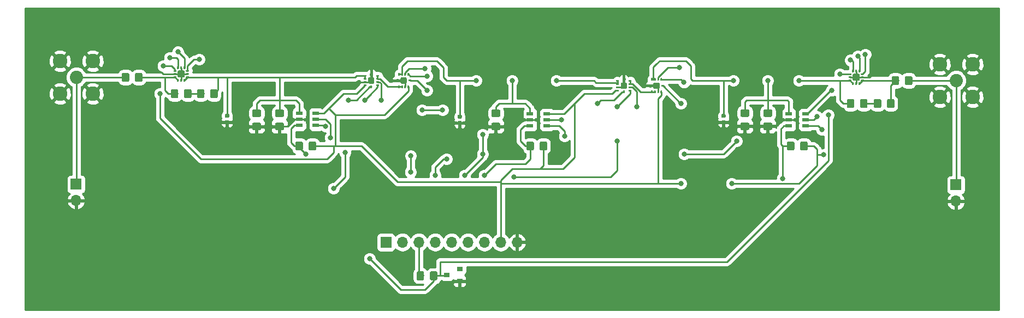
<source format=gbr>
G04 #@! TF.GenerationSoftware,KiCad,Pcbnew,5.0.2-bee76a0~70~ubuntu18.04.1*
G04 #@! TF.CreationDate,2019-04-19T15:30:24+03:00*
G04 #@! TF.ProjectId,bandpass_filter_design,62616e64-7061-4737-935f-66696c746572,rev?*
G04 #@! TF.SameCoordinates,Original*
G04 #@! TF.FileFunction,Copper,L1,Top*
G04 #@! TF.FilePolarity,Positive*
%FSLAX46Y46*%
G04 Gerber Fmt 4.6, Leading zero omitted, Abs format (unit mm)*
G04 Created by KiCad (PCBNEW 5.0.2-bee76a0~70~ubuntu18.04.1) date Fri 19 Apr 2019 03:30:24 PM EEST*
%MOMM*%
%LPD*%
G01*
G04 APERTURE LIST*
G04 #@! TA.AperFunction,Conductor*
%ADD10C,0.100000*%
G04 #@! TD*
G04 #@! TA.AperFunction,SMDPad,CuDef*
%ADD11C,0.250000*%
G04 #@! TD*
G04 #@! TA.AperFunction,SMDPad,CuDef*
%ADD12C,0.950000*%
G04 #@! TD*
G04 #@! TA.AperFunction,SMDPad,CuDef*
%ADD13R,1.050000X0.600000*%
G04 #@! TD*
G04 #@! TA.AperFunction,SMDPad,CuDef*
%ADD14C,1.100000*%
G04 #@! TD*
G04 #@! TA.AperFunction,SMDPad,CuDef*
%ADD15C,1.150000*%
G04 #@! TD*
G04 #@! TA.AperFunction,ComponentPad*
%ADD16R,1.700000X1.700000*%
G04 #@! TD*
G04 #@! TA.AperFunction,ComponentPad*
%ADD17O,1.700000X1.700000*%
G04 #@! TD*
G04 #@! TA.AperFunction,SMDPad,CuDef*
%ADD18R,0.900000X0.800000*%
G04 #@! TD*
G04 #@! TA.AperFunction,ComponentPad*
%ADD19C,2.250000*%
G04 #@! TD*
G04 #@! TA.AperFunction,ComponentPad*
%ADD20C,2.050000*%
G04 #@! TD*
G04 #@! TA.AperFunction,SMDPad,CuDef*
%ADD21C,0.590000*%
G04 #@! TD*
G04 #@! TA.AperFunction,ViaPad*
%ADD22C,0.800000*%
G04 #@! TD*
G04 #@! TA.AperFunction,Conductor*
%ADD23C,0.250000*%
G04 #@! TD*
G04 #@! TA.AperFunction,Conductor*
%ADD24C,0.254000*%
G04 #@! TD*
G04 APERTURE END LIST*
D10*
G04 #@! TO.N,Net-(C11-Pad8)*
G04 #@! TO.C,C12*
G36*
X161393961Y-83322285D02*
X161400028Y-83323185D01*
X161405978Y-83324675D01*
X161411753Y-83326742D01*
X161417297Y-83329364D01*
X161422558Y-83332517D01*
X161427485Y-83336171D01*
X161432029Y-83340290D01*
X161436148Y-83344834D01*
X161439802Y-83349761D01*
X161442955Y-83355022D01*
X161445577Y-83360566D01*
X161447644Y-83366341D01*
X161449134Y-83372291D01*
X161450034Y-83378358D01*
X161450335Y-83384484D01*
X161450335Y-83709484D01*
X161450034Y-83715610D01*
X161449134Y-83721677D01*
X161447644Y-83727627D01*
X161445577Y-83733402D01*
X161442955Y-83738946D01*
X161439802Y-83744207D01*
X161436148Y-83749134D01*
X161432029Y-83753678D01*
X161427485Y-83757797D01*
X161422558Y-83761451D01*
X161417297Y-83764604D01*
X161411753Y-83767226D01*
X161405978Y-83769293D01*
X161400028Y-83770783D01*
X161393961Y-83771683D01*
X161387835Y-83771984D01*
X161262835Y-83771984D01*
X161256709Y-83771683D01*
X161250642Y-83770783D01*
X161244692Y-83769293D01*
X161238917Y-83767226D01*
X161233373Y-83764604D01*
X161228112Y-83761451D01*
X161223185Y-83757797D01*
X161218641Y-83753678D01*
X161214522Y-83749134D01*
X161210868Y-83744207D01*
X161207715Y-83738946D01*
X161205093Y-83733402D01*
X161203026Y-83727627D01*
X161201536Y-83721677D01*
X161200636Y-83715610D01*
X161200335Y-83709484D01*
X161200335Y-83384484D01*
X161200636Y-83378358D01*
X161201536Y-83372291D01*
X161203026Y-83366341D01*
X161205093Y-83360566D01*
X161207715Y-83355022D01*
X161210868Y-83349761D01*
X161214522Y-83344834D01*
X161218641Y-83340290D01*
X161223185Y-83336171D01*
X161228112Y-83332517D01*
X161233373Y-83329364D01*
X161238917Y-83326742D01*
X161244692Y-83324675D01*
X161250642Y-83323185D01*
X161256709Y-83322285D01*
X161262835Y-83321984D01*
X161387835Y-83321984D01*
X161393961Y-83322285D01*
X161393961Y-83322285D01*
G37*
D11*
G04 #@! TD*
G04 #@! TO.P,C12,1*
G04 #@! TO.N,Net-(C11-Pad8)*
X161325335Y-83546984D03*
D10*
G04 #@! TO.N,Net-(C11-Pad8)*
G04 #@! TO.C,C12*
G36*
X161893961Y-83322285D02*
X161900028Y-83323185D01*
X161905978Y-83324675D01*
X161911753Y-83326742D01*
X161917297Y-83329364D01*
X161922558Y-83332517D01*
X161927485Y-83336171D01*
X161932029Y-83340290D01*
X161936148Y-83344834D01*
X161939802Y-83349761D01*
X161942955Y-83355022D01*
X161945577Y-83360566D01*
X161947644Y-83366341D01*
X161949134Y-83372291D01*
X161950034Y-83378358D01*
X161950335Y-83384484D01*
X161950335Y-83709484D01*
X161950034Y-83715610D01*
X161949134Y-83721677D01*
X161947644Y-83727627D01*
X161945577Y-83733402D01*
X161942955Y-83738946D01*
X161939802Y-83744207D01*
X161936148Y-83749134D01*
X161932029Y-83753678D01*
X161927485Y-83757797D01*
X161922558Y-83761451D01*
X161917297Y-83764604D01*
X161911753Y-83767226D01*
X161905978Y-83769293D01*
X161900028Y-83770783D01*
X161893961Y-83771683D01*
X161887835Y-83771984D01*
X161762835Y-83771984D01*
X161756709Y-83771683D01*
X161750642Y-83770783D01*
X161744692Y-83769293D01*
X161738917Y-83767226D01*
X161733373Y-83764604D01*
X161728112Y-83761451D01*
X161723185Y-83757797D01*
X161718641Y-83753678D01*
X161714522Y-83749134D01*
X161710868Y-83744207D01*
X161707715Y-83738946D01*
X161705093Y-83733402D01*
X161703026Y-83727627D01*
X161701536Y-83721677D01*
X161700636Y-83715610D01*
X161700335Y-83709484D01*
X161700335Y-83384484D01*
X161700636Y-83378358D01*
X161701536Y-83372291D01*
X161703026Y-83366341D01*
X161705093Y-83360566D01*
X161707715Y-83355022D01*
X161710868Y-83349761D01*
X161714522Y-83344834D01*
X161718641Y-83340290D01*
X161723185Y-83336171D01*
X161728112Y-83332517D01*
X161733373Y-83329364D01*
X161738917Y-83326742D01*
X161744692Y-83324675D01*
X161750642Y-83323185D01*
X161756709Y-83322285D01*
X161762835Y-83321984D01*
X161887835Y-83321984D01*
X161893961Y-83322285D01*
X161893961Y-83322285D01*
G37*
D11*
G04 #@! TD*
G04 #@! TO.P,C12,2*
G04 #@! TO.N,Net-(C11-Pad8)*
X161825335Y-83546984D03*
D10*
G04 #@! TO.N,GND*
G04 #@! TO.C,C12*
G36*
X162393961Y-83322285D02*
X162400028Y-83323185D01*
X162405978Y-83324675D01*
X162411753Y-83326742D01*
X162417297Y-83329364D01*
X162422558Y-83332517D01*
X162427485Y-83336171D01*
X162432029Y-83340290D01*
X162436148Y-83344834D01*
X162439802Y-83349761D01*
X162442955Y-83355022D01*
X162445577Y-83360566D01*
X162447644Y-83366341D01*
X162449134Y-83372291D01*
X162450034Y-83378358D01*
X162450335Y-83384484D01*
X162450335Y-83709484D01*
X162450034Y-83715610D01*
X162449134Y-83721677D01*
X162447644Y-83727627D01*
X162445577Y-83733402D01*
X162442955Y-83738946D01*
X162439802Y-83744207D01*
X162436148Y-83749134D01*
X162432029Y-83753678D01*
X162427485Y-83757797D01*
X162422558Y-83761451D01*
X162417297Y-83764604D01*
X162411753Y-83767226D01*
X162405978Y-83769293D01*
X162400028Y-83770783D01*
X162393961Y-83771683D01*
X162387835Y-83771984D01*
X162262835Y-83771984D01*
X162256709Y-83771683D01*
X162250642Y-83770783D01*
X162244692Y-83769293D01*
X162238917Y-83767226D01*
X162233373Y-83764604D01*
X162228112Y-83761451D01*
X162223185Y-83757797D01*
X162218641Y-83753678D01*
X162214522Y-83749134D01*
X162210868Y-83744207D01*
X162207715Y-83738946D01*
X162205093Y-83733402D01*
X162203026Y-83727627D01*
X162201536Y-83721677D01*
X162200636Y-83715610D01*
X162200335Y-83709484D01*
X162200335Y-83384484D01*
X162200636Y-83378358D01*
X162201536Y-83372291D01*
X162203026Y-83366341D01*
X162205093Y-83360566D01*
X162207715Y-83355022D01*
X162210868Y-83349761D01*
X162214522Y-83344834D01*
X162218641Y-83340290D01*
X162223185Y-83336171D01*
X162228112Y-83332517D01*
X162233373Y-83329364D01*
X162238917Y-83326742D01*
X162244692Y-83324675D01*
X162250642Y-83323185D01*
X162256709Y-83322285D01*
X162262835Y-83321984D01*
X162387835Y-83321984D01*
X162393961Y-83322285D01*
X162393961Y-83322285D01*
G37*
D11*
G04 #@! TD*
G04 #@! TO.P,C12,3*
G04 #@! TO.N,GND*
X162325335Y-83546984D03*
D10*
G04 #@! TO.N,/CLK*
G04 #@! TO.C,C12*
G36*
X163218961Y-82447285D02*
X163225028Y-82448185D01*
X163230978Y-82449675D01*
X163236753Y-82451742D01*
X163242297Y-82454364D01*
X163247558Y-82457517D01*
X163252485Y-82461171D01*
X163257029Y-82465290D01*
X163261148Y-82469834D01*
X163264802Y-82474761D01*
X163267955Y-82480022D01*
X163270577Y-82485566D01*
X163272644Y-82491341D01*
X163274134Y-82497291D01*
X163275034Y-82503358D01*
X163275335Y-82509484D01*
X163275335Y-82634484D01*
X163275034Y-82640610D01*
X163274134Y-82646677D01*
X163272644Y-82652627D01*
X163270577Y-82658402D01*
X163267955Y-82663946D01*
X163264802Y-82669207D01*
X163261148Y-82674134D01*
X163257029Y-82678678D01*
X163252485Y-82682797D01*
X163247558Y-82686451D01*
X163242297Y-82689604D01*
X163236753Y-82692226D01*
X163230978Y-82694293D01*
X163225028Y-82695783D01*
X163218961Y-82696683D01*
X163212835Y-82696984D01*
X162887835Y-82696984D01*
X162881709Y-82696683D01*
X162875642Y-82695783D01*
X162869692Y-82694293D01*
X162863917Y-82692226D01*
X162858373Y-82689604D01*
X162853112Y-82686451D01*
X162848185Y-82682797D01*
X162843641Y-82678678D01*
X162839522Y-82674134D01*
X162835868Y-82669207D01*
X162832715Y-82663946D01*
X162830093Y-82658402D01*
X162828026Y-82652627D01*
X162826536Y-82646677D01*
X162825636Y-82640610D01*
X162825335Y-82634484D01*
X162825335Y-82509484D01*
X162825636Y-82503358D01*
X162826536Y-82497291D01*
X162828026Y-82491341D01*
X162830093Y-82485566D01*
X162832715Y-82480022D01*
X162835868Y-82474761D01*
X162839522Y-82469834D01*
X162843641Y-82465290D01*
X162848185Y-82461171D01*
X162853112Y-82457517D01*
X162858373Y-82454364D01*
X162863917Y-82451742D01*
X162869692Y-82449675D01*
X162875642Y-82448185D01*
X162881709Y-82447285D01*
X162887835Y-82446984D01*
X163212835Y-82446984D01*
X163218961Y-82447285D01*
X163218961Y-82447285D01*
G37*
D11*
G04 #@! TD*
G04 #@! TO.P,C12,5*
G04 #@! TO.N,/CLK*
X163050335Y-82571984D03*
D10*
G04 #@! TO.N,/ENinv_2*
G04 #@! TO.C,C12*
G36*
X162893961Y-81372285D02*
X162900028Y-81373185D01*
X162905978Y-81374675D01*
X162911753Y-81376742D01*
X162917297Y-81379364D01*
X162922558Y-81382517D01*
X162927485Y-81386171D01*
X162932029Y-81390290D01*
X162936148Y-81394834D01*
X162939802Y-81399761D01*
X162942955Y-81405022D01*
X162945577Y-81410566D01*
X162947644Y-81416341D01*
X162949134Y-81422291D01*
X162950034Y-81428358D01*
X162950335Y-81434484D01*
X162950335Y-81759484D01*
X162950034Y-81765610D01*
X162949134Y-81771677D01*
X162947644Y-81777627D01*
X162945577Y-81783402D01*
X162942955Y-81788946D01*
X162939802Y-81794207D01*
X162936148Y-81799134D01*
X162932029Y-81803678D01*
X162927485Y-81807797D01*
X162922558Y-81811451D01*
X162917297Y-81814604D01*
X162911753Y-81817226D01*
X162905978Y-81819293D01*
X162900028Y-81820783D01*
X162893961Y-81821683D01*
X162887835Y-81821984D01*
X162762835Y-81821984D01*
X162756709Y-81821683D01*
X162750642Y-81820783D01*
X162744692Y-81819293D01*
X162738917Y-81817226D01*
X162733373Y-81814604D01*
X162728112Y-81811451D01*
X162723185Y-81807797D01*
X162718641Y-81803678D01*
X162714522Y-81799134D01*
X162710868Y-81794207D01*
X162707715Y-81788946D01*
X162705093Y-81783402D01*
X162703026Y-81777627D01*
X162701536Y-81771677D01*
X162700636Y-81765610D01*
X162700335Y-81759484D01*
X162700335Y-81434484D01*
X162700636Y-81428358D01*
X162701536Y-81422291D01*
X162703026Y-81416341D01*
X162705093Y-81410566D01*
X162707715Y-81405022D01*
X162710868Y-81399761D01*
X162714522Y-81394834D01*
X162718641Y-81390290D01*
X162723185Y-81386171D01*
X162728112Y-81382517D01*
X162733373Y-81379364D01*
X162738917Y-81376742D01*
X162744692Y-81374675D01*
X162750642Y-81373185D01*
X162756709Y-81372285D01*
X162762835Y-81371984D01*
X162887835Y-81371984D01*
X162893961Y-81372285D01*
X162893961Y-81372285D01*
G37*
D11*
G04 #@! TD*
G04 #@! TO.P,C12,6*
G04 #@! TO.N,/ENinv_2*
X162825335Y-81596984D03*
D10*
G04 #@! TO.N,/DATA*
G04 #@! TO.C,C12*
G36*
X162393961Y-81372285D02*
X162400028Y-81373185D01*
X162405978Y-81374675D01*
X162411753Y-81376742D01*
X162417297Y-81379364D01*
X162422558Y-81382517D01*
X162427485Y-81386171D01*
X162432029Y-81390290D01*
X162436148Y-81394834D01*
X162439802Y-81399761D01*
X162442955Y-81405022D01*
X162445577Y-81410566D01*
X162447644Y-81416341D01*
X162449134Y-81422291D01*
X162450034Y-81428358D01*
X162450335Y-81434484D01*
X162450335Y-81759484D01*
X162450034Y-81765610D01*
X162449134Y-81771677D01*
X162447644Y-81777627D01*
X162445577Y-81783402D01*
X162442955Y-81788946D01*
X162439802Y-81794207D01*
X162436148Y-81799134D01*
X162432029Y-81803678D01*
X162427485Y-81807797D01*
X162422558Y-81811451D01*
X162417297Y-81814604D01*
X162411753Y-81817226D01*
X162405978Y-81819293D01*
X162400028Y-81820783D01*
X162393961Y-81821683D01*
X162387835Y-81821984D01*
X162262835Y-81821984D01*
X162256709Y-81821683D01*
X162250642Y-81820783D01*
X162244692Y-81819293D01*
X162238917Y-81817226D01*
X162233373Y-81814604D01*
X162228112Y-81811451D01*
X162223185Y-81807797D01*
X162218641Y-81803678D01*
X162214522Y-81799134D01*
X162210868Y-81794207D01*
X162207715Y-81788946D01*
X162205093Y-81783402D01*
X162203026Y-81777627D01*
X162201536Y-81771677D01*
X162200636Y-81765610D01*
X162200335Y-81759484D01*
X162200335Y-81434484D01*
X162200636Y-81428358D01*
X162201536Y-81422291D01*
X162203026Y-81416341D01*
X162205093Y-81410566D01*
X162207715Y-81405022D01*
X162210868Y-81399761D01*
X162214522Y-81394834D01*
X162218641Y-81390290D01*
X162223185Y-81386171D01*
X162228112Y-81382517D01*
X162233373Y-81379364D01*
X162238917Y-81376742D01*
X162244692Y-81374675D01*
X162250642Y-81373185D01*
X162256709Y-81372285D01*
X162262835Y-81371984D01*
X162387835Y-81371984D01*
X162393961Y-81372285D01*
X162393961Y-81372285D01*
G37*
D11*
G04 #@! TD*
G04 #@! TO.P,C12,7*
G04 #@! TO.N,/DATA*
X162325335Y-81596984D03*
D10*
G04 #@! TO.N,Net-(C12-Pad8)*
G04 #@! TO.C,C12*
G36*
X161893961Y-81372285D02*
X161900028Y-81373185D01*
X161905978Y-81374675D01*
X161911753Y-81376742D01*
X161917297Y-81379364D01*
X161922558Y-81382517D01*
X161927485Y-81386171D01*
X161932029Y-81390290D01*
X161936148Y-81394834D01*
X161939802Y-81399761D01*
X161942955Y-81405022D01*
X161945577Y-81410566D01*
X161947644Y-81416341D01*
X161949134Y-81422291D01*
X161950034Y-81428358D01*
X161950335Y-81434484D01*
X161950335Y-81759484D01*
X161950034Y-81765610D01*
X161949134Y-81771677D01*
X161947644Y-81777627D01*
X161945577Y-81783402D01*
X161942955Y-81788946D01*
X161939802Y-81794207D01*
X161936148Y-81799134D01*
X161932029Y-81803678D01*
X161927485Y-81807797D01*
X161922558Y-81811451D01*
X161917297Y-81814604D01*
X161911753Y-81817226D01*
X161905978Y-81819293D01*
X161900028Y-81820783D01*
X161893961Y-81821683D01*
X161887835Y-81821984D01*
X161762835Y-81821984D01*
X161756709Y-81821683D01*
X161750642Y-81820783D01*
X161744692Y-81819293D01*
X161738917Y-81817226D01*
X161733373Y-81814604D01*
X161728112Y-81811451D01*
X161723185Y-81807797D01*
X161718641Y-81803678D01*
X161714522Y-81799134D01*
X161710868Y-81794207D01*
X161707715Y-81788946D01*
X161705093Y-81783402D01*
X161703026Y-81777627D01*
X161701536Y-81771677D01*
X161700636Y-81765610D01*
X161700335Y-81759484D01*
X161700335Y-81434484D01*
X161700636Y-81428358D01*
X161701536Y-81422291D01*
X161703026Y-81416341D01*
X161705093Y-81410566D01*
X161707715Y-81405022D01*
X161710868Y-81399761D01*
X161714522Y-81394834D01*
X161718641Y-81390290D01*
X161723185Y-81386171D01*
X161728112Y-81382517D01*
X161733373Y-81379364D01*
X161738917Y-81376742D01*
X161744692Y-81374675D01*
X161750642Y-81373185D01*
X161756709Y-81372285D01*
X161762835Y-81371984D01*
X161887835Y-81371984D01*
X161893961Y-81372285D01*
X161893961Y-81372285D01*
G37*
D11*
G04 #@! TD*
G04 #@! TO.P,C12,8*
G04 #@! TO.N,Net-(C12-Pad8)*
X161825335Y-81596984D03*
D10*
G04 #@! TO.N,GND*
G04 #@! TO.C,C12*
G36*
X161268961Y-82447285D02*
X161275028Y-82448185D01*
X161280978Y-82449675D01*
X161286753Y-82451742D01*
X161292297Y-82454364D01*
X161297558Y-82457517D01*
X161302485Y-82461171D01*
X161307029Y-82465290D01*
X161311148Y-82469834D01*
X161314802Y-82474761D01*
X161317955Y-82480022D01*
X161320577Y-82485566D01*
X161322644Y-82491341D01*
X161324134Y-82497291D01*
X161325034Y-82503358D01*
X161325335Y-82509484D01*
X161325335Y-82634484D01*
X161325034Y-82640610D01*
X161324134Y-82646677D01*
X161322644Y-82652627D01*
X161320577Y-82658402D01*
X161317955Y-82663946D01*
X161314802Y-82669207D01*
X161311148Y-82674134D01*
X161307029Y-82678678D01*
X161302485Y-82682797D01*
X161297558Y-82686451D01*
X161292297Y-82689604D01*
X161286753Y-82692226D01*
X161280978Y-82694293D01*
X161275028Y-82695783D01*
X161268961Y-82696683D01*
X161262835Y-82696984D01*
X160937835Y-82696984D01*
X160931709Y-82696683D01*
X160925642Y-82695783D01*
X160919692Y-82694293D01*
X160913917Y-82692226D01*
X160908373Y-82689604D01*
X160903112Y-82686451D01*
X160898185Y-82682797D01*
X160893641Y-82678678D01*
X160889522Y-82674134D01*
X160885868Y-82669207D01*
X160882715Y-82663946D01*
X160880093Y-82658402D01*
X160878026Y-82652627D01*
X160876536Y-82646677D01*
X160875636Y-82640610D01*
X160875335Y-82634484D01*
X160875335Y-82509484D01*
X160875636Y-82503358D01*
X160876536Y-82497291D01*
X160878026Y-82491341D01*
X160880093Y-82485566D01*
X160882715Y-82480022D01*
X160885868Y-82474761D01*
X160889522Y-82469834D01*
X160893641Y-82465290D01*
X160898185Y-82461171D01*
X160903112Y-82457517D01*
X160908373Y-82454364D01*
X160913917Y-82451742D01*
X160919692Y-82449675D01*
X160925642Y-82448185D01*
X160931709Y-82447285D01*
X160937835Y-82446984D01*
X161262835Y-82446984D01*
X161268961Y-82447285D01*
X161268961Y-82447285D01*
G37*
D11*
G04 #@! TD*
G04 #@! TO.P,C12,10*
G04 #@! TO.N,GND*
X161100335Y-82571984D03*
D10*
G04 #@! TO.N,GND*
G04 #@! TO.C,C12*
G36*
X162420089Y-82097679D02*
X162434106Y-82099759D01*
X162447852Y-82103202D01*
X162461194Y-82107976D01*
X162474005Y-82114035D01*
X162486159Y-82121320D01*
X162497541Y-82129761D01*
X162508041Y-82139278D01*
X162517558Y-82149778D01*
X162525999Y-82161160D01*
X162533284Y-82173314D01*
X162539343Y-82186125D01*
X162544117Y-82199467D01*
X162547560Y-82213213D01*
X162549640Y-82227230D01*
X162550335Y-82241384D01*
X162550335Y-82902584D01*
X162549640Y-82916738D01*
X162547560Y-82930755D01*
X162544117Y-82944501D01*
X162539343Y-82957843D01*
X162533284Y-82970654D01*
X162525999Y-82982808D01*
X162517558Y-82994190D01*
X162508041Y-83004690D01*
X162497541Y-83014207D01*
X162486159Y-83022648D01*
X162474005Y-83029933D01*
X162461194Y-83035992D01*
X162447852Y-83040766D01*
X162434106Y-83044209D01*
X162420089Y-83046289D01*
X162405935Y-83046984D01*
X161744735Y-83046984D01*
X161730581Y-83046289D01*
X161716564Y-83044209D01*
X161702818Y-83040766D01*
X161689476Y-83035992D01*
X161676665Y-83029933D01*
X161664511Y-83022648D01*
X161653129Y-83014207D01*
X161642629Y-83004690D01*
X161633112Y-82994190D01*
X161624671Y-82982808D01*
X161617386Y-82970654D01*
X161611327Y-82957843D01*
X161606553Y-82944501D01*
X161603110Y-82930755D01*
X161601030Y-82916738D01*
X161600335Y-82902584D01*
X161600335Y-82241384D01*
X161601030Y-82227230D01*
X161603110Y-82213213D01*
X161606553Y-82199467D01*
X161611327Y-82186125D01*
X161617386Y-82173314D01*
X161624671Y-82161160D01*
X161633112Y-82149778D01*
X161642629Y-82139278D01*
X161653129Y-82129761D01*
X161664511Y-82121320D01*
X161676665Y-82114035D01*
X161689476Y-82107976D01*
X161702818Y-82103202D01*
X161716564Y-82099759D01*
X161730581Y-82097679D01*
X161744735Y-82096984D01*
X162405935Y-82096984D01*
X162420089Y-82097679D01*
X162420089Y-82097679D01*
G37*
D12*
G04 #@! TD*
G04 #@! TO.P,C12,11*
G04 #@! TO.N,GND*
X162075335Y-82571984D03*
D10*
G04 #@! TO.N,VDD*
G04 #@! TO.C,C12*
G36*
X162893961Y-83322285D02*
X162900028Y-83323185D01*
X162905978Y-83324675D01*
X162911753Y-83326742D01*
X162917297Y-83329364D01*
X162922558Y-83332517D01*
X162927485Y-83336171D01*
X162932029Y-83340290D01*
X162936148Y-83344834D01*
X162939802Y-83349761D01*
X162942955Y-83355022D01*
X162945577Y-83360566D01*
X162947644Y-83366341D01*
X162949134Y-83372291D01*
X162950034Y-83378358D01*
X162950335Y-83384484D01*
X162950335Y-83709484D01*
X162950034Y-83715610D01*
X162949134Y-83721677D01*
X162947644Y-83727627D01*
X162945577Y-83733402D01*
X162942955Y-83738946D01*
X162939802Y-83744207D01*
X162936148Y-83749134D01*
X162932029Y-83753678D01*
X162927485Y-83757797D01*
X162922558Y-83761451D01*
X162917297Y-83764604D01*
X162911753Y-83767226D01*
X162905978Y-83769293D01*
X162900028Y-83770783D01*
X162893961Y-83771683D01*
X162887835Y-83771984D01*
X162762835Y-83771984D01*
X162756709Y-83771683D01*
X162750642Y-83770783D01*
X162744692Y-83769293D01*
X162738917Y-83767226D01*
X162733373Y-83764604D01*
X162728112Y-83761451D01*
X162723185Y-83757797D01*
X162718641Y-83753678D01*
X162714522Y-83749134D01*
X162710868Y-83744207D01*
X162707715Y-83738946D01*
X162705093Y-83733402D01*
X162703026Y-83727627D01*
X162701536Y-83721677D01*
X162700636Y-83715610D01*
X162700335Y-83709484D01*
X162700335Y-83384484D01*
X162700636Y-83378358D01*
X162701536Y-83372291D01*
X162703026Y-83366341D01*
X162705093Y-83360566D01*
X162707715Y-83355022D01*
X162710868Y-83349761D01*
X162714522Y-83344834D01*
X162718641Y-83340290D01*
X162723185Y-83336171D01*
X162728112Y-83332517D01*
X162733373Y-83329364D01*
X162738917Y-83326742D01*
X162744692Y-83324675D01*
X162750642Y-83323185D01*
X162756709Y-83322285D01*
X162762835Y-83321984D01*
X162887835Y-83321984D01*
X162893961Y-83322285D01*
X162893961Y-83322285D01*
G37*
D11*
G04 #@! TD*
G04 #@! TO.P,C12,4*
G04 #@! TO.N,VDD*
X162825335Y-83546984D03*
D10*
G04 #@! TO.N,Net-(C12-Pad8)*
G04 #@! TO.C,C12*
G36*
X161393961Y-81372285D02*
X161400028Y-81373185D01*
X161405978Y-81374675D01*
X161411753Y-81376742D01*
X161417297Y-81379364D01*
X161422558Y-81382517D01*
X161427485Y-81386171D01*
X161432029Y-81390290D01*
X161436148Y-81394834D01*
X161439802Y-81399761D01*
X161442955Y-81405022D01*
X161445577Y-81410566D01*
X161447644Y-81416341D01*
X161449134Y-81422291D01*
X161450034Y-81428358D01*
X161450335Y-81434484D01*
X161450335Y-81759484D01*
X161450034Y-81765610D01*
X161449134Y-81771677D01*
X161447644Y-81777627D01*
X161445577Y-81783402D01*
X161442955Y-81788946D01*
X161439802Y-81794207D01*
X161436148Y-81799134D01*
X161432029Y-81803678D01*
X161427485Y-81807797D01*
X161422558Y-81811451D01*
X161417297Y-81814604D01*
X161411753Y-81817226D01*
X161405978Y-81819293D01*
X161400028Y-81820783D01*
X161393961Y-81821683D01*
X161387835Y-81821984D01*
X161262835Y-81821984D01*
X161256709Y-81821683D01*
X161250642Y-81820783D01*
X161244692Y-81819293D01*
X161238917Y-81817226D01*
X161233373Y-81814604D01*
X161228112Y-81811451D01*
X161223185Y-81807797D01*
X161218641Y-81803678D01*
X161214522Y-81799134D01*
X161210868Y-81794207D01*
X161207715Y-81788946D01*
X161205093Y-81783402D01*
X161203026Y-81777627D01*
X161201536Y-81771677D01*
X161200636Y-81765610D01*
X161200335Y-81759484D01*
X161200335Y-81434484D01*
X161200636Y-81428358D01*
X161201536Y-81422291D01*
X161203026Y-81416341D01*
X161205093Y-81410566D01*
X161207715Y-81405022D01*
X161210868Y-81399761D01*
X161214522Y-81394834D01*
X161218641Y-81390290D01*
X161223185Y-81386171D01*
X161228112Y-81382517D01*
X161233373Y-81379364D01*
X161238917Y-81376742D01*
X161244692Y-81374675D01*
X161250642Y-81373185D01*
X161256709Y-81372285D01*
X161262835Y-81371984D01*
X161387835Y-81371984D01*
X161393961Y-81372285D01*
X161393961Y-81372285D01*
G37*
D11*
G04 #@! TD*
G04 #@! TO.P,C12,9*
G04 #@! TO.N,Net-(C12-Pad8)*
X161325335Y-81596984D03*
D10*
G04 #@! TO.N,Net-(C11-Pad8)*
G04 #@! TO.C,C11*
G36*
X158147642Y-81695436D02*
X158153709Y-81696336D01*
X158159659Y-81697826D01*
X158165434Y-81699893D01*
X158170978Y-81702515D01*
X158176239Y-81705668D01*
X158181166Y-81709322D01*
X158185710Y-81713441D01*
X158189829Y-81717985D01*
X158193483Y-81722912D01*
X158196636Y-81728173D01*
X158199258Y-81733717D01*
X158201325Y-81739492D01*
X158202815Y-81745442D01*
X158203715Y-81751509D01*
X158204016Y-81757635D01*
X158204016Y-81882635D01*
X158203715Y-81888761D01*
X158202815Y-81894828D01*
X158201325Y-81900778D01*
X158199258Y-81906553D01*
X158196636Y-81912097D01*
X158193483Y-81917358D01*
X158189829Y-81922285D01*
X158185710Y-81926829D01*
X158181166Y-81930948D01*
X158176239Y-81934602D01*
X158170978Y-81937755D01*
X158165434Y-81940377D01*
X158159659Y-81942444D01*
X158153709Y-81943934D01*
X158147642Y-81944834D01*
X158141516Y-81945135D01*
X157816516Y-81945135D01*
X157810390Y-81944834D01*
X157804323Y-81943934D01*
X157798373Y-81942444D01*
X157792598Y-81940377D01*
X157787054Y-81937755D01*
X157781793Y-81934602D01*
X157776866Y-81930948D01*
X157772322Y-81926829D01*
X157768203Y-81922285D01*
X157764549Y-81917358D01*
X157761396Y-81912097D01*
X157758774Y-81906553D01*
X157756707Y-81900778D01*
X157755217Y-81894828D01*
X157754317Y-81888761D01*
X157754016Y-81882635D01*
X157754016Y-81757635D01*
X157754317Y-81751509D01*
X157755217Y-81745442D01*
X157756707Y-81739492D01*
X157758774Y-81733717D01*
X157761396Y-81728173D01*
X157764549Y-81722912D01*
X157768203Y-81717985D01*
X157772322Y-81713441D01*
X157776866Y-81709322D01*
X157781793Y-81705668D01*
X157787054Y-81702515D01*
X157792598Y-81699893D01*
X157798373Y-81697826D01*
X157804323Y-81696336D01*
X157810390Y-81695436D01*
X157816516Y-81695135D01*
X158141516Y-81695135D01*
X158147642Y-81695436D01*
X158147642Y-81695436D01*
G37*
D11*
G04 #@! TD*
G04 #@! TO.P,C11,9*
G04 #@! TO.N,Net-(C11-Pad8)*
X157979016Y-81820135D03*
D10*
G04 #@! TO.N,VDD*
G04 #@! TO.C,C11*
G36*
X156197642Y-83195436D02*
X156203709Y-83196336D01*
X156209659Y-83197826D01*
X156215434Y-83199893D01*
X156220978Y-83202515D01*
X156226239Y-83205668D01*
X156231166Y-83209322D01*
X156235710Y-83213441D01*
X156239829Y-83217985D01*
X156243483Y-83222912D01*
X156246636Y-83228173D01*
X156249258Y-83233717D01*
X156251325Y-83239492D01*
X156252815Y-83245442D01*
X156253715Y-83251509D01*
X156254016Y-83257635D01*
X156254016Y-83382635D01*
X156253715Y-83388761D01*
X156252815Y-83394828D01*
X156251325Y-83400778D01*
X156249258Y-83406553D01*
X156246636Y-83412097D01*
X156243483Y-83417358D01*
X156239829Y-83422285D01*
X156235710Y-83426829D01*
X156231166Y-83430948D01*
X156226239Y-83434602D01*
X156220978Y-83437755D01*
X156215434Y-83440377D01*
X156209659Y-83442444D01*
X156203709Y-83443934D01*
X156197642Y-83444834D01*
X156191516Y-83445135D01*
X155866516Y-83445135D01*
X155860390Y-83444834D01*
X155854323Y-83443934D01*
X155848373Y-83442444D01*
X155842598Y-83440377D01*
X155837054Y-83437755D01*
X155831793Y-83434602D01*
X155826866Y-83430948D01*
X155822322Y-83426829D01*
X155818203Y-83422285D01*
X155814549Y-83417358D01*
X155811396Y-83412097D01*
X155808774Y-83406553D01*
X155806707Y-83400778D01*
X155805217Y-83394828D01*
X155804317Y-83388761D01*
X155804016Y-83382635D01*
X155804016Y-83257635D01*
X155804317Y-83251509D01*
X155805217Y-83245442D01*
X155806707Y-83239492D01*
X155808774Y-83233717D01*
X155811396Y-83228173D01*
X155814549Y-83222912D01*
X155818203Y-83217985D01*
X155822322Y-83213441D01*
X155826866Y-83209322D01*
X155831793Y-83205668D01*
X155837054Y-83202515D01*
X155842598Y-83199893D01*
X155848373Y-83197826D01*
X155854323Y-83196336D01*
X155860390Y-83195436D01*
X155866516Y-83195135D01*
X156191516Y-83195135D01*
X156197642Y-83195436D01*
X156197642Y-83195436D01*
G37*
D11*
G04 #@! TD*
G04 #@! TO.P,C11,4*
G04 #@! TO.N,VDD*
X156029016Y-83320135D03*
D10*
G04 #@! TO.N,GND*
G04 #@! TO.C,C11*
G36*
X157348770Y-82095830D02*
X157362787Y-82097910D01*
X157376533Y-82101353D01*
X157389875Y-82106127D01*
X157402686Y-82112186D01*
X157414840Y-82119471D01*
X157426222Y-82127912D01*
X157436722Y-82137429D01*
X157446239Y-82147929D01*
X157454680Y-82159311D01*
X157461965Y-82171465D01*
X157468024Y-82184276D01*
X157472798Y-82197618D01*
X157476241Y-82211364D01*
X157478321Y-82225381D01*
X157479016Y-82239535D01*
X157479016Y-82900735D01*
X157478321Y-82914889D01*
X157476241Y-82928906D01*
X157472798Y-82942652D01*
X157468024Y-82955994D01*
X157461965Y-82968805D01*
X157454680Y-82980959D01*
X157446239Y-82992341D01*
X157436722Y-83002841D01*
X157426222Y-83012358D01*
X157414840Y-83020799D01*
X157402686Y-83028084D01*
X157389875Y-83034143D01*
X157376533Y-83038917D01*
X157362787Y-83042360D01*
X157348770Y-83044440D01*
X157334616Y-83045135D01*
X156673416Y-83045135D01*
X156659262Y-83044440D01*
X156645245Y-83042360D01*
X156631499Y-83038917D01*
X156618157Y-83034143D01*
X156605346Y-83028084D01*
X156593192Y-83020799D01*
X156581810Y-83012358D01*
X156571310Y-83002841D01*
X156561793Y-82992341D01*
X156553352Y-82980959D01*
X156546067Y-82968805D01*
X156540008Y-82955994D01*
X156535234Y-82942652D01*
X156531791Y-82928906D01*
X156529711Y-82914889D01*
X156529016Y-82900735D01*
X156529016Y-82239535D01*
X156529711Y-82225381D01*
X156531791Y-82211364D01*
X156535234Y-82197618D01*
X156540008Y-82184276D01*
X156546067Y-82171465D01*
X156553352Y-82159311D01*
X156561793Y-82147929D01*
X156571310Y-82137429D01*
X156581810Y-82127912D01*
X156593192Y-82119471D01*
X156605346Y-82112186D01*
X156618157Y-82106127D01*
X156631499Y-82101353D01*
X156645245Y-82097910D01*
X156659262Y-82095830D01*
X156673416Y-82095135D01*
X157334616Y-82095135D01*
X157348770Y-82095830D01*
X157348770Y-82095830D01*
G37*
D12*
G04 #@! TD*
G04 #@! TO.P,C11,11*
G04 #@! TO.N,GND*
X157004016Y-82570135D03*
D10*
G04 #@! TO.N,GND*
G04 #@! TO.C,C11*
G36*
X157072642Y-81370436D02*
X157078709Y-81371336D01*
X157084659Y-81372826D01*
X157090434Y-81374893D01*
X157095978Y-81377515D01*
X157101239Y-81380668D01*
X157106166Y-81384322D01*
X157110710Y-81388441D01*
X157114829Y-81392985D01*
X157118483Y-81397912D01*
X157121636Y-81403173D01*
X157124258Y-81408717D01*
X157126325Y-81414492D01*
X157127815Y-81420442D01*
X157128715Y-81426509D01*
X157129016Y-81432635D01*
X157129016Y-81757635D01*
X157128715Y-81763761D01*
X157127815Y-81769828D01*
X157126325Y-81775778D01*
X157124258Y-81781553D01*
X157121636Y-81787097D01*
X157118483Y-81792358D01*
X157114829Y-81797285D01*
X157110710Y-81801829D01*
X157106166Y-81805948D01*
X157101239Y-81809602D01*
X157095978Y-81812755D01*
X157090434Y-81815377D01*
X157084659Y-81817444D01*
X157078709Y-81818934D01*
X157072642Y-81819834D01*
X157066516Y-81820135D01*
X156941516Y-81820135D01*
X156935390Y-81819834D01*
X156929323Y-81818934D01*
X156923373Y-81817444D01*
X156917598Y-81815377D01*
X156912054Y-81812755D01*
X156906793Y-81809602D01*
X156901866Y-81805948D01*
X156897322Y-81801829D01*
X156893203Y-81797285D01*
X156889549Y-81792358D01*
X156886396Y-81787097D01*
X156883774Y-81781553D01*
X156881707Y-81775778D01*
X156880217Y-81769828D01*
X156879317Y-81763761D01*
X156879016Y-81757635D01*
X156879016Y-81432635D01*
X156879317Y-81426509D01*
X156880217Y-81420442D01*
X156881707Y-81414492D01*
X156883774Y-81408717D01*
X156886396Y-81403173D01*
X156889549Y-81397912D01*
X156893203Y-81392985D01*
X156897322Y-81388441D01*
X156901866Y-81384322D01*
X156906793Y-81380668D01*
X156912054Y-81377515D01*
X156917598Y-81374893D01*
X156923373Y-81372826D01*
X156929323Y-81371336D01*
X156935390Y-81370436D01*
X156941516Y-81370135D01*
X157066516Y-81370135D01*
X157072642Y-81370436D01*
X157072642Y-81370436D01*
G37*
D11*
G04 #@! TD*
G04 #@! TO.P,C11,10*
G04 #@! TO.N,GND*
X157004016Y-81595135D03*
D10*
G04 #@! TO.N,Net-(C11-Pad8)*
G04 #@! TO.C,C11*
G36*
X158147642Y-82195436D02*
X158153709Y-82196336D01*
X158159659Y-82197826D01*
X158165434Y-82199893D01*
X158170978Y-82202515D01*
X158176239Y-82205668D01*
X158181166Y-82209322D01*
X158185710Y-82213441D01*
X158189829Y-82217985D01*
X158193483Y-82222912D01*
X158196636Y-82228173D01*
X158199258Y-82233717D01*
X158201325Y-82239492D01*
X158202815Y-82245442D01*
X158203715Y-82251509D01*
X158204016Y-82257635D01*
X158204016Y-82382635D01*
X158203715Y-82388761D01*
X158202815Y-82394828D01*
X158201325Y-82400778D01*
X158199258Y-82406553D01*
X158196636Y-82412097D01*
X158193483Y-82417358D01*
X158189829Y-82422285D01*
X158185710Y-82426829D01*
X158181166Y-82430948D01*
X158176239Y-82434602D01*
X158170978Y-82437755D01*
X158165434Y-82440377D01*
X158159659Y-82442444D01*
X158153709Y-82443934D01*
X158147642Y-82444834D01*
X158141516Y-82445135D01*
X157816516Y-82445135D01*
X157810390Y-82444834D01*
X157804323Y-82443934D01*
X157798373Y-82442444D01*
X157792598Y-82440377D01*
X157787054Y-82437755D01*
X157781793Y-82434602D01*
X157776866Y-82430948D01*
X157772322Y-82426829D01*
X157768203Y-82422285D01*
X157764549Y-82417358D01*
X157761396Y-82412097D01*
X157758774Y-82406553D01*
X157756707Y-82400778D01*
X157755217Y-82394828D01*
X157754317Y-82388761D01*
X157754016Y-82382635D01*
X157754016Y-82257635D01*
X157754317Y-82251509D01*
X157755217Y-82245442D01*
X157756707Y-82239492D01*
X157758774Y-82233717D01*
X157761396Y-82228173D01*
X157764549Y-82222912D01*
X157768203Y-82217985D01*
X157772322Y-82213441D01*
X157776866Y-82209322D01*
X157781793Y-82205668D01*
X157787054Y-82202515D01*
X157792598Y-82199893D01*
X157798373Y-82197826D01*
X157804323Y-82196336D01*
X157810390Y-82195436D01*
X157816516Y-82195135D01*
X158141516Y-82195135D01*
X158147642Y-82195436D01*
X158147642Y-82195436D01*
G37*
D11*
G04 #@! TD*
G04 #@! TO.P,C11,8*
G04 #@! TO.N,Net-(C11-Pad8)*
X157979016Y-82320135D03*
D10*
G04 #@! TO.N,/DATA*
G04 #@! TO.C,C11*
G36*
X158147642Y-82695436D02*
X158153709Y-82696336D01*
X158159659Y-82697826D01*
X158165434Y-82699893D01*
X158170978Y-82702515D01*
X158176239Y-82705668D01*
X158181166Y-82709322D01*
X158185710Y-82713441D01*
X158189829Y-82717985D01*
X158193483Y-82722912D01*
X158196636Y-82728173D01*
X158199258Y-82733717D01*
X158201325Y-82739492D01*
X158202815Y-82745442D01*
X158203715Y-82751509D01*
X158204016Y-82757635D01*
X158204016Y-82882635D01*
X158203715Y-82888761D01*
X158202815Y-82894828D01*
X158201325Y-82900778D01*
X158199258Y-82906553D01*
X158196636Y-82912097D01*
X158193483Y-82917358D01*
X158189829Y-82922285D01*
X158185710Y-82926829D01*
X158181166Y-82930948D01*
X158176239Y-82934602D01*
X158170978Y-82937755D01*
X158165434Y-82940377D01*
X158159659Y-82942444D01*
X158153709Y-82943934D01*
X158147642Y-82944834D01*
X158141516Y-82945135D01*
X157816516Y-82945135D01*
X157810390Y-82944834D01*
X157804323Y-82943934D01*
X157798373Y-82942444D01*
X157792598Y-82940377D01*
X157787054Y-82937755D01*
X157781793Y-82934602D01*
X157776866Y-82930948D01*
X157772322Y-82926829D01*
X157768203Y-82922285D01*
X157764549Y-82917358D01*
X157761396Y-82912097D01*
X157758774Y-82906553D01*
X157756707Y-82900778D01*
X157755217Y-82894828D01*
X157754317Y-82888761D01*
X157754016Y-82882635D01*
X157754016Y-82757635D01*
X157754317Y-82751509D01*
X157755217Y-82745442D01*
X157756707Y-82739492D01*
X157758774Y-82733717D01*
X157761396Y-82728173D01*
X157764549Y-82722912D01*
X157768203Y-82717985D01*
X157772322Y-82713441D01*
X157776866Y-82709322D01*
X157781793Y-82705668D01*
X157787054Y-82702515D01*
X157792598Y-82699893D01*
X157798373Y-82697826D01*
X157804323Y-82696336D01*
X157810390Y-82695436D01*
X157816516Y-82695135D01*
X158141516Y-82695135D01*
X158147642Y-82695436D01*
X158147642Y-82695436D01*
G37*
D11*
G04 #@! TD*
G04 #@! TO.P,C11,7*
G04 #@! TO.N,/DATA*
X157979016Y-82820135D03*
D10*
G04 #@! TO.N,/ENinv_1*
G04 #@! TO.C,C11*
G36*
X158147642Y-83195436D02*
X158153709Y-83196336D01*
X158159659Y-83197826D01*
X158165434Y-83199893D01*
X158170978Y-83202515D01*
X158176239Y-83205668D01*
X158181166Y-83209322D01*
X158185710Y-83213441D01*
X158189829Y-83217985D01*
X158193483Y-83222912D01*
X158196636Y-83228173D01*
X158199258Y-83233717D01*
X158201325Y-83239492D01*
X158202815Y-83245442D01*
X158203715Y-83251509D01*
X158204016Y-83257635D01*
X158204016Y-83382635D01*
X158203715Y-83388761D01*
X158202815Y-83394828D01*
X158201325Y-83400778D01*
X158199258Y-83406553D01*
X158196636Y-83412097D01*
X158193483Y-83417358D01*
X158189829Y-83422285D01*
X158185710Y-83426829D01*
X158181166Y-83430948D01*
X158176239Y-83434602D01*
X158170978Y-83437755D01*
X158165434Y-83440377D01*
X158159659Y-83442444D01*
X158153709Y-83443934D01*
X158147642Y-83444834D01*
X158141516Y-83445135D01*
X157816516Y-83445135D01*
X157810390Y-83444834D01*
X157804323Y-83443934D01*
X157798373Y-83442444D01*
X157792598Y-83440377D01*
X157787054Y-83437755D01*
X157781793Y-83434602D01*
X157776866Y-83430948D01*
X157772322Y-83426829D01*
X157768203Y-83422285D01*
X157764549Y-83417358D01*
X157761396Y-83412097D01*
X157758774Y-83406553D01*
X157756707Y-83400778D01*
X157755217Y-83394828D01*
X157754317Y-83388761D01*
X157754016Y-83382635D01*
X157754016Y-83257635D01*
X157754317Y-83251509D01*
X157755217Y-83245442D01*
X157756707Y-83239492D01*
X157758774Y-83233717D01*
X157761396Y-83228173D01*
X157764549Y-83222912D01*
X157768203Y-83217985D01*
X157772322Y-83213441D01*
X157776866Y-83209322D01*
X157781793Y-83205668D01*
X157787054Y-83202515D01*
X157792598Y-83199893D01*
X157798373Y-83197826D01*
X157804323Y-83196336D01*
X157810390Y-83195436D01*
X157816516Y-83195135D01*
X158141516Y-83195135D01*
X158147642Y-83195436D01*
X158147642Y-83195436D01*
G37*
D11*
G04 #@! TD*
G04 #@! TO.P,C11,6*
G04 #@! TO.N,/ENinv_1*
X157979016Y-83320135D03*
D10*
G04 #@! TO.N,/CLK*
G04 #@! TO.C,C11*
G36*
X157072642Y-83320436D02*
X157078709Y-83321336D01*
X157084659Y-83322826D01*
X157090434Y-83324893D01*
X157095978Y-83327515D01*
X157101239Y-83330668D01*
X157106166Y-83334322D01*
X157110710Y-83338441D01*
X157114829Y-83342985D01*
X157118483Y-83347912D01*
X157121636Y-83353173D01*
X157124258Y-83358717D01*
X157126325Y-83364492D01*
X157127815Y-83370442D01*
X157128715Y-83376509D01*
X157129016Y-83382635D01*
X157129016Y-83707635D01*
X157128715Y-83713761D01*
X157127815Y-83719828D01*
X157126325Y-83725778D01*
X157124258Y-83731553D01*
X157121636Y-83737097D01*
X157118483Y-83742358D01*
X157114829Y-83747285D01*
X157110710Y-83751829D01*
X157106166Y-83755948D01*
X157101239Y-83759602D01*
X157095978Y-83762755D01*
X157090434Y-83765377D01*
X157084659Y-83767444D01*
X157078709Y-83768934D01*
X157072642Y-83769834D01*
X157066516Y-83770135D01*
X156941516Y-83770135D01*
X156935390Y-83769834D01*
X156929323Y-83768934D01*
X156923373Y-83767444D01*
X156917598Y-83765377D01*
X156912054Y-83762755D01*
X156906793Y-83759602D01*
X156901866Y-83755948D01*
X156897322Y-83751829D01*
X156893203Y-83747285D01*
X156889549Y-83742358D01*
X156886396Y-83737097D01*
X156883774Y-83731553D01*
X156881707Y-83725778D01*
X156880217Y-83719828D01*
X156879317Y-83713761D01*
X156879016Y-83707635D01*
X156879016Y-83382635D01*
X156879317Y-83376509D01*
X156880217Y-83370442D01*
X156881707Y-83364492D01*
X156883774Y-83358717D01*
X156886396Y-83353173D01*
X156889549Y-83347912D01*
X156893203Y-83342985D01*
X156897322Y-83338441D01*
X156901866Y-83334322D01*
X156906793Y-83330668D01*
X156912054Y-83327515D01*
X156917598Y-83324893D01*
X156923373Y-83322826D01*
X156929323Y-83321336D01*
X156935390Y-83320436D01*
X156941516Y-83320135D01*
X157066516Y-83320135D01*
X157072642Y-83320436D01*
X157072642Y-83320436D01*
G37*
D11*
G04 #@! TD*
G04 #@! TO.P,C11,5*
G04 #@! TO.N,/CLK*
X157004016Y-83545135D03*
D10*
G04 #@! TO.N,GND*
G04 #@! TO.C,C11*
G36*
X156197642Y-82695436D02*
X156203709Y-82696336D01*
X156209659Y-82697826D01*
X156215434Y-82699893D01*
X156220978Y-82702515D01*
X156226239Y-82705668D01*
X156231166Y-82709322D01*
X156235710Y-82713441D01*
X156239829Y-82717985D01*
X156243483Y-82722912D01*
X156246636Y-82728173D01*
X156249258Y-82733717D01*
X156251325Y-82739492D01*
X156252815Y-82745442D01*
X156253715Y-82751509D01*
X156254016Y-82757635D01*
X156254016Y-82882635D01*
X156253715Y-82888761D01*
X156252815Y-82894828D01*
X156251325Y-82900778D01*
X156249258Y-82906553D01*
X156246636Y-82912097D01*
X156243483Y-82917358D01*
X156239829Y-82922285D01*
X156235710Y-82926829D01*
X156231166Y-82930948D01*
X156226239Y-82934602D01*
X156220978Y-82937755D01*
X156215434Y-82940377D01*
X156209659Y-82942444D01*
X156203709Y-82943934D01*
X156197642Y-82944834D01*
X156191516Y-82945135D01*
X155866516Y-82945135D01*
X155860390Y-82944834D01*
X155854323Y-82943934D01*
X155848373Y-82942444D01*
X155842598Y-82940377D01*
X155837054Y-82937755D01*
X155831793Y-82934602D01*
X155826866Y-82930948D01*
X155822322Y-82926829D01*
X155818203Y-82922285D01*
X155814549Y-82917358D01*
X155811396Y-82912097D01*
X155808774Y-82906553D01*
X155806707Y-82900778D01*
X155805217Y-82894828D01*
X155804317Y-82888761D01*
X155804016Y-82882635D01*
X155804016Y-82757635D01*
X155804317Y-82751509D01*
X155805217Y-82745442D01*
X155806707Y-82739492D01*
X155808774Y-82733717D01*
X155811396Y-82728173D01*
X155814549Y-82722912D01*
X155818203Y-82717985D01*
X155822322Y-82713441D01*
X155826866Y-82709322D01*
X155831793Y-82705668D01*
X155837054Y-82702515D01*
X155842598Y-82699893D01*
X155848373Y-82697826D01*
X155854323Y-82696336D01*
X155860390Y-82695436D01*
X155866516Y-82695135D01*
X156191516Y-82695135D01*
X156197642Y-82695436D01*
X156197642Y-82695436D01*
G37*
D11*
G04 #@! TD*
G04 #@! TO.P,C11,3*
G04 #@! TO.N,GND*
X156029016Y-82820135D03*
D10*
G04 #@! TO.N,Net-(C10-Pad1)*
G04 #@! TO.C,C11*
G36*
X156197642Y-82195436D02*
X156203709Y-82196336D01*
X156209659Y-82197826D01*
X156215434Y-82199893D01*
X156220978Y-82202515D01*
X156226239Y-82205668D01*
X156231166Y-82209322D01*
X156235710Y-82213441D01*
X156239829Y-82217985D01*
X156243483Y-82222912D01*
X156246636Y-82228173D01*
X156249258Y-82233717D01*
X156251325Y-82239492D01*
X156252815Y-82245442D01*
X156253715Y-82251509D01*
X156254016Y-82257635D01*
X156254016Y-82382635D01*
X156253715Y-82388761D01*
X156252815Y-82394828D01*
X156251325Y-82400778D01*
X156249258Y-82406553D01*
X156246636Y-82412097D01*
X156243483Y-82417358D01*
X156239829Y-82422285D01*
X156235710Y-82426829D01*
X156231166Y-82430948D01*
X156226239Y-82434602D01*
X156220978Y-82437755D01*
X156215434Y-82440377D01*
X156209659Y-82442444D01*
X156203709Y-82443934D01*
X156197642Y-82444834D01*
X156191516Y-82445135D01*
X155866516Y-82445135D01*
X155860390Y-82444834D01*
X155854323Y-82443934D01*
X155848373Y-82442444D01*
X155842598Y-82440377D01*
X155837054Y-82437755D01*
X155831793Y-82434602D01*
X155826866Y-82430948D01*
X155822322Y-82426829D01*
X155818203Y-82422285D01*
X155814549Y-82417358D01*
X155811396Y-82412097D01*
X155808774Y-82406553D01*
X155806707Y-82400778D01*
X155805217Y-82394828D01*
X155804317Y-82388761D01*
X155804016Y-82382635D01*
X155804016Y-82257635D01*
X155804317Y-82251509D01*
X155805217Y-82245442D01*
X155806707Y-82239492D01*
X155808774Y-82233717D01*
X155811396Y-82228173D01*
X155814549Y-82222912D01*
X155818203Y-82217985D01*
X155822322Y-82213441D01*
X155826866Y-82209322D01*
X155831793Y-82205668D01*
X155837054Y-82202515D01*
X155842598Y-82199893D01*
X155848373Y-82197826D01*
X155854323Y-82196336D01*
X155860390Y-82195436D01*
X155866516Y-82195135D01*
X156191516Y-82195135D01*
X156197642Y-82195436D01*
X156197642Y-82195436D01*
G37*
D11*
G04 #@! TD*
G04 #@! TO.P,C11,2*
G04 #@! TO.N,Net-(C10-Pad1)*
X156029016Y-82320135D03*
D10*
G04 #@! TO.N,Net-(C10-Pad1)*
G04 #@! TO.C,C11*
G36*
X156197642Y-81695436D02*
X156203709Y-81696336D01*
X156209659Y-81697826D01*
X156215434Y-81699893D01*
X156220978Y-81702515D01*
X156226239Y-81705668D01*
X156231166Y-81709322D01*
X156235710Y-81713441D01*
X156239829Y-81717985D01*
X156243483Y-81722912D01*
X156246636Y-81728173D01*
X156249258Y-81733717D01*
X156251325Y-81739492D01*
X156252815Y-81745442D01*
X156253715Y-81751509D01*
X156254016Y-81757635D01*
X156254016Y-81882635D01*
X156253715Y-81888761D01*
X156252815Y-81894828D01*
X156251325Y-81900778D01*
X156249258Y-81906553D01*
X156246636Y-81912097D01*
X156243483Y-81917358D01*
X156239829Y-81922285D01*
X156235710Y-81926829D01*
X156231166Y-81930948D01*
X156226239Y-81934602D01*
X156220978Y-81937755D01*
X156215434Y-81940377D01*
X156209659Y-81942444D01*
X156203709Y-81943934D01*
X156197642Y-81944834D01*
X156191516Y-81945135D01*
X155866516Y-81945135D01*
X155860390Y-81944834D01*
X155854323Y-81943934D01*
X155848373Y-81942444D01*
X155842598Y-81940377D01*
X155837054Y-81937755D01*
X155831793Y-81934602D01*
X155826866Y-81930948D01*
X155822322Y-81926829D01*
X155818203Y-81922285D01*
X155814549Y-81917358D01*
X155811396Y-81912097D01*
X155808774Y-81906553D01*
X155806707Y-81900778D01*
X155805217Y-81894828D01*
X155804317Y-81888761D01*
X155804016Y-81882635D01*
X155804016Y-81757635D01*
X155804317Y-81751509D01*
X155805217Y-81745442D01*
X155806707Y-81739492D01*
X155808774Y-81733717D01*
X155811396Y-81728173D01*
X155814549Y-81722912D01*
X155818203Y-81717985D01*
X155822322Y-81713441D01*
X155826866Y-81709322D01*
X155831793Y-81705668D01*
X155837054Y-81702515D01*
X155842598Y-81699893D01*
X155848373Y-81697826D01*
X155854323Y-81696336D01*
X155860390Y-81695436D01*
X155866516Y-81695135D01*
X156191516Y-81695135D01*
X156197642Y-81695436D01*
X156197642Y-81695436D01*
G37*
D11*
G04 #@! TD*
G04 #@! TO.P,C11,1*
G04 #@! TO.N,Net-(C10-Pad1)*
X156029016Y-81820135D03*
D10*
G04 #@! TO.N,Net-(C1-Pad10)*
G04 #@! TO.C,C7*
G36*
X117053042Y-80908036D02*
X117059109Y-80908936D01*
X117065059Y-80910426D01*
X117070834Y-80912493D01*
X117076378Y-80915115D01*
X117081639Y-80918268D01*
X117086566Y-80921922D01*
X117091110Y-80926041D01*
X117095229Y-80930585D01*
X117098883Y-80935512D01*
X117102036Y-80940773D01*
X117104658Y-80946317D01*
X117106725Y-80952092D01*
X117108215Y-80958042D01*
X117109115Y-80964109D01*
X117109416Y-80970235D01*
X117109416Y-81095235D01*
X117109115Y-81101361D01*
X117108215Y-81107428D01*
X117106725Y-81113378D01*
X117104658Y-81119153D01*
X117102036Y-81124697D01*
X117098883Y-81129958D01*
X117095229Y-81134885D01*
X117091110Y-81139429D01*
X117086566Y-81143548D01*
X117081639Y-81147202D01*
X117076378Y-81150355D01*
X117070834Y-81152977D01*
X117065059Y-81155044D01*
X117059109Y-81156534D01*
X117053042Y-81157434D01*
X117046916Y-81157735D01*
X116721916Y-81157735D01*
X116715790Y-81157434D01*
X116709723Y-81156534D01*
X116703773Y-81155044D01*
X116697998Y-81152977D01*
X116692454Y-81150355D01*
X116687193Y-81147202D01*
X116682266Y-81143548D01*
X116677722Y-81139429D01*
X116673603Y-81134885D01*
X116669949Y-81129958D01*
X116666796Y-81124697D01*
X116664174Y-81119153D01*
X116662107Y-81113378D01*
X116660617Y-81107428D01*
X116659717Y-81101361D01*
X116659416Y-81095235D01*
X116659416Y-80970235D01*
X116659717Y-80964109D01*
X116660617Y-80958042D01*
X116662107Y-80952092D01*
X116664174Y-80946317D01*
X116666796Y-80940773D01*
X116669949Y-80935512D01*
X116673603Y-80930585D01*
X116677722Y-80926041D01*
X116682266Y-80921922D01*
X116687193Y-80918268D01*
X116692454Y-80915115D01*
X116697998Y-80912493D01*
X116703773Y-80910426D01*
X116709723Y-80908936D01*
X116715790Y-80908036D01*
X116721916Y-80907735D01*
X117046916Y-80907735D01*
X117053042Y-80908036D01*
X117053042Y-80908036D01*
G37*
D11*
G04 #@! TD*
G04 #@! TO.P,C7,1*
G04 #@! TO.N,Net-(C1-Pad10)*
X116884416Y-81032735D03*
D10*
G04 #@! TO.N,Net-(C1-Pad10)*
G04 #@! TO.C,C7*
G36*
X117053042Y-81408036D02*
X117059109Y-81408936D01*
X117065059Y-81410426D01*
X117070834Y-81412493D01*
X117076378Y-81415115D01*
X117081639Y-81418268D01*
X117086566Y-81421922D01*
X117091110Y-81426041D01*
X117095229Y-81430585D01*
X117098883Y-81435512D01*
X117102036Y-81440773D01*
X117104658Y-81446317D01*
X117106725Y-81452092D01*
X117108215Y-81458042D01*
X117109115Y-81464109D01*
X117109416Y-81470235D01*
X117109416Y-81595235D01*
X117109115Y-81601361D01*
X117108215Y-81607428D01*
X117106725Y-81613378D01*
X117104658Y-81619153D01*
X117102036Y-81624697D01*
X117098883Y-81629958D01*
X117095229Y-81634885D01*
X117091110Y-81639429D01*
X117086566Y-81643548D01*
X117081639Y-81647202D01*
X117076378Y-81650355D01*
X117070834Y-81652977D01*
X117065059Y-81655044D01*
X117059109Y-81656534D01*
X117053042Y-81657434D01*
X117046916Y-81657735D01*
X116721916Y-81657735D01*
X116715790Y-81657434D01*
X116709723Y-81656534D01*
X116703773Y-81655044D01*
X116697998Y-81652977D01*
X116692454Y-81650355D01*
X116687193Y-81647202D01*
X116682266Y-81643548D01*
X116677722Y-81639429D01*
X116673603Y-81634885D01*
X116669949Y-81629958D01*
X116666796Y-81624697D01*
X116664174Y-81619153D01*
X116662107Y-81613378D01*
X116660617Y-81607428D01*
X116659717Y-81601361D01*
X116659416Y-81595235D01*
X116659416Y-81470235D01*
X116659717Y-81464109D01*
X116660617Y-81458042D01*
X116662107Y-81452092D01*
X116664174Y-81446317D01*
X116666796Y-81440773D01*
X116669949Y-81435512D01*
X116673603Y-81430585D01*
X116677722Y-81426041D01*
X116682266Y-81421922D01*
X116687193Y-81418268D01*
X116692454Y-81415115D01*
X116697998Y-81412493D01*
X116703773Y-81410426D01*
X116709723Y-81408936D01*
X116715790Y-81408036D01*
X116721916Y-81407735D01*
X117046916Y-81407735D01*
X117053042Y-81408036D01*
X117053042Y-81408036D01*
G37*
D11*
G04 #@! TD*
G04 #@! TO.P,C7,2*
G04 #@! TO.N,Net-(C1-Pad10)*
X116884416Y-81532735D03*
D10*
G04 #@! TO.N,GND*
G04 #@! TO.C,C7*
G36*
X117053042Y-81908036D02*
X117059109Y-81908936D01*
X117065059Y-81910426D01*
X117070834Y-81912493D01*
X117076378Y-81915115D01*
X117081639Y-81918268D01*
X117086566Y-81921922D01*
X117091110Y-81926041D01*
X117095229Y-81930585D01*
X117098883Y-81935512D01*
X117102036Y-81940773D01*
X117104658Y-81946317D01*
X117106725Y-81952092D01*
X117108215Y-81958042D01*
X117109115Y-81964109D01*
X117109416Y-81970235D01*
X117109416Y-82095235D01*
X117109115Y-82101361D01*
X117108215Y-82107428D01*
X117106725Y-82113378D01*
X117104658Y-82119153D01*
X117102036Y-82124697D01*
X117098883Y-82129958D01*
X117095229Y-82134885D01*
X117091110Y-82139429D01*
X117086566Y-82143548D01*
X117081639Y-82147202D01*
X117076378Y-82150355D01*
X117070834Y-82152977D01*
X117065059Y-82155044D01*
X117059109Y-82156534D01*
X117053042Y-82157434D01*
X117046916Y-82157735D01*
X116721916Y-82157735D01*
X116715790Y-82157434D01*
X116709723Y-82156534D01*
X116703773Y-82155044D01*
X116697998Y-82152977D01*
X116692454Y-82150355D01*
X116687193Y-82147202D01*
X116682266Y-82143548D01*
X116677722Y-82139429D01*
X116673603Y-82134885D01*
X116669949Y-82129958D01*
X116666796Y-82124697D01*
X116664174Y-82119153D01*
X116662107Y-82113378D01*
X116660617Y-82107428D01*
X116659717Y-82101361D01*
X116659416Y-82095235D01*
X116659416Y-81970235D01*
X116659717Y-81964109D01*
X116660617Y-81958042D01*
X116662107Y-81952092D01*
X116664174Y-81946317D01*
X116666796Y-81940773D01*
X116669949Y-81935512D01*
X116673603Y-81930585D01*
X116677722Y-81926041D01*
X116682266Y-81921922D01*
X116687193Y-81918268D01*
X116692454Y-81915115D01*
X116697998Y-81912493D01*
X116703773Y-81910426D01*
X116709723Y-81908936D01*
X116715790Y-81908036D01*
X116721916Y-81907735D01*
X117046916Y-81907735D01*
X117053042Y-81908036D01*
X117053042Y-81908036D01*
G37*
D11*
G04 #@! TD*
G04 #@! TO.P,C7,3*
G04 #@! TO.N,GND*
X116884416Y-82032735D03*
D10*
G04 #@! TO.N,/CLK*
G04 #@! TO.C,C7*
G36*
X117928042Y-82533036D02*
X117934109Y-82533936D01*
X117940059Y-82535426D01*
X117945834Y-82537493D01*
X117951378Y-82540115D01*
X117956639Y-82543268D01*
X117961566Y-82546922D01*
X117966110Y-82551041D01*
X117970229Y-82555585D01*
X117973883Y-82560512D01*
X117977036Y-82565773D01*
X117979658Y-82571317D01*
X117981725Y-82577092D01*
X117983215Y-82583042D01*
X117984115Y-82589109D01*
X117984416Y-82595235D01*
X117984416Y-82920235D01*
X117984115Y-82926361D01*
X117983215Y-82932428D01*
X117981725Y-82938378D01*
X117979658Y-82944153D01*
X117977036Y-82949697D01*
X117973883Y-82954958D01*
X117970229Y-82959885D01*
X117966110Y-82964429D01*
X117961566Y-82968548D01*
X117956639Y-82972202D01*
X117951378Y-82975355D01*
X117945834Y-82977977D01*
X117940059Y-82980044D01*
X117934109Y-82981534D01*
X117928042Y-82982434D01*
X117921916Y-82982735D01*
X117796916Y-82982735D01*
X117790790Y-82982434D01*
X117784723Y-82981534D01*
X117778773Y-82980044D01*
X117772998Y-82977977D01*
X117767454Y-82975355D01*
X117762193Y-82972202D01*
X117757266Y-82968548D01*
X117752722Y-82964429D01*
X117748603Y-82959885D01*
X117744949Y-82954958D01*
X117741796Y-82949697D01*
X117739174Y-82944153D01*
X117737107Y-82938378D01*
X117735617Y-82932428D01*
X117734717Y-82926361D01*
X117734416Y-82920235D01*
X117734416Y-82595235D01*
X117734717Y-82589109D01*
X117735617Y-82583042D01*
X117737107Y-82577092D01*
X117739174Y-82571317D01*
X117741796Y-82565773D01*
X117744949Y-82560512D01*
X117748603Y-82555585D01*
X117752722Y-82551041D01*
X117757266Y-82546922D01*
X117762193Y-82543268D01*
X117767454Y-82540115D01*
X117772998Y-82537493D01*
X117778773Y-82535426D01*
X117784723Y-82533936D01*
X117790790Y-82533036D01*
X117796916Y-82532735D01*
X117921916Y-82532735D01*
X117928042Y-82533036D01*
X117928042Y-82533036D01*
G37*
D11*
G04 #@! TD*
G04 #@! TO.P,C7,5*
G04 #@! TO.N,/CLK*
X117859416Y-82757735D03*
D10*
G04 #@! TO.N,/ENinv_1*
G04 #@! TO.C,C7*
G36*
X119003042Y-82408036D02*
X119009109Y-82408936D01*
X119015059Y-82410426D01*
X119020834Y-82412493D01*
X119026378Y-82415115D01*
X119031639Y-82418268D01*
X119036566Y-82421922D01*
X119041110Y-82426041D01*
X119045229Y-82430585D01*
X119048883Y-82435512D01*
X119052036Y-82440773D01*
X119054658Y-82446317D01*
X119056725Y-82452092D01*
X119058215Y-82458042D01*
X119059115Y-82464109D01*
X119059416Y-82470235D01*
X119059416Y-82595235D01*
X119059115Y-82601361D01*
X119058215Y-82607428D01*
X119056725Y-82613378D01*
X119054658Y-82619153D01*
X119052036Y-82624697D01*
X119048883Y-82629958D01*
X119045229Y-82634885D01*
X119041110Y-82639429D01*
X119036566Y-82643548D01*
X119031639Y-82647202D01*
X119026378Y-82650355D01*
X119020834Y-82652977D01*
X119015059Y-82655044D01*
X119009109Y-82656534D01*
X119003042Y-82657434D01*
X118996916Y-82657735D01*
X118671916Y-82657735D01*
X118665790Y-82657434D01*
X118659723Y-82656534D01*
X118653773Y-82655044D01*
X118647998Y-82652977D01*
X118642454Y-82650355D01*
X118637193Y-82647202D01*
X118632266Y-82643548D01*
X118627722Y-82639429D01*
X118623603Y-82634885D01*
X118619949Y-82629958D01*
X118616796Y-82624697D01*
X118614174Y-82619153D01*
X118612107Y-82613378D01*
X118610617Y-82607428D01*
X118609717Y-82601361D01*
X118609416Y-82595235D01*
X118609416Y-82470235D01*
X118609717Y-82464109D01*
X118610617Y-82458042D01*
X118612107Y-82452092D01*
X118614174Y-82446317D01*
X118616796Y-82440773D01*
X118619949Y-82435512D01*
X118623603Y-82430585D01*
X118627722Y-82426041D01*
X118632266Y-82421922D01*
X118637193Y-82418268D01*
X118642454Y-82415115D01*
X118647998Y-82412493D01*
X118653773Y-82410426D01*
X118659723Y-82408936D01*
X118665790Y-82408036D01*
X118671916Y-82407735D01*
X118996916Y-82407735D01*
X119003042Y-82408036D01*
X119003042Y-82408036D01*
G37*
D11*
G04 #@! TD*
G04 #@! TO.P,C7,6*
G04 #@! TO.N,/ENinv_1*
X118834416Y-82532735D03*
D10*
G04 #@! TO.N,/DATA*
G04 #@! TO.C,C7*
G36*
X119003042Y-81908036D02*
X119009109Y-81908936D01*
X119015059Y-81910426D01*
X119020834Y-81912493D01*
X119026378Y-81915115D01*
X119031639Y-81918268D01*
X119036566Y-81921922D01*
X119041110Y-81926041D01*
X119045229Y-81930585D01*
X119048883Y-81935512D01*
X119052036Y-81940773D01*
X119054658Y-81946317D01*
X119056725Y-81952092D01*
X119058215Y-81958042D01*
X119059115Y-81964109D01*
X119059416Y-81970235D01*
X119059416Y-82095235D01*
X119059115Y-82101361D01*
X119058215Y-82107428D01*
X119056725Y-82113378D01*
X119054658Y-82119153D01*
X119052036Y-82124697D01*
X119048883Y-82129958D01*
X119045229Y-82134885D01*
X119041110Y-82139429D01*
X119036566Y-82143548D01*
X119031639Y-82147202D01*
X119026378Y-82150355D01*
X119020834Y-82152977D01*
X119015059Y-82155044D01*
X119009109Y-82156534D01*
X119003042Y-82157434D01*
X118996916Y-82157735D01*
X118671916Y-82157735D01*
X118665790Y-82157434D01*
X118659723Y-82156534D01*
X118653773Y-82155044D01*
X118647998Y-82152977D01*
X118642454Y-82150355D01*
X118637193Y-82147202D01*
X118632266Y-82143548D01*
X118627722Y-82139429D01*
X118623603Y-82134885D01*
X118619949Y-82129958D01*
X118616796Y-82124697D01*
X118614174Y-82119153D01*
X118612107Y-82113378D01*
X118610617Y-82107428D01*
X118609717Y-82101361D01*
X118609416Y-82095235D01*
X118609416Y-81970235D01*
X118609717Y-81964109D01*
X118610617Y-81958042D01*
X118612107Y-81952092D01*
X118614174Y-81946317D01*
X118616796Y-81940773D01*
X118619949Y-81935512D01*
X118623603Y-81930585D01*
X118627722Y-81926041D01*
X118632266Y-81921922D01*
X118637193Y-81918268D01*
X118642454Y-81915115D01*
X118647998Y-81912493D01*
X118653773Y-81910426D01*
X118659723Y-81908936D01*
X118665790Y-81908036D01*
X118671916Y-81907735D01*
X118996916Y-81907735D01*
X119003042Y-81908036D01*
X119003042Y-81908036D01*
G37*
D11*
G04 #@! TD*
G04 #@! TO.P,C7,7*
G04 #@! TO.N,/DATA*
X118834416Y-82032735D03*
D10*
G04 #@! TO.N,Net-(C7-Pad8)*
G04 #@! TO.C,C7*
G36*
X119003042Y-81408036D02*
X119009109Y-81408936D01*
X119015059Y-81410426D01*
X119020834Y-81412493D01*
X119026378Y-81415115D01*
X119031639Y-81418268D01*
X119036566Y-81421922D01*
X119041110Y-81426041D01*
X119045229Y-81430585D01*
X119048883Y-81435512D01*
X119052036Y-81440773D01*
X119054658Y-81446317D01*
X119056725Y-81452092D01*
X119058215Y-81458042D01*
X119059115Y-81464109D01*
X119059416Y-81470235D01*
X119059416Y-81595235D01*
X119059115Y-81601361D01*
X119058215Y-81607428D01*
X119056725Y-81613378D01*
X119054658Y-81619153D01*
X119052036Y-81624697D01*
X119048883Y-81629958D01*
X119045229Y-81634885D01*
X119041110Y-81639429D01*
X119036566Y-81643548D01*
X119031639Y-81647202D01*
X119026378Y-81650355D01*
X119020834Y-81652977D01*
X119015059Y-81655044D01*
X119009109Y-81656534D01*
X119003042Y-81657434D01*
X118996916Y-81657735D01*
X118671916Y-81657735D01*
X118665790Y-81657434D01*
X118659723Y-81656534D01*
X118653773Y-81655044D01*
X118647998Y-81652977D01*
X118642454Y-81650355D01*
X118637193Y-81647202D01*
X118632266Y-81643548D01*
X118627722Y-81639429D01*
X118623603Y-81634885D01*
X118619949Y-81629958D01*
X118616796Y-81624697D01*
X118614174Y-81619153D01*
X118612107Y-81613378D01*
X118610617Y-81607428D01*
X118609717Y-81601361D01*
X118609416Y-81595235D01*
X118609416Y-81470235D01*
X118609717Y-81464109D01*
X118610617Y-81458042D01*
X118612107Y-81452092D01*
X118614174Y-81446317D01*
X118616796Y-81440773D01*
X118619949Y-81435512D01*
X118623603Y-81430585D01*
X118627722Y-81426041D01*
X118632266Y-81421922D01*
X118637193Y-81418268D01*
X118642454Y-81415115D01*
X118647998Y-81412493D01*
X118653773Y-81410426D01*
X118659723Y-81408936D01*
X118665790Y-81408036D01*
X118671916Y-81407735D01*
X118996916Y-81407735D01*
X119003042Y-81408036D01*
X119003042Y-81408036D01*
G37*
D11*
G04 #@! TD*
G04 #@! TO.P,C7,8*
G04 #@! TO.N,Net-(C7-Pad8)*
X118834416Y-81532735D03*
D10*
G04 #@! TO.N,GND*
G04 #@! TO.C,C7*
G36*
X117928042Y-80583036D02*
X117934109Y-80583936D01*
X117940059Y-80585426D01*
X117945834Y-80587493D01*
X117951378Y-80590115D01*
X117956639Y-80593268D01*
X117961566Y-80596922D01*
X117966110Y-80601041D01*
X117970229Y-80605585D01*
X117973883Y-80610512D01*
X117977036Y-80615773D01*
X117979658Y-80621317D01*
X117981725Y-80627092D01*
X117983215Y-80633042D01*
X117984115Y-80639109D01*
X117984416Y-80645235D01*
X117984416Y-80970235D01*
X117984115Y-80976361D01*
X117983215Y-80982428D01*
X117981725Y-80988378D01*
X117979658Y-80994153D01*
X117977036Y-80999697D01*
X117973883Y-81004958D01*
X117970229Y-81009885D01*
X117966110Y-81014429D01*
X117961566Y-81018548D01*
X117956639Y-81022202D01*
X117951378Y-81025355D01*
X117945834Y-81027977D01*
X117940059Y-81030044D01*
X117934109Y-81031534D01*
X117928042Y-81032434D01*
X117921916Y-81032735D01*
X117796916Y-81032735D01*
X117790790Y-81032434D01*
X117784723Y-81031534D01*
X117778773Y-81030044D01*
X117772998Y-81027977D01*
X117767454Y-81025355D01*
X117762193Y-81022202D01*
X117757266Y-81018548D01*
X117752722Y-81014429D01*
X117748603Y-81009885D01*
X117744949Y-81004958D01*
X117741796Y-80999697D01*
X117739174Y-80994153D01*
X117737107Y-80988378D01*
X117735617Y-80982428D01*
X117734717Y-80976361D01*
X117734416Y-80970235D01*
X117734416Y-80645235D01*
X117734717Y-80639109D01*
X117735617Y-80633042D01*
X117737107Y-80627092D01*
X117739174Y-80621317D01*
X117741796Y-80615773D01*
X117744949Y-80610512D01*
X117748603Y-80605585D01*
X117752722Y-80601041D01*
X117757266Y-80596922D01*
X117762193Y-80593268D01*
X117767454Y-80590115D01*
X117772998Y-80587493D01*
X117778773Y-80585426D01*
X117784723Y-80583936D01*
X117790790Y-80583036D01*
X117796916Y-80582735D01*
X117921916Y-80582735D01*
X117928042Y-80583036D01*
X117928042Y-80583036D01*
G37*
D11*
G04 #@! TD*
G04 #@! TO.P,C7,10*
G04 #@! TO.N,GND*
X117859416Y-80807735D03*
D10*
G04 #@! TO.N,GND*
G04 #@! TO.C,C7*
G36*
X118204170Y-81308430D02*
X118218187Y-81310510D01*
X118231933Y-81313953D01*
X118245275Y-81318727D01*
X118258086Y-81324786D01*
X118270240Y-81332071D01*
X118281622Y-81340512D01*
X118292122Y-81350029D01*
X118301639Y-81360529D01*
X118310080Y-81371911D01*
X118317365Y-81384065D01*
X118323424Y-81396876D01*
X118328198Y-81410218D01*
X118331641Y-81423964D01*
X118333721Y-81437981D01*
X118334416Y-81452135D01*
X118334416Y-82113335D01*
X118333721Y-82127489D01*
X118331641Y-82141506D01*
X118328198Y-82155252D01*
X118323424Y-82168594D01*
X118317365Y-82181405D01*
X118310080Y-82193559D01*
X118301639Y-82204941D01*
X118292122Y-82215441D01*
X118281622Y-82224958D01*
X118270240Y-82233399D01*
X118258086Y-82240684D01*
X118245275Y-82246743D01*
X118231933Y-82251517D01*
X118218187Y-82254960D01*
X118204170Y-82257040D01*
X118190016Y-82257735D01*
X117528816Y-82257735D01*
X117514662Y-82257040D01*
X117500645Y-82254960D01*
X117486899Y-82251517D01*
X117473557Y-82246743D01*
X117460746Y-82240684D01*
X117448592Y-82233399D01*
X117437210Y-82224958D01*
X117426710Y-82215441D01*
X117417193Y-82204941D01*
X117408752Y-82193559D01*
X117401467Y-82181405D01*
X117395408Y-82168594D01*
X117390634Y-82155252D01*
X117387191Y-82141506D01*
X117385111Y-82127489D01*
X117384416Y-82113335D01*
X117384416Y-81452135D01*
X117385111Y-81437981D01*
X117387191Y-81423964D01*
X117390634Y-81410218D01*
X117395408Y-81396876D01*
X117401467Y-81384065D01*
X117408752Y-81371911D01*
X117417193Y-81360529D01*
X117426710Y-81350029D01*
X117437210Y-81340512D01*
X117448592Y-81332071D01*
X117460746Y-81324786D01*
X117473557Y-81318727D01*
X117486899Y-81313953D01*
X117500645Y-81310510D01*
X117514662Y-81308430D01*
X117528816Y-81307735D01*
X118190016Y-81307735D01*
X118204170Y-81308430D01*
X118204170Y-81308430D01*
G37*
D12*
G04 #@! TD*
G04 #@! TO.P,C7,11*
G04 #@! TO.N,GND*
X117859416Y-81782735D03*
D10*
G04 #@! TO.N,VDD*
G04 #@! TO.C,C7*
G36*
X117053042Y-82408036D02*
X117059109Y-82408936D01*
X117065059Y-82410426D01*
X117070834Y-82412493D01*
X117076378Y-82415115D01*
X117081639Y-82418268D01*
X117086566Y-82421922D01*
X117091110Y-82426041D01*
X117095229Y-82430585D01*
X117098883Y-82435512D01*
X117102036Y-82440773D01*
X117104658Y-82446317D01*
X117106725Y-82452092D01*
X117108215Y-82458042D01*
X117109115Y-82464109D01*
X117109416Y-82470235D01*
X117109416Y-82595235D01*
X117109115Y-82601361D01*
X117108215Y-82607428D01*
X117106725Y-82613378D01*
X117104658Y-82619153D01*
X117102036Y-82624697D01*
X117098883Y-82629958D01*
X117095229Y-82634885D01*
X117091110Y-82639429D01*
X117086566Y-82643548D01*
X117081639Y-82647202D01*
X117076378Y-82650355D01*
X117070834Y-82652977D01*
X117065059Y-82655044D01*
X117059109Y-82656534D01*
X117053042Y-82657434D01*
X117046916Y-82657735D01*
X116721916Y-82657735D01*
X116715790Y-82657434D01*
X116709723Y-82656534D01*
X116703773Y-82655044D01*
X116697998Y-82652977D01*
X116692454Y-82650355D01*
X116687193Y-82647202D01*
X116682266Y-82643548D01*
X116677722Y-82639429D01*
X116673603Y-82634885D01*
X116669949Y-82629958D01*
X116666796Y-82624697D01*
X116664174Y-82619153D01*
X116662107Y-82613378D01*
X116660617Y-82607428D01*
X116659717Y-82601361D01*
X116659416Y-82595235D01*
X116659416Y-82470235D01*
X116659717Y-82464109D01*
X116660617Y-82458042D01*
X116662107Y-82452092D01*
X116664174Y-82446317D01*
X116666796Y-82440773D01*
X116669949Y-82435512D01*
X116673603Y-82430585D01*
X116677722Y-82426041D01*
X116682266Y-82421922D01*
X116687193Y-82418268D01*
X116692454Y-82415115D01*
X116697998Y-82412493D01*
X116703773Y-82410426D01*
X116709723Y-82408936D01*
X116715790Y-82408036D01*
X116721916Y-82407735D01*
X117046916Y-82407735D01*
X117053042Y-82408036D01*
X117053042Y-82408036D01*
G37*
D11*
G04 #@! TD*
G04 #@! TO.P,C7,4*
G04 #@! TO.N,VDD*
X116884416Y-82532735D03*
D10*
G04 #@! TO.N,Net-(C7-Pad8)*
G04 #@! TO.C,C7*
G36*
X119003042Y-80908036D02*
X119009109Y-80908936D01*
X119015059Y-80910426D01*
X119020834Y-80912493D01*
X119026378Y-80915115D01*
X119031639Y-80918268D01*
X119036566Y-80921922D01*
X119041110Y-80926041D01*
X119045229Y-80930585D01*
X119048883Y-80935512D01*
X119052036Y-80940773D01*
X119054658Y-80946317D01*
X119056725Y-80952092D01*
X119058215Y-80958042D01*
X119059115Y-80964109D01*
X119059416Y-80970235D01*
X119059416Y-81095235D01*
X119059115Y-81101361D01*
X119058215Y-81107428D01*
X119056725Y-81113378D01*
X119054658Y-81119153D01*
X119052036Y-81124697D01*
X119048883Y-81129958D01*
X119045229Y-81134885D01*
X119041110Y-81139429D01*
X119036566Y-81143548D01*
X119031639Y-81147202D01*
X119026378Y-81150355D01*
X119020834Y-81152977D01*
X119015059Y-81155044D01*
X119009109Y-81156534D01*
X119003042Y-81157434D01*
X118996916Y-81157735D01*
X118671916Y-81157735D01*
X118665790Y-81157434D01*
X118659723Y-81156534D01*
X118653773Y-81155044D01*
X118647998Y-81152977D01*
X118642454Y-81150355D01*
X118637193Y-81147202D01*
X118632266Y-81143548D01*
X118627722Y-81139429D01*
X118623603Y-81134885D01*
X118619949Y-81129958D01*
X118616796Y-81124697D01*
X118614174Y-81119153D01*
X118612107Y-81113378D01*
X118610617Y-81107428D01*
X118609717Y-81101361D01*
X118609416Y-81095235D01*
X118609416Y-80970235D01*
X118609717Y-80964109D01*
X118610617Y-80958042D01*
X118612107Y-80952092D01*
X118614174Y-80946317D01*
X118616796Y-80940773D01*
X118619949Y-80935512D01*
X118623603Y-80930585D01*
X118627722Y-80926041D01*
X118632266Y-80921922D01*
X118637193Y-80918268D01*
X118642454Y-80915115D01*
X118647998Y-80912493D01*
X118653773Y-80910426D01*
X118659723Y-80908936D01*
X118665790Y-80908036D01*
X118671916Y-80907735D01*
X118996916Y-80907735D01*
X119003042Y-80908036D01*
X119003042Y-80908036D01*
G37*
D11*
G04 #@! TD*
G04 #@! TO.P,C7,9*
G04 #@! TO.N,Net-(C7-Pad8)*
X118834416Y-81032735D03*
D10*
G04 #@! TO.N,Net-(C7-Pad8)*
G04 #@! TO.C,C8*
G36*
X122188561Y-82534885D02*
X122194628Y-82535785D01*
X122200578Y-82537275D01*
X122206353Y-82539342D01*
X122211897Y-82541964D01*
X122217158Y-82545117D01*
X122222085Y-82548771D01*
X122226629Y-82552890D01*
X122230748Y-82557434D01*
X122234402Y-82562361D01*
X122237555Y-82567622D01*
X122240177Y-82573166D01*
X122242244Y-82578941D01*
X122243734Y-82584891D01*
X122244634Y-82590958D01*
X122244935Y-82597084D01*
X122244935Y-82922084D01*
X122244634Y-82928210D01*
X122243734Y-82934277D01*
X122242244Y-82940227D01*
X122240177Y-82946002D01*
X122237555Y-82951546D01*
X122234402Y-82956807D01*
X122230748Y-82961734D01*
X122226629Y-82966278D01*
X122222085Y-82970397D01*
X122217158Y-82974051D01*
X122211897Y-82977204D01*
X122206353Y-82979826D01*
X122200578Y-82981893D01*
X122194628Y-82983383D01*
X122188561Y-82984283D01*
X122182435Y-82984584D01*
X122057435Y-82984584D01*
X122051309Y-82984283D01*
X122045242Y-82983383D01*
X122039292Y-82981893D01*
X122033517Y-82979826D01*
X122027973Y-82977204D01*
X122022712Y-82974051D01*
X122017785Y-82970397D01*
X122013241Y-82966278D01*
X122009122Y-82961734D01*
X122005468Y-82956807D01*
X122002315Y-82951546D01*
X121999693Y-82946002D01*
X121997626Y-82940227D01*
X121996136Y-82934277D01*
X121995236Y-82928210D01*
X121994935Y-82922084D01*
X121994935Y-82597084D01*
X121995236Y-82590958D01*
X121996136Y-82584891D01*
X121997626Y-82578941D01*
X121999693Y-82573166D01*
X122002315Y-82567622D01*
X122005468Y-82562361D01*
X122009122Y-82557434D01*
X122013241Y-82552890D01*
X122017785Y-82548771D01*
X122022712Y-82545117D01*
X122027973Y-82541964D01*
X122033517Y-82539342D01*
X122039292Y-82537275D01*
X122045242Y-82535785D01*
X122051309Y-82534885D01*
X122057435Y-82534584D01*
X122182435Y-82534584D01*
X122188561Y-82534885D01*
X122188561Y-82534885D01*
G37*
D11*
G04 #@! TD*
G04 #@! TO.P,C8,1*
G04 #@! TO.N,Net-(C7-Pad8)*
X122119935Y-82759584D03*
D10*
G04 #@! TO.N,Net-(C7-Pad8)*
G04 #@! TO.C,C8*
G36*
X122688561Y-82534885D02*
X122694628Y-82535785D01*
X122700578Y-82537275D01*
X122706353Y-82539342D01*
X122711897Y-82541964D01*
X122717158Y-82545117D01*
X122722085Y-82548771D01*
X122726629Y-82552890D01*
X122730748Y-82557434D01*
X122734402Y-82562361D01*
X122737555Y-82567622D01*
X122740177Y-82573166D01*
X122742244Y-82578941D01*
X122743734Y-82584891D01*
X122744634Y-82590958D01*
X122744935Y-82597084D01*
X122744935Y-82922084D01*
X122744634Y-82928210D01*
X122743734Y-82934277D01*
X122742244Y-82940227D01*
X122740177Y-82946002D01*
X122737555Y-82951546D01*
X122734402Y-82956807D01*
X122730748Y-82961734D01*
X122726629Y-82966278D01*
X122722085Y-82970397D01*
X122717158Y-82974051D01*
X122711897Y-82977204D01*
X122706353Y-82979826D01*
X122700578Y-82981893D01*
X122694628Y-82983383D01*
X122688561Y-82984283D01*
X122682435Y-82984584D01*
X122557435Y-82984584D01*
X122551309Y-82984283D01*
X122545242Y-82983383D01*
X122539292Y-82981893D01*
X122533517Y-82979826D01*
X122527973Y-82977204D01*
X122522712Y-82974051D01*
X122517785Y-82970397D01*
X122513241Y-82966278D01*
X122509122Y-82961734D01*
X122505468Y-82956807D01*
X122502315Y-82951546D01*
X122499693Y-82946002D01*
X122497626Y-82940227D01*
X122496136Y-82934277D01*
X122495236Y-82928210D01*
X122494935Y-82922084D01*
X122494935Y-82597084D01*
X122495236Y-82590958D01*
X122496136Y-82584891D01*
X122497626Y-82578941D01*
X122499693Y-82573166D01*
X122502315Y-82567622D01*
X122505468Y-82562361D01*
X122509122Y-82557434D01*
X122513241Y-82552890D01*
X122517785Y-82548771D01*
X122522712Y-82545117D01*
X122527973Y-82541964D01*
X122533517Y-82539342D01*
X122539292Y-82537275D01*
X122545242Y-82535785D01*
X122551309Y-82534885D01*
X122557435Y-82534584D01*
X122682435Y-82534584D01*
X122688561Y-82534885D01*
X122688561Y-82534885D01*
G37*
D11*
G04 #@! TD*
G04 #@! TO.P,C8,2*
G04 #@! TO.N,Net-(C7-Pad8)*
X122619935Y-82759584D03*
D10*
G04 #@! TO.N,GND*
G04 #@! TO.C,C8*
G36*
X123188561Y-82534885D02*
X123194628Y-82535785D01*
X123200578Y-82537275D01*
X123206353Y-82539342D01*
X123211897Y-82541964D01*
X123217158Y-82545117D01*
X123222085Y-82548771D01*
X123226629Y-82552890D01*
X123230748Y-82557434D01*
X123234402Y-82562361D01*
X123237555Y-82567622D01*
X123240177Y-82573166D01*
X123242244Y-82578941D01*
X123243734Y-82584891D01*
X123244634Y-82590958D01*
X123244935Y-82597084D01*
X123244935Y-82922084D01*
X123244634Y-82928210D01*
X123243734Y-82934277D01*
X123242244Y-82940227D01*
X123240177Y-82946002D01*
X123237555Y-82951546D01*
X123234402Y-82956807D01*
X123230748Y-82961734D01*
X123226629Y-82966278D01*
X123222085Y-82970397D01*
X123217158Y-82974051D01*
X123211897Y-82977204D01*
X123206353Y-82979826D01*
X123200578Y-82981893D01*
X123194628Y-82983383D01*
X123188561Y-82984283D01*
X123182435Y-82984584D01*
X123057435Y-82984584D01*
X123051309Y-82984283D01*
X123045242Y-82983383D01*
X123039292Y-82981893D01*
X123033517Y-82979826D01*
X123027973Y-82977204D01*
X123022712Y-82974051D01*
X123017785Y-82970397D01*
X123013241Y-82966278D01*
X123009122Y-82961734D01*
X123005468Y-82956807D01*
X123002315Y-82951546D01*
X122999693Y-82946002D01*
X122997626Y-82940227D01*
X122996136Y-82934277D01*
X122995236Y-82928210D01*
X122994935Y-82922084D01*
X122994935Y-82597084D01*
X122995236Y-82590958D01*
X122996136Y-82584891D01*
X122997626Y-82578941D01*
X122999693Y-82573166D01*
X123002315Y-82567622D01*
X123005468Y-82562361D01*
X123009122Y-82557434D01*
X123013241Y-82552890D01*
X123017785Y-82548771D01*
X123022712Y-82545117D01*
X123027973Y-82541964D01*
X123033517Y-82539342D01*
X123039292Y-82537275D01*
X123045242Y-82535785D01*
X123051309Y-82534885D01*
X123057435Y-82534584D01*
X123182435Y-82534584D01*
X123188561Y-82534885D01*
X123188561Y-82534885D01*
G37*
D11*
G04 #@! TD*
G04 #@! TO.P,C8,3*
G04 #@! TO.N,GND*
X123119935Y-82759584D03*
D10*
G04 #@! TO.N,/CLK*
G04 #@! TO.C,C8*
G36*
X124013561Y-81659885D02*
X124019628Y-81660785D01*
X124025578Y-81662275D01*
X124031353Y-81664342D01*
X124036897Y-81666964D01*
X124042158Y-81670117D01*
X124047085Y-81673771D01*
X124051629Y-81677890D01*
X124055748Y-81682434D01*
X124059402Y-81687361D01*
X124062555Y-81692622D01*
X124065177Y-81698166D01*
X124067244Y-81703941D01*
X124068734Y-81709891D01*
X124069634Y-81715958D01*
X124069935Y-81722084D01*
X124069935Y-81847084D01*
X124069634Y-81853210D01*
X124068734Y-81859277D01*
X124067244Y-81865227D01*
X124065177Y-81871002D01*
X124062555Y-81876546D01*
X124059402Y-81881807D01*
X124055748Y-81886734D01*
X124051629Y-81891278D01*
X124047085Y-81895397D01*
X124042158Y-81899051D01*
X124036897Y-81902204D01*
X124031353Y-81904826D01*
X124025578Y-81906893D01*
X124019628Y-81908383D01*
X124013561Y-81909283D01*
X124007435Y-81909584D01*
X123682435Y-81909584D01*
X123676309Y-81909283D01*
X123670242Y-81908383D01*
X123664292Y-81906893D01*
X123658517Y-81904826D01*
X123652973Y-81902204D01*
X123647712Y-81899051D01*
X123642785Y-81895397D01*
X123638241Y-81891278D01*
X123634122Y-81886734D01*
X123630468Y-81881807D01*
X123627315Y-81876546D01*
X123624693Y-81871002D01*
X123622626Y-81865227D01*
X123621136Y-81859277D01*
X123620236Y-81853210D01*
X123619935Y-81847084D01*
X123619935Y-81722084D01*
X123620236Y-81715958D01*
X123621136Y-81709891D01*
X123622626Y-81703941D01*
X123624693Y-81698166D01*
X123627315Y-81692622D01*
X123630468Y-81687361D01*
X123634122Y-81682434D01*
X123638241Y-81677890D01*
X123642785Y-81673771D01*
X123647712Y-81670117D01*
X123652973Y-81666964D01*
X123658517Y-81664342D01*
X123664292Y-81662275D01*
X123670242Y-81660785D01*
X123676309Y-81659885D01*
X123682435Y-81659584D01*
X124007435Y-81659584D01*
X124013561Y-81659885D01*
X124013561Y-81659885D01*
G37*
D11*
G04 #@! TD*
G04 #@! TO.P,C8,5*
G04 #@! TO.N,/CLK*
X123844935Y-81784584D03*
D10*
G04 #@! TO.N,/ENinv_2*
G04 #@! TO.C,C8*
G36*
X123688561Y-80584885D02*
X123694628Y-80585785D01*
X123700578Y-80587275D01*
X123706353Y-80589342D01*
X123711897Y-80591964D01*
X123717158Y-80595117D01*
X123722085Y-80598771D01*
X123726629Y-80602890D01*
X123730748Y-80607434D01*
X123734402Y-80612361D01*
X123737555Y-80617622D01*
X123740177Y-80623166D01*
X123742244Y-80628941D01*
X123743734Y-80634891D01*
X123744634Y-80640958D01*
X123744935Y-80647084D01*
X123744935Y-80972084D01*
X123744634Y-80978210D01*
X123743734Y-80984277D01*
X123742244Y-80990227D01*
X123740177Y-80996002D01*
X123737555Y-81001546D01*
X123734402Y-81006807D01*
X123730748Y-81011734D01*
X123726629Y-81016278D01*
X123722085Y-81020397D01*
X123717158Y-81024051D01*
X123711897Y-81027204D01*
X123706353Y-81029826D01*
X123700578Y-81031893D01*
X123694628Y-81033383D01*
X123688561Y-81034283D01*
X123682435Y-81034584D01*
X123557435Y-81034584D01*
X123551309Y-81034283D01*
X123545242Y-81033383D01*
X123539292Y-81031893D01*
X123533517Y-81029826D01*
X123527973Y-81027204D01*
X123522712Y-81024051D01*
X123517785Y-81020397D01*
X123513241Y-81016278D01*
X123509122Y-81011734D01*
X123505468Y-81006807D01*
X123502315Y-81001546D01*
X123499693Y-80996002D01*
X123497626Y-80990227D01*
X123496136Y-80984277D01*
X123495236Y-80978210D01*
X123494935Y-80972084D01*
X123494935Y-80647084D01*
X123495236Y-80640958D01*
X123496136Y-80634891D01*
X123497626Y-80628941D01*
X123499693Y-80623166D01*
X123502315Y-80617622D01*
X123505468Y-80612361D01*
X123509122Y-80607434D01*
X123513241Y-80602890D01*
X123517785Y-80598771D01*
X123522712Y-80595117D01*
X123527973Y-80591964D01*
X123533517Y-80589342D01*
X123539292Y-80587275D01*
X123545242Y-80585785D01*
X123551309Y-80584885D01*
X123557435Y-80584584D01*
X123682435Y-80584584D01*
X123688561Y-80584885D01*
X123688561Y-80584885D01*
G37*
D11*
G04 #@! TD*
G04 #@! TO.P,C8,6*
G04 #@! TO.N,/ENinv_2*
X123619935Y-80809584D03*
D10*
G04 #@! TO.N,/DATA*
G04 #@! TO.C,C8*
G36*
X123188561Y-80584885D02*
X123194628Y-80585785D01*
X123200578Y-80587275D01*
X123206353Y-80589342D01*
X123211897Y-80591964D01*
X123217158Y-80595117D01*
X123222085Y-80598771D01*
X123226629Y-80602890D01*
X123230748Y-80607434D01*
X123234402Y-80612361D01*
X123237555Y-80617622D01*
X123240177Y-80623166D01*
X123242244Y-80628941D01*
X123243734Y-80634891D01*
X123244634Y-80640958D01*
X123244935Y-80647084D01*
X123244935Y-80972084D01*
X123244634Y-80978210D01*
X123243734Y-80984277D01*
X123242244Y-80990227D01*
X123240177Y-80996002D01*
X123237555Y-81001546D01*
X123234402Y-81006807D01*
X123230748Y-81011734D01*
X123226629Y-81016278D01*
X123222085Y-81020397D01*
X123217158Y-81024051D01*
X123211897Y-81027204D01*
X123206353Y-81029826D01*
X123200578Y-81031893D01*
X123194628Y-81033383D01*
X123188561Y-81034283D01*
X123182435Y-81034584D01*
X123057435Y-81034584D01*
X123051309Y-81034283D01*
X123045242Y-81033383D01*
X123039292Y-81031893D01*
X123033517Y-81029826D01*
X123027973Y-81027204D01*
X123022712Y-81024051D01*
X123017785Y-81020397D01*
X123013241Y-81016278D01*
X123009122Y-81011734D01*
X123005468Y-81006807D01*
X123002315Y-81001546D01*
X122999693Y-80996002D01*
X122997626Y-80990227D01*
X122996136Y-80984277D01*
X122995236Y-80978210D01*
X122994935Y-80972084D01*
X122994935Y-80647084D01*
X122995236Y-80640958D01*
X122996136Y-80634891D01*
X122997626Y-80628941D01*
X122999693Y-80623166D01*
X123002315Y-80617622D01*
X123005468Y-80612361D01*
X123009122Y-80607434D01*
X123013241Y-80602890D01*
X123017785Y-80598771D01*
X123022712Y-80595117D01*
X123027973Y-80591964D01*
X123033517Y-80589342D01*
X123039292Y-80587275D01*
X123045242Y-80585785D01*
X123051309Y-80584885D01*
X123057435Y-80584584D01*
X123182435Y-80584584D01*
X123188561Y-80584885D01*
X123188561Y-80584885D01*
G37*
D11*
G04 #@! TD*
G04 #@! TO.P,C8,7*
G04 #@! TO.N,/DATA*
X123119935Y-80809584D03*
D10*
G04 #@! TO.N,Net-(C10-Pad1)*
G04 #@! TO.C,C8*
G36*
X122688561Y-80584885D02*
X122694628Y-80585785D01*
X122700578Y-80587275D01*
X122706353Y-80589342D01*
X122711897Y-80591964D01*
X122717158Y-80595117D01*
X122722085Y-80598771D01*
X122726629Y-80602890D01*
X122730748Y-80607434D01*
X122734402Y-80612361D01*
X122737555Y-80617622D01*
X122740177Y-80623166D01*
X122742244Y-80628941D01*
X122743734Y-80634891D01*
X122744634Y-80640958D01*
X122744935Y-80647084D01*
X122744935Y-80972084D01*
X122744634Y-80978210D01*
X122743734Y-80984277D01*
X122742244Y-80990227D01*
X122740177Y-80996002D01*
X122737555Y-81001546D01*
X122734402Y-81006807D01*
X122730748Y-81011734D01*
X122726629Y-81016278D01*
X122722085Y-81020397D01*
X122717158Y-81024051D01*
X122711897Y-81027204D01*
X122706353Y-81029826D01*
X122700578Y-81031893D01*
X122694628Y-81033383D01*
X122688561Y-81034283D01*
X122682435Y-81034584D01*
X122557435Y-81034584D01*
X122551309Y-81034283D01*
X122545242Y-81033383D01*
X122539292Y-81031893D01*
X122533517Y-81029826D01*
X122527973Y-81027204D01*
X122522712Y-81024051D01*
X122517785Y-81020397D01*
X122513241Y-81016278D01*
X122509122Y-81011734D01*
X122505468Y-81006807D01*
X122502315Y-81001546D01*
X122499693Y-80996002D01*
X122497626Y-80990227D01*
X122496136Y-80984277D01*
X122495236Y-80978210D01*
X122494935Y-80972084D01*
X122494935Y-80647084D01*
X122495236Y-80640958D01*
X122496136Y-80634891D01*
X122497626Y-80628941D01*
X122499693Y-80623166D01*
X122502315Y-80617622D01*
X122505468Y-80612361D01*
X122509122Y-80607434D01*
X122513241Y-80602890D01*
X122517785Y-80598771D01*
X122522712Y-80595117D01*
X122527973Y-80591964D01*
X122533517Y-80589342D01*
X122539292Y-80587275D01*
X122545242Y-80585785D01*
X122551309Y-80584885D01*
X122557435Y-80584584D01*
X122682435Y-80584584D01*
X122688561Y-80584885D01*
X122688561Y-80584885D01*
G37*
D11*
G04 #@! TD*
G04 #@! TO.P,C8,8*
G04 #@! TO.N,Net-(C10-Pad1)*
X122619935Y-80809584D03*
D10*
G04 #@! TO.N,GND*
G04 #@! TO.C,C8*
G36*
X122063561Y-81659885D02*
X122069628Y-81660785D01*
X122075578Y-81662275D01*
X122081353Y-81664342D01*
X122086897Y-81666964D01*
X122092158Y-81670117D01*
X122097085Y-81673771D01*
X122101629Y-81677890D01*
X122105748Y-81682434D01*
X122109402Y-81687361D01*
X122112555Y-81692622D01*
X122115177Y-81698166D01*
X122117244Y-81703941D01*
X122118734Y-81709891D01*
X122119634Y-81715958D01*
X122119935Y-81722084D01*
X122119935Y-81847084D01*
X122119634Y-81853210D01*
X122118734Y-81859277D01*
X122117244Y-81865227D01*
X122115177Y-81871002D01*
X122112555Y-81876546D01*
X122109402Y-81881807D01*
X122105748Y-81886734D01*
X122101629Y-81891278D01*
X122097085Y-81895397D01*
X122092158Y-81899051D01*
X122086897Y-81902204D01*
X122081353Y-81904826D01*
X122075578Y-81906893D01*
X122069628Y-81908383D01*
X122063561Y-81909283D01*
X122057435Y-81909584D01*
X121732435Y-81909584D01*
X121726309Y-81909283D01*
X121720242Y-81908383D01*
X121714292Y-81906893D01*
X121708517Y-81904826D01*
X121702973Y-81902204D01*
X121697712Y-81899051D01*
X121692785Y-81895397D01*
X121688241Y-81891278D01*
X121684122Y-81886734D01*
X121680468Y-81881807D01*
X121677315Y-81876546D01*
X121674693Y-81871002D01*
X121672626Y-81865227D01*
X121671136Y-81859277D01*
X121670236Y-81853210D01*
X121669935Y-81847084D01*
X121669935Y-81722084D01*
X121670236Y-81715958D01*
X121671136Y-81709891D01*
X121672626Y-81703941D01*
X121674693Y-81698166D01*
X121677315Y-81692622D01*
X121680468Y-81687361D01*
X121684122Y-81682434D01*
X121688241Y-81677890D01*
X121692785Y-81673771D01*
X121697712Y-81670117D01*
X121702973Y-81666964D01*
X121708517Y-81664342D01*
X121714292Y-81662275D01*
X121720242Y-81660785D01*
X121726309Y-81659885D01*
X121732435Y-81659584D01*
X122057435Y-81659584D01*
X122063561Y-81659885D01*
X122063561Y-81659885D01*
G37*
D11*
G04 #@! TD*
G04 #@! TO.P,C8,10*
G04 #@! TO.N,GND*
X121894935Y-81784584D03*
D10*
G04 #@! TO.N,GND*
G04 #@! TO.C,C8*
G36*
X123214689Y-81310279D02*
X123228706Y-81312359D01*
X123242452Y-81315802D01*
X123255794Y-81320576D01*
X123268605Y-81326635D01*
X123280759Y-81333920D01*
X123292141Y-81342361D01*
X123302641Y-81351878D01*
X123312158Y-81362378D01*
X123320599Y-81373760D01*
X123327884Y-81385914D01*
X123333943Y-81398725D01*
X123338717Y-81412067D01*
X123342160Y-81425813D01*
X123344240Y-81439830D01*
X123344935Y-81453984D01*
X123344935Y-82115184D01*
X123344240Y-82129338D01*
X123342160Y-82143355D01*
X123338717Y-82157101D01*
X123333943Y-82170443D01*
X123327884Y-82183254D01*
X123320599Y-82195408D01*
X123312158Y-82206790D01*
X123302641Y-82217290D01*
X123292141Y-82226807D01*
X123280759Y-82235248D01*
X123268605Y-82242533D01*
X123255794Y-82248592D01*
X123242452Y-82253366D01*
X123228706Y-82256809D01*
X123214689Y-82258889D01*
X123200535Y-82259584D01*
X122539335Y-82259584D01*
X122525181Y-82258889D01*
X122511164Y-82256809D01*
X122497418Y-82253366D01*
X122484076Y-82248592D01*
X122471265Y-82242533D01*
X122459111Y-82235248D01*
X122447729Y-82226807D01*
X122437229Y-82217290D01*
X122427712Y-82206790D01*
X122419271Y-82195408D01*
X122411986Y-82183254D01*
X122405927Y-82170443D01*
X122401153Y-82157101D01*
X122397710Y-82143355D01*
X122395630Y-82129338D01*
X122394935Y-82115184D01*
X122394935Y-81453984D01*
X122395630Y-81439830D01*
X122397710Y-81425813D01*
X122401153Y-81412067D01*
X122405927Y-81398725D01*
X122411986Y-81385914D01*
X122419271Y-81373760D01*
X122427712Y-81362378D01*
X122437229Y-81351878D01*
X122447729Y-81342361D01*
X122459111Y-81333920D01*
X122471265Y-81326635D01*
X122484076Y-81320576D01*
X122497418Y-81315802D01*
X122511164Y-81312359D01*
X122525181Y-81310279D01*
X122539335Y-81309584D01*
X123200535Y-81309584D01*
X123214689Y-81310279D01*
X123214689Y-81310279D01*
G37*
D12*
G04 #@! TD*
G04 #@! TO.P,C8,11*
G04 #@! TO.N,GND*
X122869935Y-81784584D03*
D10*
G04 #@! TO.N,VDD*
G04 #@! TO.C,C8*
G36*
X123688561Y-82534885D02*
X123694628Y-82535785D01*
X123700578Y-82537275D01*
X123706353Y-82539342D01*
X123711897Y-82541964D01*
X123717158Y-82545117D01*
X123722085Y-82548771D01*
X123726629Y-82552890D01*
X123730748Y-82557434D01*
X123734402Y-82562361D01*
X123737555Y-82567622D01*
X123740177Y-82573166D01*
X123742244Y-82578941D01*
X123743734Y-82584891D01*
X123744634Y-82590958D01*
X123744935Y-82597084D01*
X123744935Y-82922084D01*
X123744634Y-82928210D01*
X123743734Y-82934277D01*
X123742244Y-82940227D01*
X123740177Y-82946002D01*
X123737555Y-82951546D01*
X123734402Y-82956807D01*
X123730748Y-82961734D01*
X123726629Y-82966278D01*
X123722085Y-82970397D01*
X123717158Y-82974051D01*
X123711897Y-82977204D01*
X123706353Y-82979826D01*
X123700578Y-82981893D01*
X123694628Y-82983383D01*
X123688561Y-82984283D01*
X123682435Y-82984584D01*
X123557435Y-82984584D01*
X123551309Y-82984283D01*
X123545242Y-82983383D01*
X123539292Y-82981893D01*
X123533517Y-82979826D01*
X123527973Y-82977204D01*
X123522712Y-82974051D01*
X123517785Y-82970397D01*
X123513241Y-82966278D01*
X123509122Y-82961734D01*
X123505468Y-82956807D01*
X123502315Y-82951546D01*
X123499693Y-82946002D01*
X123497626Y-82940227D01*
X123496136Y-82934277D01*
X123495236Y-82928210D01*
X123494935Y-82922084D01*
X123494935Y-82597084D01*
X123495236Y-82590958D01*
X123496136Y-82584891D01*
X123497626Y-82578941D01*
X123499693Y-82573166D01*
X123502315Y-82567622D01*
X123505468Y-82562361D01*
X123509122Y-82557434D01*
X123513241Y-82552890D01*
X123517785Y-82548771D01*
X123522712Y-82545117D01*
X123527973Y-82541964D01*
X123533517Y-82539342D01*
X123539292Y-82537275D01*
X123545242Y-82535785D01*
X123551309Y-82534885D01*
X123557435Y-82534584D01*
X123682435Y-82534584D01*
X123688561Y-82534885D01*
X123688561Y-82534885D01*
G37*
D11*
G04 #@! TD*
G04 #@! TO.P,C8,4*
G04 #@! TO.N,VDD*
X123619935Y-82759584D03*
D10*
G04 #@! TO.N,Net-(C10-Pad1)*
G04 #@! TO.C,C8*
G36*
X122188561Y-80584885D02*
X122194628Y-80585785D01*
X122200578Y-80587275D01*
X122206353Y-80589342D01*
X122211897Y-80591964D01*
X122217158Y-80595117D01*
X122222085Y-80598771D01*
X122226629Y-80602890D01*
X122230748Y-80607434D01*
X122234402Y-80612361D01*
X122237555Y-80617622D01*
X122240177Y-80623166D01*
X122242244Y-80628941D01*
X122243734Y-80634891D01*
X122244634Y-80640958D01*
X122244935Y-80647084D01*
X122244935Y-80972084D01*
X122244634Y-80978210D01*
X122243734Y-80984277D01*
X122242244Y-80990227D01*
X122240177Y-80996002D01*
X122237555Y-81001546D01*
X122234402Y-81006807D01*
X122230748Y-81011734D01*
X122226629Y-81016278D01*
X122222085Y-81020397D01*
X122217158Y-81024051D01*
X122211897Y-81027204D01*
X122206353Y-81029826D01*
X122200578Y-81031893D01*
X122194628Y-81033383D01*
X122188561Y-81034283D01*
X122182435Y-81034584D01*
X122057435Y-81034584D01*
X122051309Y-81034283D01*
X122045242Y-81033383D01*
X122039292Y-81031893D01*
X122033517Y-81029826D01*
X122027973Y-81027204D01*
X122022712Y-81024051D01*
X122017785Y-81020397D01*
X122013241Y-81016278D01*
X122009122Y-81011734D01*
X122005468Y-81006807D01*
X122002315Y-81001546D01*
X121999693Y-80996002D01*
X121997626Y-80990227D01*
X121996136Y-80984277D01*
X121995236Y-80978210D01*
X121994935Y-80972084D01*
X121994935Y-80647084D01*
X121995236Y-80640958D01*
X121996136Y-80634891D01*
X121997626Y-80628941D01*
X121999693Y-80623166D01*
X122002315Y-80617622D01*
X122005468Y-80612361D01*
X122009122Y-80607434D01*
X122013241Y-80602890D01*
X122017785Y-80598771D01*
X122022712Y-80595117D01*
X122027973Y-80591964D01*
X122033517Y-80589342D01*
X122039292Y-80587275D01*
X122045242Y-80585785D01*
X122051309Y-80584885D01*
X122057435Y-80584584D01*
X122182435Y-80584584D01*
X122188561Y-80584885D01*
X122188561Y-80584885D01*
G37*
D11*
G04 #@! TD*
G04 #@! TO.P,C8,9*
G04 #@! TO.N,Net-(C10-Pad1)*
X122119935Y-80809584D03*
D13*
G04 #@! TO.P,C15,1*
G04 #@! TO.N,Net-(C12-Pad8)*
X182596000Y-86934000D03*
G04 #@! TO.P,C15,2*
G04 #@! TO.N,GND*
X182596000Y-87884000D03*
G04 #@! TO.P,C15,3*
G04 #@! TO.N,/~ENres*
X182596000Y-88834000D03*
G04 #@! TO.P,C15,4*
G04 #@! TO.N,/CLK*
X185196000Y-88834000D03*
G04 #@! TO.P,C15,5*
G04 #@! TO.N,/DATA*
X185196000Y-87884000D03*
G04 #@! TO.P,C15,6*
G04 #@! TO.N,VDD*
X185196000Y-86934000D03*
G04 #@! TD*
G04 #@! TO.P,C10,1*
G04 #@! TO.N,Net-(C10-Pad1)*
X142464000Y-86934000D03*
G04 #@! TO.P,C10,2*
G04 #@! TO.N,GND*
X142464000Y-87884000D03*
G04 #@! TO.P,C10,3*
G04 #@! TO.N,/~ENmid*
X142464000Y-88834000D03*
G04 #@! TO.P,C10,4*
G04 #@! TO.N,/CLK*
X145064000Y-88834000D03*
G04 #@! TO.P,C10,5*
G04 #@! TO.N,/DATA*
X145064000Y-87884000D03*
G04 #@! TO.P,C10,6*
G04 #@! TO.N,VDD*
X145064000Y-86934000D03*
G04 #@! TD*
G04 #@! TO.P,C6,1*
G04 #@! TO.N,Net-(C1-Pad10)*
X106680000Y-86868000D03*
G04 #@! TO.P,C6,2*
G04 #@! TO.N,GND*
X106680000Y-87818000D03*
G04 #@! TO.P,C6,3*
G04 #@! TO.N,/~ENres*
X106680000Y-88768000D03*
G04 #@! TO.P,C6,4*
G04 #@! TO.N,/CLK*
X109280000Y-88768000D03*
G04 #@! TO.P,C6,5*
G04 #@! TO.N,/DATA*
X109280000Y-87818000D03*
G04 #@! TO.P,C6,6*
G04 #@! TO.N,VDD*
X109280000Y-86868000D03*
G04 #@! TD*
D10*
G04 #@! TO.N,/DATA*
G04 #@! TO.C,C1*
G36*
X89535626Y-80147301D02*
X89541693Y-80148201D01*
X89547643Y-80149691D01*
X89553418Y-80151758D01*
X89558962Y-80154380D01*
X89564223Y-80157533D01*
X89569150Y-80161187D01*
X89573694Y-80165306D01*
X89577813Y-80169850D01*
X89581467Y-80174777D01*
X89584620Y-80180038D01*
X89587242Y-80185582D01*
X89589309Y-80191357D01*
X89590799Y-80197307D01*
X89591699Y-80203374D01*
X89592000Y-80209500D01*
X89592000Y-80334500D01*
X89591699Y-80340626D01*
X89590799Y-80346693D01*
X89589309Y-80352643D01*
X89587242Y-80358418D01*
X89584620Y-80363962D01*
X89581467Y-80369223D01*
X89577813Y-80374150D01*
X89573694Y-80378694D01*
X89569150Y-80382813D01*
X89564223Y-80386467D01*
X89558962Y-80389620D01*
X89553418Y-80392242D01*
X89547643Y-80394309D01*
X89541693Y-80395799D01*
X89535626Y-80396699D01*
X89529500Y-80397000D01*
X89179500Y-80397000D01*
X89173374Y-80396699D01*
X89167307Y-80395799D01*
X89161357Y-80394309D01*
X89155582Y-80392242D01*
X89150038Y-80389620D01*
X89144777Y-80386467D01*
X89139850Y-80382813D01*
X89135306Y-80378694D01*
X89131187Y-80374150D01*
X89127533Y-80369223D01*
X89124380Y-80363962D01*
X89121758Y-80358418D01*
X89119691Y-80352643D01*
X89118201Y-80346693D01*
X89117301Y-80340626D01*
X89117000Y-80334500D01*
X89117000Y-80209500D01*
X89117301Y-80203374D01*
X89118201Y-80197307D01*
X89119691Y-80191357D01*
X89121758Y-80185582D01*
X89124380Y-80180038D01*
X89127533Y-80174777D01*
X89131187Y-80169850D01*
X89135306Y-80165306D01*
X89139850Y-80161187D01*
X89144777Y-80157533D01*
X89150038Y-80154380D01*
X89155582Y-80151758D01*
X89161357Y-80149691D01*
X89167307Y-80148201D01*
X89173374Y-80147301D01*
X89179500Y-80147000D01*
X89529500Y-80147000D01*
X89535626Y-80147301D01*
X89535626Y-80147301D01*
G37*
D11*
G04 #@! TD*
G04 #@! TO.P,C1,12*
G04 #@! TO.N,/DATA*
X89354500Y-80272000D03*
D10*
G04 #@! TO.N,GND*
G04 #@! TO.C,C1*
G36*
X89535626Y-80647301D02*
X89541693Y-80648201D01*
X89547643Y-80649691D01*
X89553418Y-80651758D01*
X89558962Y-80654380D01*
X89564223Y-80657533D01*
X89569150Y-80661187D01*
X89573694Y-80665306D01*
X89577813Y-80669850D01*
X89581467Y-80674777D01*
X89584620Y-80680038D01*
X89587242Y-80685582D01*
X89589309Y-80691357D01*
X89590799Y-80697307D01*
X89591699Y-80703374D01*
X89592000Y-80709500D01*
X89592000Y-80834500D01*
X89591699Y-80840626D01*
X89590799Y-80846693D01*
X89589309Y-80852643D01*
X89587242Y-80858418D01*
X89584620Y-80863962D01*
X89581467Y-80869223D01*
X89577813Y-80874150D01*
X89573694Y-80878694D01*
X89569150Y-80882813D01*
X89564223Y-80886467D01*
X89558962Y-80889620D01*
X89553418Y-80892242D01*
X89547643Y-80894309D01*
X89541693Y-80895799D01*
X89535626Y-80896699D01*
X89529500Y-80897000D01*
X89179500Y-80897000D01*
X89173374Y-80896699D01*
X89167307Y-80895799D01*
X89161357Y-80894309D01*
X89155582Y-80892242D01*
X89150038Y-80889620D01*
X89144777Y-80886467D01*
X89139850Y-80882813D01*
X89135306Y-80878694D01*
X89131187Y-80874150D01*
X89127533Y-80869223D01*
X89124380Y-80863962D01*
X89121758Y-80858418D01*
X89119691Y-80852643D01*
X89118201Y-80846693D01*
X89117301Y-80840626D01*
X89117000Y-80834500D01*
X89117000Y-80709500D01*
X89117301Y-80703374D01*
X89118201Y-80697307D01*
X89119691Y-80691357D01*
X89121758Y-80685582D01*
X89124380Y-80680038D01*
X89127533Y-80674777D01*
X89131187Y-80669850D01*
X89135306Y-80665306D01*
X89139850Y-80661187D01*
X89144777Y-80657533D01*
X89150038Y-80654380D01*
X89155582Y-80651758D01*
X89161357Y-80649691D01*
X89167307Y-80648201D01*
X89173374Y-80647301D01*
X89179500Y-80647000D01*
X89529500Y-80647000D01*
X89535626Y-80647301D01*
X89535626Y-80647301D01*
G37*
D11*
G04 #@! TD*
G04 #@! TO.P,C1,11*
G04 #@! TO.N,GND*
X89354500Y-80772000D03*
D10*
G04 #@! TO.N,Net-(C1-Pad10)*
G04 #@! TO.C,C1*
G36*
X89535626Y-81147301D02*
X89541693Y-81148201D01*
X89547643Y-81149691D01*
X89553418Y-81151758D01*
X89558962Y-81154380D01*
X89564223Y-81157533D01*
X89569150Y-81161187D01*
X89573694Y-81165306D01*
X89577813Y-81169850D01*
X89581467Y-81174777D01*
X89584620Y-81180038D01*
X89587242Y-81185582D01*
X89589309Y-81191357D01*
X89590799Y-81197307D01*
X89591699Y-81203374D01*
X89592000Y-81209500D01*
X89592000Y-81334500D01*
X89591699Y-81340626D01*
X89590799Y-81346693D01*
X89589309Y-81352643D01*
X89587242Y-81358418D01*
X89584620Y-81363962D01*
X89581467Y-81369223D01*
X89577813Y-81374150D01*
X89573694Y-81378694D01*
X89569150Y-81382813D01*
X89564223Y-81386467D01*
X89558962Y-81389620D01*
X89553418Y-81392242D01*
X89547643Y-81394309D01*
X89541693Y-81395799D01*
X89535626Y-81396699D01*
X89529500Y-81397000D01*
X89179500Y-81397000D01*
X89173374Y-81396699D01*
X89167307Y-81395799D01*
X89161357Y-81394309D01*
X89155582Y-81392242D01*
X89150038Y-81389620D01*
X89144777Y-81386467D01*
X89139850Y-81382813D01*
X89135306Y-81378694D01*
X89131187Y-81374150D01*
X89127533Y-81369223D01*
X89124380Y-81363962D01*
X89121758Y-81358418D01*
X89119691Y-81352643D01*
X89118201Y-81346693D01*
X89117301Y-81340626D01*
X89117000Y-81334500D01*
X89117000Y-81209500D01*
X89117301Y-81203374D01*
X89118201Y-81197307D01*
X89119691Y-81191357D01*
X89121758Y-81185582D01*
X89124380Y-81180038D01*
X89127533Y-81174777D01*
X89131187Y-81169850D01*
X89135306Y-81165306D01*
X89139850Y-81161187D01*
X89144777Y-81157533D01*
X89150038Y-81154380D01*
X89155582Y-81151758D01*
X89161357Y-81149691D01*
X89167307Y-81148201D01*
X89173374Y-81147301D01*
X89179500Y-81147000D01*
X89529500Y-81147000D01*
X89535626Y-81147301D01*
X89535626Y-81147301D01*
G37*
D11*
G04 #@! TD*
G04 #@! TO.P,C1,10*
G04 #@! TO.N,Net-(C1-Pad10)*
X89354500Y-81272000D03*
D10*
G04 #@! TO.N,Net-(C1-Pad10)*
G04 #@! TO.C,C1*
G36*
X88960626Y-81497301D02*
X88966693Y-81498201D01*
X88972643Y-81499691D01*
X88978418Y-81501758D01*
X88983962Y-81504380D01*
X88989223Y-81507533D01*
X88994150Y-81511187D01*
X88998694Y-81515306D01*
X89002813Y-81519850D01*
X89006467Y-81524777D01*
X89009620Y-81530038D01*
X89012242Y-81535582D01*
X89014309Y-81541357D01*
X89015799Y-81547307D01*
X89016699Y-81553374D01*
X89017000Y-81559500D01*
X89017000Y-81909500D01*
X89016699Y-81915626D01*
X89015799Y-81921693D01*
X89014309Y-81927643D01*
X89012242Y-81933418D01*
X89009620Y-81938962D01*
X89006467Y-81944223D01*
X89002813Y-81949150D01*
X88998694Y-81953694D01*
X88994150Y-81957813D01*
X88989223Y-81961467D01*
X88983962Y-81964620D01*
X88978418Y-81967242D01*
X88972643Y-81969309D01*
X88966693Y-81970799D01*
X88960626Y-81971699D01*
X88954500Y-81972000D01*
X88829500Y-81972000D01*
X88823374Y-81971699D01*
X88817307Y-81970799D01*
X88811357Y-81969309D01*
X88805582Y-81967242D01*
X88800038Y-81964620D01*
X88794777Y-81961467D01*
X88789850Y-81957813D01*
X88785306Y-81953694D01*
X88781187Y-81949150D01*
X88777533Y-81944223D01*
X88774380Y-81938962D01*
X88771758Y-81933418D01*
X88769691Y-81927643D01*
X88768201Y-81921693D01*
X88767301Y-81915626D01*
X88767000Y-81909500D01*
X88767000Y-81559500D01*
X88767301Y-81553374D01*
X88768201Y-81547307D01*
X88769691Y-81541357D01*
X88771758Y-81535582D01*
X88774380Y-81530038D01*
X88777533Y-81524777D01*
X88781187Y-81519850D01*
X88785306Y-81515306D01*
X88789850Y-81511187D01*
X88794777Y-81507533D01*
X88800038Y-81504380D01*
X88805582Y-81501758D01*
X88811357Y-81499691D01*
X88817307Y-81498201D01*
X88823374Y-81497301D01*
X88829500Y-81497000D01*
X88954500Y-81497000D01*
X88960626Y-81497301D01*
X88960626Y-81497301D01*
G37*
D11*
G04 #@! TD*
G04 #@! TO.P,C1,9*
G04 #@! TO.N,Net-(C1-Pad10)*
X88892000Y-81734500D03*
D10*
G04 #@! TO.N,GND*
G04 #@! TO.C,C1*
G36*
X88460626Y-81497301D02*
X88466693Y-81498201D01*
X88472643Y-81499691D01*
X88478418Y-81501758D01*
X88483962Y-81504380D01*
X88489223Y-81507533D01*
X88494150Y-81511187D01*
X88498694Y-81515306D01*
X88502813Y-81519850D01*
X88506467Y-81524777D01*
X88509620Y-81530038D01*
X88512242Y-81535582D01*
X88514309Y-81541357D01*
X88515799Y-81547307D01*
X88516699Y-81553374D01*
X88517000Y-81559500D01*
X88517000Y-81909500D01*
X88516699Y-81915626D01*
X88515799Y-81921693D01*
X88514309Y-81927643D01*
X88512242Y-81933418D01*
X88509620Y-81938962D01*
X88506467Y-81944223D01*
X88502813Y-81949150D01*
X88498694Y-81953694D01*
X88494150Y-81957813D01*
X88489223Y-81961467D01*
X88483962Y-81964620D01*
X88478418Y-81967242D01*
X88472643Y-81969309D01*
X88466693Y-81970799D01*
X88460626Y-81971699D01*
X88454500Y-81972000D01*
X88329500Y-81972000D01*
X88323374Y-81971699D01*
X88317307Y-81970799D01*
X88311357Y-81969309D01*
X88305582Y-81967242D01*
X88300038Y-81964620D01*
X88294777Y-81961467D01*
X88289850Y-81957813D01*
X88285306Y-81953694D01*
X88281187Y-81949150D01*
X88277533Y-81944223D01*
X88274380Y-81938962D01*
X88271758Y-81933418D01*
X88269691Y-81927643D01*
X88268201Y-81921693D01*
X88267301Y-81915626D01*
X88267000Y-81909500D01*
X88267000Y-81559500D01*
X88267301Y-81553374D01*
X88268201Y-81547307D01*
X88269691Y-81541357D01*
X88271758Y-81535582D01*
X88274380Y-81530038D01*
X88277533Y-81524777D01*
X88281187Y-81519850D01*
X88285306Y-81515306D01*
X88289850Y-81511187D01*
X88294777Y-81507533D01*
X88300038Y-81504380D01*
X88305582Y-81501758D01*
X88311357Y-81499691D01*
X88317307Y-81498201D01*
X88323374Y-81497301D01*
X88329500Y-81497000D01*
X88454500Y-81497000D01*
X88460626Y-81497301D01*
X88460626Y-81497301D01*
G37*
D11*
G04 #@! TD*
G04 #@! TO.P,C1,8*
G04 #@! TO.N,GND*
X88392000Y-81734500D03*
D10*
G04 #@! TO.N,Net-(C1-Pad6)*
G04 #@! TO.C,C1*
G36*
X87960626Y-81497301D02*
X87966693Y-81498201D01*
X87972643Y-81499691D01*
X87978418Y-81501758D01*
X87983962Y-81504380D01*
X87989223Y-81507533D01*
X87994150Y-81511187D01*
X87998694Y-81515306D01*
X88002813Y-81519850D01*
X88006467Y-81524777D01*
X88009620Y-81530038D01*
X88012242Y-81535582D01*
X88014309Y-81541357D01*
X88015799Y-81547307D01*
X88016699Y-81553374D01*
X88017000Y-81559500D01*
X88017000Y-81909500D01*
X88016699Y-81915626D01*
X88015799Y-81921693D01*
X88014309Y-81927643D01*
X88012242Y-81933418D01*
X88009620Y-81938962D01*
X88006467Y-81944223D01*
X88002813Y-81949150D01*
X87998694Y-81953694D01*
X87994150Y-81957813D01*
X87989223Y-81961467D01*
X87983962Y-81964620D01*
X87978418Y-81967242D01*
X87972643Y-81969309D01*
X87966693Y-81970799D01*
X87960626Y-81971699D01*
X87954500Y-81972000D01*
X87829500Y-81972000D01*
X87823374Y-81971699D01*
X87817307Y-81970799D01*
X87811357Y-81969309D01*
X87805582Y-81967242D01*
X87800038Y-81964620D01*
X87794777Y-81961467D01*
X87789850Y-81957813D01*
X87785306Y-81953694D01*
X87781187Y-81949150D01*
X87777533Y-81944223D01*
X87774380Y-81938962D01*
X87771758Y-81933418D01*
X87769691Y-81927643D01*
X87768201Y-81921693D01*
X87767301Y-81915626D01*
X87767000Y-81909500D01*
X87767000Y-81559500D01*
X87767301Y-81553374D01*
X87768201Y-81547307D01*
X87769691Y-81541357D01*
X87771758Y-81535582D01*
X87774380Y-81530038D01*
X87777533Y-81524777D01*
X87781187Y-81519850D01*
X87785306Y-81515306D01*
X87789850Y-81511187D01*
X87794777Y-81507533D01*
X87800038Y-81504380D01*
X87805582Y-81501758D01*
X87811357Y-81499691D01*
X87817307Y-81498201D01*
X87823374Y-81497301D01*
X87829500Y-81497000D01*
X87954500Y-81497000D01*
X87960626Y-81497301D01*
X87960626Y-81497301D01*
G37*
D11*
G04 #@! TD*
G04 #@! TO.P,C1,7*
G04 #@! TO.N,Net-(C1-Pad6)*
X87892000Y-81734500D03*
D10*
G04 #@! TO.N,Net-(C1-Pad6)*
G04 #@! TO.C,C1*
G36*
X87610626Y-81147301D02*
X87616693Y-81148201D01*
X87622643Y-81149691D01*
X87628418Y-81151758D01*
X87633962Y-81154380D01*
X87639223Y-81157533D01*
X87644150Y-81161187D01*
X87648694Y-81165306D01*
X87652813Y-81169850D01*
X87656467Y-81174777D01*
X87659620Y-81180038D01*
X87662242Y-81185582D01*
X87664309Y-81191357D01*
X87665799Y-81197307D01*
X87666699Y-81203374D01*
X87667000Y-81209500D01*
X87667000Y-81334500D01*
X87666699Y-81340626D01*
X87665799Y-81346693D01*
X87664309Y-81352643D01*
X87662242Y-81358418D01*
X87659620Y-81363962D01*
X87656467Y-81369223D01*
X87652813Y-81374150D01*
X87648694Y-81378694D01*
X87644150Y-81382813D01*
X87639223Y-81386467D01*
X87633962Y-81389620D01*
X87628418Y-81392242D01*
X87622643Y-81394309D01*
X87616693Y-81395799D01*
X87610626Y-81396699D01*
X87604500Y-81397000D01*
X87254500Y-81397000D01*
X87248374Y-81396699D01*
X87242307Y-81395799D01*
X87236357Y-81394309D01*
X87230582Y-81392242D01*
X87225038Y-81389620D01*
X87219777Y-81386467D01*
X87214850Y-81382813D01*
X87210306Y-81378694D01*
X87206187Y-81374150D01*
X87202533Y-81369223D01*
X87199380Y-81363962D01*
X87196758Y-81358418D01*
X87194691Y-81352643D01*
X87193201Y-81346693D01*
X87192301Y-81340626D01*
X87192000Y-81334500D01*
X87192000Y-81209500D01*
X87192301Y-81203374D01*
X87193201Y-81197307D01*
X87194691Y-81191357D01*
X87196758Y-81185582D01*
X87199380Y-81180038D01*
X87202533Y-81174777D01*
X87206187Y-81169850D01*
X87210306Y-81165306D01*
X87214850Y-81161187D01*
X87219777Y-81157533D01*
X87225038Y-81154380D01*
X87230582Y-81151758D01*
X87236357Y-81149691D01*
X87242307Y-81148201D01*
X87248374Y-81147301D01*
X87254500Y-81147000D01*
X87604500Y-81147000D01*
X87610626Y-81147301D01*
X87610626Y-81147301D01*
G37*
D11*
G04 #@! TD*
G04 #@! TO.P,C1,6*
G04 #@! TO.N,Net-(C1-Pad6)*
X87429500Y-81272000D03*
D10*
G04 #@! TO.N,GND*
G04 #@! TO.C,C1*
G36*
X87610626Y-80647301D02*
X87616693Y-80648201D01*
X87622643Y-80649691D01*
X87628418Y-80651758D01*
X87633962Y-80654380D01*
X87639223Y-80657533D01*
X87644150Y-80661187D01*
X87648694Y-80665306D01*
X87652813Y-80669850D01*
X87656467Y-80674777D01*
X87659620Y-80680038D01*
X87662242Y-80685582D01*
X87664309Y-80691357D01*
X87665799Y-80697307D01*
X87666699Y-80703374D01*
X87667000Y-80709500D01*
X87667000Y-80834500D01*
X87666699Y-80840626D01*
X87665799Y-80846693D01*
X87664309Y-80852643D01*
X87662242Y-80858418D01*
X87659620Y-80863962D01*
X87656467Y-80869223D01*
X87652813Y-80874150D01*
X87648694Y-80878694D01*
X87644150Y-80882813D01*
X87639223Y-80886467D01*
X87633962Y-80889620D01*
X87628418Y-80892242D01*
X87622643Y-80894309D01*
X87616693Y-80895799D01*
X87610626Y-80896699D01*
X87604500Y-80897000D01*
X87254500Y-80897000D01*
X87248374Y-80896699D01*
X87242307Y-80895799D01*
X87236357Y-80894309D01*
X87230582Y-80892242D01*
X87225038Y-80889620D01*
X87219777Y-80886467D01*
X87214850Y-80882813D01*
X87210306Y-80878694D01*
X87206187Y-80874150D01*
X87202533Y-80869223D01*
X87199380Y-80863962D01*
X87196758Y-80858418D01*
X87194691Y-80852643D01*
X87193201Y-80846693D01*
X87192301Y-80840626D01*
X87192000Y-80834500D01*
X87192000Y-80709500D01*
X87192301Y-80703374D01*
X87193201Y-80697307D01*
X87194691Y-80691357D01*
X87196758Y-80685582D01*
X87199380Y-80680038D01*
X87202533Y-80674777D01*
X87206187Y-80669850D01*
X87210306Y-80665306D01*
X87214850Y-80661187D01*
X87219777Y-80657533D01*
X87225038Y-80654380D01*
X87230582Y-80651758D01*
X87236357Y-80649691D01*
X87242307Y-80648201D01*
X87248374Y-80647301D01*
X87254500Y-80647000D01*
X87604500Y-80647000D01*
X87610626Y-80647301D01*
X87610626Y-80647301D01*
G37*
D11*
G04 #@! TD*
G04 #@! TO.P,C1,5*
G04 #@! TO.N,GND*
X87429500Y-80772000D03*
D10*
G04 #@! TO.N,VDD*
G04 #@! TO.C,C1*
G36*
X87610626Y-80147301D02*
X87616693Y-80148201D01*
X87622643Y-80149691D01*
X87628418Y-80151758D01*
X87633962Y-80154380D01*
X87639223Y-80157533D01*
X87644150Y-80161187D01*
X87648694Y-80165306D01*
X87652813Y-80169850D01*
X87656467Y-80174777D01*
X87659620Y-80180038D01*
X87662242Y-80185582D01*
X87664309Y-80191357D01*
X87665799Y-80197307D01*
X87666699Y-80203374D01*
X87667000Y-80209500D01*
X87667000Y-80334500D01*
X87666699Y-80340626D01*
X87665799Y-80346693D01*
X87664309Y-80352643D01*
X87662242Y-80358418D01*
X87659620Y-80363962D01*
X87656467Y-80369223D01*
X87652813Y-80374150D01*
X87648694Y-80378694D01*
X87644150Y-80382813D01*
X87639223Y-80386467D01*
X87633962Y-80389620D01*
X87628418Y-80392242D01*
X87622643Y-80394309D01*
X87616693Y-80395799D01*
X87610626Y-80396699D01*
X87604500Y-80397000D01*
X87254500Y-80397000D01*
X87248374Y-80396699D01*
X87242307Y-80395799D01*
X87236357Y-80394309D01*
X87230582Y-80392242D01*
X87225038Y-80389620D01*
X87219777Y-80386467D01*
X87214850Y-80382813D01*
X87210306Y-80378694D01*
X87206187Y-80374150D01*
X87202533Y-80369223D01*
X87199380Y-80363962D01*
X87196758Y-80358418D01*
X87194691Y-80352643D01*
X87193201Y-80346693D01*
X87192301Y-80340626D01*
X87192000Y-80334500D01*
X87192000Y-80209500D01*
X87192301Y-80203374D01*
X87193201Y-80197307D01*
X87194691Y-80191357D01*
X87196758Y-80185582D01*
X87199380Y-80180038D01*
X87202533Y-80174777D01*
X87206187Y-80169850D01*
X87210306Y-80165306D01*
X87214850Y-80161187D01*
X87219777Y-80157533D01*
X87225038Y-80154380D01*
X87230582Y-80151758D01*
X87236357Y-80149691D01*
X87242307Y-80148201D01*
X87248374Y-80147301D01*
X87254500Y-80147000D01*
X87604500Y-80147000D01*
X87610626Y-80147301D01*
X87610626Y-80147301D01*
G37*
D11*
G04 #@! TD*
G04 #@! TO.P,C1,4*
G04 #@! TO.N,VDD*
X87429500Y-80272000D03*
D10*
G04 #@! TO.N,/CLK*
G04 #@! TO.C,C1*
G36*
X87960626Y-79572301D02*
X87966693Y-79573201D01*
X87972643Y-79574691D01*
X87978418Y-79576758D01*
X87983962Y-79579380D01*
X87989223Y-79582533D01*
X87994150Y-79586187D01*
X87998694Y-79590306D01*
X88002813Y-79594850D01*
X88006467Y-79599777D01*
X88009620Y-79605038D01*
X88012242Y-79610582D01*
X88014309Y-79616357D01*
X88015799Y-79622307D01*
X88016699Y-79628374D01*
X88017000Y-79634500D01*
X88017000Y-79984500D01*
X88016699Y-79990626D01*
X88015799Y-79996693D01*
X88014309Y-80002643D01*
X88012242Y-80008418D01*
X88009620Y-80013962D01*
X88006467Y-80019223D01*
X88002813Y-80024150D01*
X87998694Y-80028694D01*
X87994150Y-80032813D01*
X87989223Y-80036467D01*
X87983962Y-80039620D01*
X87978418Y-80042242D01*
X87972643Y-80044309D01*
X87966693Y-80045799D01*
X87960626Y-80046699D01*
X87954500Y-80047000D01*
X87829500Y-80047000D01*
X87823374Y-80046699D01*
X87817307Y-80045799D01*
X87811357Y-80044309D01*
X87805582Y-80042242D01*
X87800038Y-80039620D01*
X87794777Y-80036467D01*
X87789850Y-80032813D01*
X87785306Y-80028694D01*
X87781187Y-80024150D01*
X87777533Y-80019223D01*
X87774380Y-80013962D01*
X87771758Y-80008418D01*
X87769691Y-80002643D01*
X87768201Y-79996693D01*
X87767301Y-79990626D01*
X87767000Y-79984500D01*
X87767000Y-79634500D01*
X87767301Y-79628374D01*
X87768201Y-79622307D01*
X87769691Y-79616357D01*
X87771758Y-79610582D01*
X87774380Y-79605038D01*
X87777533Y-79599777D01*
X87781187Y-79594850D01*
X87785306Y-79590306D01*
X87789850Y-79586187D01*
X87794777Y-79582533D01*
X87800038Y-79579380D01*
X87805582Y-79576758D01*
X87811357Y-79574691D01*
X87817307Y-79573201D01*
X87823374Y-79572301D01*
X87829500Y-79572000D01*
X87954500Y-79572000D01*
X87960626Y-79572301D01*
X87960626Y-79572301D01*
G37*
D11*
G04 #@! TD*
G04 #@! TO.P,C1,3*
G04 #@! TO.N,/CLK*
X87892000Y-79809500D03*
D10*
G04 #@! TO.N,GND*
G04 #@! TO.C,C1*
G36*
X88460626Y-79572301D02*
X88466693Y-79573201D01*
X88472643Y-79574691D01*
X88478418Y-79576758D01*
X88483962Y-79579380D01*
X88489223Y-79582533D01*
X88494150Y-79586187D01*
X88498694Y-79590306D01*
X88502813Y-79594850D01*
X88506467Y-79599777D01*
X88509620Y-79605038D01*
X88512242Y-79610582D01*
X88514309Y-79616357D01*
X88515799Y-79622307D01*
X88516699Y-79628374D01*
X88517000Y-79634500D01*
X88517000Y-79984500D01*
X88516699Y-79990626D01*
X88515799Y-79996693D01*
X88514309Y-80002643D01*
X88512242Y-80008418D01*
X88509620Y-80013962D01*
X88506467Y-80019223D01*
X88502813Y-80024150D01*
X88498694Y-80028694D01*
X88494150Y-80032813D01*
X88489223Y-80036467D01*
X88483962Y-80039620D01*
X88478418Y-80042242D01*
X88472643Y-80044309D01*
X88466693Y-80045799D01*
X88460626Y-80046699D01*
X88454500Y-80047000D01*
X88329500Y-80047000D01*
X88323374Y-80046699D01*
X88317307Y-80045799D01*
X88311357Y-80044309D01*
X88305582Y-80042242D01*
X88300038Y-80039620D01*
X88294777Y-80036467D01*
X88289850Y-80032813D01*
X88285306Y-80028694D01*
X88281187Y-80024150D01*
X88277533Y-80019223D01*
X88274380Y-80013962D01*
X88271758Y-80008418D01*
X88269691Y-80002643D01*
X88268201Y-79996693D01*
X88267301Y-79990626D01*
X88267000Y-79984500D01*
X88267000Y-79634500D01*
X88267301Y-79628374D01*
X88268201Y-79622307D01*
X88269691Y-79616357D01*
X88271758Y-79610582D01*
X88274380Y-79605038D01*
X88277533Y-79599777D01*
X88281187Y-79594850D01*
X88285306Y-79590306D01*
X88289850Y-79586187D01*
X88294777Y-79582533D01*
X88300038Y-79579380D01*
X88305582Y-79576758D01*
X88311357Y-79574691D01*
X88317307Y-79573201D01*
X88323374Y-79572301D01*
X88329500Y-79572000D01*
X88454500Y-79572000D01*
X88460626Y-79572301D01*
X88460626Y-79572301D01*
G37*
D11*
G04 #@! TD*
G04 #@! TO.P,C1,2*
G04 #@! TO.N,GND*
X88392000Y-79809500D03*
D10*
G04 #@! TO.N,/ENser*
G04 #@! TO.C,C1*
G36*
X88960626Y-79572301D02*
X88966693Y-79573201D01*
X88972643Y-79574691D01*
X88978418Y-79576758D01*
X88983962Y-79579380D01*
X88989223Y-79582533D01*
X88994150Y-79586187D01*
X88998694Y-79590306D01*
X89002813Y-79594850D01*
X89006467Y-79599777D01*
X89009620Y-79605038D01*
X89012242Y-79610582D01*
X89014309Y-79616357D01*
X89015799Y-79622307D01*
X89016699Y-79628374D01*
X89017000Y-79634500D01*
X89017000Y-79984500D01*
X89016699Y-79990626D01*
X89015799Y-79996693D01*
X89014309Y-80002643D01*
X89012242Y-80008418D01*
X89009620Y-80013962D01*
X89006467Y-80019223D01*
X89002813Y-80024150D01*
X88998694Y-80028694D01*
X88994150Y-80032813D01*
X88989223Y-80036467D01*
X88983962Y-80039620D01*
X88978418Y-80042242D01*
X88972643Y-80044309D01*
X88966693Y-80045799D01*
X88960626Y-80046699D01*
X88954500Y-80047000D01*
X88829500Y-80047000D01*
X88823374Y-80046699D01*
X88817307Y-80045799D01*
X88811357Y-80044309D01*
X88805582Y-80042242D01*
X88800038Y-80039620D01*
X88794777Y-80036467D01*
X88789850Y-80032813D01*
X88785306Y-80028694D01*
X88781187Y-80024150D01*
X88777533Y-80019223D01*
X88774380Y-80013962D01*
X88771758Y-80008418D01*
X88769691Y-80002643D01*
X88768201Y-79996693D01*
X88767301Y-79990626D01*
X88767000Y-79984500D01*
X88767000Y-79634500D01*
X88767301Y-79628374D01*
X88768201Y-79622307D01*
X88769691Y-79616357D01*
X88771758Y-79610582D01*
X88774380Y-79605038D01*
X88777533Y-79599777D01*
X88781187Y-79594850D01*
X88785306Y-79590306D01*
X88789850Y-79586187D01*
X88794777Y-79582533D01*
X88800038Y-79579380D01*
X88805582Y-79576758D01*
X88811357Y-79574691D01*
X88817307Y-79573201D01*
X88823374Y-79572301D01*
X88829500Y-79572000D01*
X88954500Y-79572000D01*
X88960626Y-79572301D01*
X88960626Y-79572301D01*
G37*
D11*
G04 #@! TD*
G04 #@! TO.P,C1,1*
G04 #@! TO.N,/ENser*
X88892000Y-79809500D03*
D10*
G04 #@! TO.N,GND*
G04 #@! TO.C,C1*
G36*
X88791188Y-80222805D02*
X88807419Y-80225213D01*
X88823336Y-80229200D01*
X88838785Y-80234727D01*
X88853618Y-80241743D01*
X88867691Y-80250178D01*
X88880871Y-80259953D01*
X88893028Y-80270972D01*
X88904047Y-80283129D01*
X88913822Y-80296309D01*
X88922257Y-80310382D01*
X88929273Y-80325215D01*
X88934800Y-80340664D01*
X88938787Y-80356581D01*
X88941195Y-80372812D01*
X88942000Y-80389200D01*
X88942000Y-81154800D01*
X88941195Y-81171188D01*
X88938787Y-81187419D01*
X88934800Y-81203336D01*
X88929273Y-81218785D01*
X88922257Y-81233618D01*
X88913822Y-81247691D01*
X88904047Y-81260871D01*
X88893028Y-81273028D01*
X88880871Y-81284047D01*
X88867691Y-81293822D01*
X88853618Y-81302257D01*
X88838785Y-81309273D01*
X88823336Y-81314800D01*
X88807419Y-81318787D01*
X88791188Y-81321195D01*
X88774800Y-81322000D01*
X88009200Y-81322000D01*
X87992812Y-81321195D01*
X87976581Y-81318787D01*
X87960664Y-81314800D01*
X87945215Y-81309273D01*
X87930382Y-81302257D01*
X87916309Y-81293822D01*
X87903129Y-81284047D01*
X87890972Y-81273028D01*
X87879953Y-81260871D01*
X87870178Y-81247691D01*
X87861743Y-81233618D01*
X87854727Y-81218785D01*
X87849200Y-81203336D01*
X87845213Y-81187419D01*
X87842805Y-81171188D01*
X87842000Y-81154800D01*
X87842000Y-80389200D01*
X87842805Y-80372812D01*
X87845213Y-80356581D01*
X87849200Y-80340664D01*
X87854727Y-80325215D01*
X87861743Y-80310382D01*
X87870178Y-80296309D01*
X87879953Y-80283129D01*
X87890972Y-80270972D01*
X87903129Y-80259953D01*
X87916309Y-80250178D01*
X87930382Y-80241743D01*
X87945215Y-80234727D01*
X87960664Y-80229200D01*
X87976581Y-80225213D01*
X87992812Y-80222805D01*
X88009200Y-80222000D01*
X88774800Y-80222000D01*
X88791188Y-80222805D01*
X88791188Y-80222805D01*
G37*
D14*
G04 #@! TD*
G04 #@! TO.P,C1,13*
G04 #@! TO.N,GND*
X88392000Y-80772000D03*
D10*
G04 #@! TO.N,Net-(C19-Pad2)*
G04 #@! TO.C,C2*
G36*
X89766505Y-83121204D02*
X89790773Y-83124804D01*
X89814572Y-83130765D01*
X89837671Y-83139030D01*
X89859850Y-83149520D01*
X89880893Y-83162132D01*
X89900599Y-83176747D01*
X89918777Y-83193223D01*
X89935253Y-83211401D01*
X89949868Y-83231107D01*
X89962480Y-83252150D01*
X89972970Y-83274329D01*
X89981235Y-83297428D01*
X89987196Y-83321227D01*
X89990796Y-83345495D01*
X89992000Y-83369999D01*
X89992000Y-84270001D01*
X89990796Y-84294505D01*
X89987196Y-84318773D01*
X89981235Y-84342572D01*
X89972970Y-84365671D01*
X89962480Y-84387850D01*
X89949868Y-84408893D01*
X89935253Y-84428599D01*
X89918777Y-84446777D01*
X89900599Y-84463253D01*
X89880893Y-84477868D01*
X89859850Y-84490480D01*
X89837671Y-84500970D01*
X89814572Y-84509235D01*
X89790773Y-84515196D01*
X89766505Y-84518796D01*
X89742001Y-84520000D01*
X89091999Y-84520000D01*
X89067495Y-84518796D01*
X89043227Y-84515196D01*
X89019428Y-84509235D01*
X88996329Y-84500970D01*
X88974150Y-84490480D01*
X88953107Y-84477868D01*
X88933401Y-84463253D01*
X88915223Y-84446777D01*
X88898747Y-84428599D01*
X88884132Y-84408893D01*
X88871520Y-84387850D01*
X88861030Y-84365671D01*
X88852765Y-84342572D01*
X88846804Y-84318773D01*
X88843204Y-84294505D01*
X88842000Y-84270001D01*
X88842000Y-83369999D01*
X88843204Y-83345495D01*
X88846804Y-83321227D01*
X88852765Y-83297428D01*
X88861030Y-83274329D01*
X88871520Y-83252150D01*
X88884132Y-83231107D01*
X88898747Y-83211401D01*
X88915223Y-83193223D01*
X88933401Y-83176747D01*
X88953107Y-83162132D01*
X88974150Y-83149520D01*
X88996329Y-83139030D01*
X89019428Y-83130765D01*
X89043227Y-83124804D01*
X89067495Y-83121204D01*
X89091999Y-83120000D01*
X89742001Y-83120000D01*
X89766505Y-83121204D01*
X89766505Y-83121204D01*
G37*
D15*
G04 #@! TD*
G04 #@! TO.P,C2,1*
G04 #@! TO.N,Net-(C19-Pad2)*
X89417000Y-83820000D03*
D10*
G04 #@! TO.N,Net-(C1-Pad6)*
G04 #@! TO.C,C2*
G36*
X87716505Y-83121204D02*
X87740773Y-83124804D01*
X87764572Y-83130765D01*
X87787671Y-83139030D01*
X87809850Y-83149520D01*
X87830893Y-83162132D01*
X87850599Y-83176747D01*
X87868777Y-83193223D01*
X87885253Y-83211401D01*
X87899868Y-83231107D01*
X87912480Y-83252150D01*
X87922970Y-83274329D01*
X87931235Y-83297428D01*
X87937196Y-83321227D01*
X87940796Y-83345495D01*
X87942000Y-83369999D01*
X87942000Y-84270001D01*
X87940796Y-84294505D01*
X87937196Y-84318773D01*
X87931235Y-84342572D01*
X87922970Y-84365671D01*
X87912480Y-84387850D01*
X87899868Y-84408893D01*
X87885253Y-84428599D01*
X87868777Y-84446777D01*
X87850599Y-84463253D01*
X87830893Y-84477868D01*
X87809850Y-84490480D01*
X87787671Y-84500970D01*
X87764572Y-84509235D01*
X87740773Y-84515196D01*
X87716505Y-84518796D01*
X87692001Y-84520000D01*
X87041999Y-84520000D01*
X87017495Y-84518796D01*
X86993227Y-84515196D01*
X86969428Y-84509235D01*
X86946329Y-84500970D01*
X86924150Y-84490480D01*
X86903107Y-84477868D01*
X86883401Y-84463253D01*
X86865223Y-84446777D01*
X86848747Y-84428599D01*
X86834132Y-84408893D01*
X86821520Y-84387850D01*
X86811030Y-84365671D01*
X86802765Y-84342572D01*
X86796804Y-84318773D01*
X86793204Y-84294505D01*
X86792000Y-84270001D01*
X86792000Y-83369999D01*
X86793204Y-83345495D01*
X86796804Y-83321227D01*
X86802765Y-83297428D01*
X86811030Y-83274329D01*
X86821520Y-83252150D01*
X86834132Y-83231107D01*
X86848747Y-83211401D01*
X86865223Y-83193223D01*
X86883401Y-83176747D01*
X86903107Y-83162132D01*
X86924150Y-83149520D01*
X86946329Y-83139030D01*
X86969428Y-83130765D01*
X86993227Y-83124804D01*
X87017495Y-83121204D01*
X87041999Y-83120000D01*
X87692001Y-83120000D01*
X87716505Y-83121204D01*
X87716505Y-83121204D01*
G37*
D15*
G04 #@! TD*
G04 #@! TO.P,C2,2*
G04 #@! TO.N,Net-(C1-Pad6)*
X87367000Y-83820000D03*
D10*
G04 #@! TO.N,/SIG_IN*
G04 #@! TO.C,C3*
G36*
X80105505Y-80581204D02*
X80129773Y-80584804D01*
X80153572Y-80590765D01*
X80176671Y-80599030D01*
X80198850Y-80609520D01*
X80219893Y-80622132D01*
X80239599Y-80636747D01*
X80257777Y-80653223D01*
X80274253Y-80671401D01*
X80288868Y-80691107D01*
X80301480Y-80712150D01*
X80311970Y-80734329D01*
X80320235Y-80757428D01*
X80326196Y-80781227D01*
X80329796Y-80805495D01*
X80331000Y-80829999D01*
X80331000Y-81730001D01*
X80329796Y-81754505D01*
X80326196Y-81778773D01*
X80320235Y-81802572D01*
X80311970Y-81825671D01*
X80301480Y-81847850D01*
X80288868Y-81868893D01*
X80274253Y-81888599D01*
X80257777Y-81906777D01*
X80239599Y-81923253D01*
X80219893Y-81937868D01*
X80198850Y-81950480D01*
X80176671Y-81960970D01*
X80153572Y-81969235D01*
X80129773Y-81975196D01*
X80105505Y-81978796D01*
X80081001Y-81980000D01*
X79430999Y-81980000D01*
X79406495Y-81978796D01*
X79382227Y-81975196D01*
X79358428Y-81969235D01*
X79335329Y-81960970D01*
X79313150Y-81950480D01*
X79292107Y-81937868D01*
X79272401Y-81923253D01*
X79254223Y-81906777D01*
X79237747Y-81888599D01*
X79223132Y-81868893D01*
X79210520Y-81847850D01*
X79200030Y-81825671D01*
X79191765Y-81802572D01*
X79185804Y-81778773D01*
X79182204Y-81754505D01*
X79181000Y-81730001D01*
X79181000Y-80829999D01*
X79182204Y-80805495D01*
X79185804Y-80781227D01*
X79191765Y-80757428D01*
X79200030Y-80734329D01*
X79210520Y-80712150D01*
X79223132Y-80691107D01*
X79237747Y-80671401D01*
X79254223Y-80653223D01*
X79272401Y-80636747D01*
X79292107Y-80622132D01*
X79313150Y-80609520D01*
X79335329Y-80599030D01*
X79358428Y-80590765D01*
X79382227Y-80584804D01*
X79406495Y-80581204D01*
X79430999Y-80580000D01*
X80081001Y-80580000D01*
X80105505Y-80581204D01*
X80105505Y-80581204D01*
G37*
D15*
G04 #@! TD*
G04 #@! TO.P,C3,2*
G04 #@! TO.N,/SIG_IN*
X79756000Y-81280000D03*
D10*
G04 #@! TO.N,Net-(C1-Pad6)*
G04 #@! TO.C,C3*
G36*
X82155505Y-80581204D02*
X82179773Y-80584804D01*
X82203572Y-80590765D01*
X82226671Y-80599030D01*
X82248850Y-80609520D01*
X82269893Y-80622132D01*
X82289599Y-80636747D01*
X82307777Y-80653223D01*
X82324253Y-80671401D01*
X82338868Y-80691107D01*
X82351480Y-80712150D01*
X82361970Y-80734329D01*
X82370235Y-80757428D01*
X82376196Y-80781227D01*
X82379796Y-80805495D01*
X82381000Y-80829999D01*
X82381000Y-81730001D01*
X82379796Y-81754505D01*
X82376196Y-81778773D01*
X82370235Y-81802572D01*
X82361970Y-81825671D01*
X82351480Y-81847850D01*
X82338868Y-81868893D01*
X82324253Y-81888599D01*
X82307777Y-81906777D01*
X82289599Y-81923253D01*
X82269893Y-81937868D01*
X82248850Y-81950480D01*
X82226671Y-81960970D01*
X82203572Y-81969235D01*
X82179773Y-81975196D01*
X82155505Y-81978796D01*
X82131001Y-81980000D01*
X81480999Y-81980000D01*
X81456495Y-81978796D01*
X81432227Y-81975196D01*
X81408428Y-81969235D01*
X81385329Y-81960970D01*
X81363150Y-81950480D01*
X81342107Y-81937868D01*
X81322401Y-81923253D01*
X81304223Y-81906777D01*
X81287747Y-81888599D01*
X81273132Y-81868893D01*
X81260520Y-81847850D01*
X81250030Y-81825671D01*
X81241765Y-81802572D01*
X81235804Y-81778773D01*
X81232204Y-81754505D01*
X81231000Y-81730001D01*
X81231000Y-80829999D01*
X81232204Y-80805495D01*
X81235804Y-80781227D01*
X81241765Y-80757428D01*
X81250030Y-80734329D01*
X81260520Y-80712150D01*
X81273132Y-80691107D01*
X81287747Y-80671401D01*
X81304223Y-80653223D01*
X81322401Y-80636747D01*
X81342107Y-80622132D01*
X81363150Y-80609520D01*
X81385329Y-80599030D01*
X81408428Y-80590765D01*
X81432227Y-80584804D01*
X81456495Y-80581204D01*
X81480999Y-80580000D01*
X82131001Y-80580000D01*
X82155505Y-80581204D01*
X82155505Y-80581204D01*
G37*
D15*
G04 #@! TD*
G04 #@! TO.P,C3,1*
G04 #@! TO.N,Net-(C1-Pad6)*
X81806000Y-81280000D03*
D10*
G04 #@! TO.N,Net-(C1-Pad10)*
G04 #@! TO.C,C4*
G36*
X100550505Y-86294204D02*
X100574773Y-86297804D01*
X100598572Y-86303765D01*
X100621671Y-86312030D01*
X100643850Y-86322520D01*
X100664893Y-86335132D01*
X100684599Y-86349747D01*
X100702777Y-86366223D01*
X100719253Y-86384401D01*
X100733868Y-86404107D01*
X100746480Y-86425150D01*
X100756970Y-86447329D01*
X100765235Y-86470428D01*
X100771196Y-86494227D01*
X100774796Y-86518495D01*
X100776000Y-86542999D01*
X100776000Y-87193001D01*
X100774796Y-87217505D01*
X100771196Y-87241773D01*
X100765235Y-87265572D01*
X100756970Y-87288671D01*
X100746480Y-87310850D01*
X100733868Y-87331893D01*
X100719253Y-87351599D01*
X100702777Y-87369777D01*
X100684599Y-87386253D01*
X100664893Y-87400868D01*
X100643850Y-87413480D01*
X100621671Y-87423970D01*
X100598572Y-87432235D01*
X100574773Y-87438196D01*
X100550505Y-87441796D01*
X100526001Y-87443000D01*
X99625999Y-87443000D01*
X99601495Y-87441796D01*
X99577227Y-87438196D01*
X99553428Y-87432235D01*
X99530329Y-87423970D01*
X99508150Y-87413480D01*
X99487107Y-87400868D01*
X99467401Y-87386253D01*
X99449223Y-87369777D01*
X99432747Y-87351599D01*
X99418132Y-87331893D01*
X99405520Y-87310850D01*
X99395030Y-87288671D01*
X99386765Y-87265572D01*
X99380804Y-87241773D01*
X99377204Y-87217505D01*
X99376000Y-87193001D01*
X99376000Y-86542999D01*
X99377204Y-86518495D01*
X99380804Y-86494227D01*
X99386765Y-86470428D01*
X99395030Y-86447329D01*
X99405520Y-86425150D01*
X99418132Y-86404107D01*
X99432747Y-86384401D01*
X99449223Y-86366223D01*
X99467401Y-86349747D01*
X99487107Y-86335132D01*
X99508150Y-86322520D01*
X99530329Y-86312030D01*
X99553428Y-86303765D01*
X99577227Y-86297804D01*
X99601495Y-86294204D01*
X99625999Y-86293000D01*
X100526001Y-86293000D01*
X100550505Y-86294204D01*
X100550505Y-86294204D01*
G37*
D15*
G04 #@! TD*
G04 #@! TO.P,C4,1*
G04 #@! TO.N,Net-(C1-Pad10)*
X100076000Y-86868000D03*
D10*
G04 #@! TO.N,GND*
G04 #@! TO.C,C4*
G36*
X100550505Y-88344204D02*
X100574773Y-88347804D01*
X100598572Y-88353765D01*
X100621671Y-88362030D01*
X100643850Y-88372520D01*
X100664893Y-88385132D01*
X100684599Y-88399747D01*
X100702777Y-88416223D01*
X100719253Y-88434401D01*
X100733868Y-88454107D01*
X100746480Y-88475150D01*
X100756970Y-88497329D01*
X100765235Y-88520428D01*
X100771196Y-88544227D01*
X100774796Y-88568495D01*
X100776000Y-88592999D01*
X100776000Y-89243001D01*
X100774796Y-89267505D01*
X100771196Y-89291773D01*
X100765235Y-89315572D01*
X100756970Y-89338671D01*
X100746480Y-89360850D01*
X100733868Y-89381893D01*
X100719253Y-89401599D01*
X100702777Y-89419777D01*
X100684599Y-89436253D01*
X100664893Y-89450868D01*
X100643850Y-89463480D01*
X100621671Y-89473970D01*
X100598572Y-89482235D01*
X100574773Y-89488196D01*
X100550505Y-89491796D01*
X100526001Y-89493000D01*
X99625999Y-89493000D01*
X99601495Y-89491796D01*
X99577227Y-89488196D01*
X99553428Y-89482235D01*
X99530329Y-89473970D01*
X99508150Y-89463480D01*
X99487107Y-89450868D01*
X99467401Y-89436253D01*
X99449223Y-89419777D01*
X99432747Y-89401599D01*
X99418132Y-89381893D01*
X99405520Y-89360850D01*
X99395030Y-89338671D01*
X99386765Y-89315572D01*
X99380804Y-89291773D01*
X99377204Y-89267505D01*
X99376000Y-89243001D01*
X99376000Y-88592999D01*
X99377204Y-88568495D01*
X99380804Y-88544227D01*
X99386765Y-88520428D01*
X99395030Y-88497329D01*
X99405520Y-88475150D01*
X99418132Y-88454107D01*
X99432747Y-88434401D01*
X99449223Y-88416223D01*
X99467401Y-88399747D01*
X99487107Y-88385132D01*
X99508150Y-88372520D01*
X99530329Y-88362030D01*
X99553428Y-88353765D01*
X99577227Y-88347804D01*
X99601495Y-88344204D01*
X99625999Y-88343000D01*
X100526001Y-88343000D01*
X100550505Y-88344204D01*
X100550505Y-88344204D01*
G37*
D15*
G04 #@! TD*
G04 #@! TO.P,C4,2*
G04 #@! TO.N,GND*
X100076000Y-88918000D03*
D10*
G04 #@! TO.N,GND*
G04 #@! TO.C,C5*
G36*
X104106505Y-88344204D02*
X104130773Y-88347804D01*
X104154572Y-88353765D01*
X104177671Y-88362030D01*
X104199850Y-88372520D01*
X104220893Y-88385132D01*
X104240599Y-88399747D01*
X104258777Y-88416223D01*
X104275253Y-88434401D01*
X104289868Y-88454107D01*
X104302480Y-88475150D01*
X104312970Y-88497329D01*
X104321235Y-88520428D01*
X104327196Y-88544227D01*
X104330796Y-88568495D01*
X104332000Y-88592999D01*
X104332000Y-89243001D01*
X104330796Y-89267505D01*
X104327196Y-89291773D01*
X104321235Y-89315572D01*
X104312970Y-89338671D01*
X104302480Y-89360850D01*
X104289868Y-89381893D01*
X104275253Y-89401599D01*
X104258777Y-89419777D01*
X104240599Y-89436253D01*
X104220893Y-89450868D01*
X104199850Y-89463480D01*
X104177671Y-89473970D01*
X104154572Y-89482235D01*
X104130773Y-89488196D01*
X104106505Y-89491796D01*
X104082001Y-89493000D01*
X103181999Y-89493000D01*
X103157495Y-89491796D01*
X103133227Y-89488196D01*
X103109428Y-89482235D01*
X103086329Y-89473970D01*
X103064150Y-89463480D01*
X103043107Y-89450868D01*
X103023401Y-89436253D01*
X103005223Y-89419777D01*
X102988747Y-89401599D01*
X102974132Y-89381893D01*
X102961520Y-89360850D01*
X102951030Y-89338671D01*
X102942765Y-89315572D01*
X102936804Y-89291773D01*
X102933204Y-89267505D01*
X102932000Y-89243001D01*
X102932000Y-88592999D01*
X102933204Y-88568495D01*
X102936804Y-88544227D01*
X102942765Y-88520428D01*
X102951030Y-88497329D01*
X102961520Y-88475150D01*
X102974132Y-88454107D01*
X102988747Y-88434401D01*
X103005223Y-88416223D01*
X103023401Y-88399747D01*
X103043107Y-88385132D01*
X103064150Y-88372520D01*
X103086329Y-88362030D01*
X103109428Y-88353765D01*
X103133227Y-88347804D01*
X103157495Y-88344204D01*
X103181999Y-88343000D01*
X104082001Y-88343000D01*
X104106505Y-88344204D01*
X104106505Y-88344204D01*
G37*
D15*
G04 #@! TD*
G04 #@! TO.P,C5,2*
G04 #@! TO.N,GND*
X103632000Y-88918000D03*
D10*
G04 #@! TO.N,Net-(C1-Pad10)*
G04 #@! TO.C,C5*
G36*
X104106505Y-86294204D02*
X104130773Y-86297804D01*
X104154572Y-86303765D01*
X104177671Y-86312030D01*
X104199850Y-86322520D01*
X104220893Y-86335132D01*
X104240599Y-86349747D01*
X104258777Y-86366223D01*
X104275253Y-86384401D01*
X104289868Y-86404107D01*
X104302480Y-86425150D01*
X104312970Y-86447329D01*
X104321235Y-86470428D01*
X104327196Y-86494227D01*
X104330796Y-86518495D01*
X104332000Y-86542999D01*
X104332000Y-87193001D01*
X104330796Y-87217505D01*
X104327196Y-87241773D01*
X104321235Y-87265572D01*
X104312970Y-87288671D01*
X104302480Y-87310850D01*
X104289868Y-87331893D01*
X104275253Y-87351599D01*
X104258777Y-87369777D01*
X104240599Y-87386253D01*
X104220893Y-87400868D01*
X104199850Y-87413480D01*
X104177671Y-87423970D01*
X104154572Y-87432235D01*
X104130773Y-87438196D01*
X104106505Y-87441796D01*
X104082001Y-87443000D01*
X103181999Y-87443000D01*
X103157495Y-87441796D01*
X103133227Y-87438196D01*
X103109428Y-87432235D01*
X103086329Y-87423970D01*
X103064150Y-87413480D01*
X103043107Y-87400868D01*
X103023401Y-87386253D01*
X103005223Y-87369777D01*
X102988747Y-87351599D01*
X102974132Y-87331893D01*
X102961520Y-87310850D01*
X102951030Y-87288671D01*
X102942765Y-87265572D01*
X102936804Y-87241773D01*
X102933204Y-87217505D01*
X102932000Y-87193001D01*
X102932000Y-86542999D01*
X102933204Y-86518495D01*
X102936804Y-86494227D01*
X102942765Y-86470428D01*
X102951030Y-86447329D01*
X102961520Y-86425150D01*
X102974132Y-86404107D01*
X102988747Y-86384401D01*
X103005223Y-86366223D01*
X103023401Y-86349747D01*
X103043107Y-86335132D01*
X103064150Y-86322520D01*
X103086329Y-86312030D01*
X103109428Y-86303765D01*
X103133227Y-86297804D01*
X103157495Y-86294204D01*
X103181999Y-86293000D01*
X104082001Y-86293000D01*
X104106505Y-86294204D01*
X104106505Y-86294204D01*
G37*
D15*
G04 #@! TD*
G04 #@! TO.P,C5,1*
G04 #@! TO.N,Net-(C1-Pad10)*
X103632000Y-86868000D03*
D10*
G04 #@! TO.N,GND*
G04 #@! TO.C,C9*
G36*
X137634505Y-88335204D02*
X137658773Y-88338804D01*
X137682572Y-88344765D01*
X137705671Y-88353030D01*
X137727850Y-88363520D01*
X137748893Y-88376132D01*
X137768599Y-88390747D01*
X137786777Y-88407223D01*
X137803253Y-88425401D01*
X137817868Y-88445107D01*
X137830480Y-88466150D01*
X137840970Y-88488329D01*
X137849235Y-88511428D01*
X137855196Y-88535227D01*
X137858796Y-88559495D01*
X137860000Y-88583999D01*
X137860000Y-89234001D01*
X137858796Y-89258505D01*
X137855196Y-89282773D01*
X137849235Y-89306572D01*
X137840970Y-89329671D01*
X137830480Y-89351850D01*
X137817868Y-89372893D01*
X137803253Y-89392599D01*
X137786777Y-89410777D01*
X137768599Y-89427253D01*
X137748893Y-89441868D01*
X137727850Y-89454480D01*
X137705671Y-89464970D01*
X137682572Y-89473235D01*
X137658773Y-89479196D01*
X137634505Y-89482796D01*
X137610001Y-89484000D01*
X136709999Y-89484000D01*
X136685495Y-89482796D01*
X136661227Y-89479196D01*
X136637428Y-89473235D01*
X136614329Y-89464970D01*
X136592150Y-89454480D01*
X136571107Y-89441868D01*
X136551401Y-89427253D01*
X136533223Y-89410777D01*
X136516747Y-89392599D01*
X136502132Y-89372893D01*
X136489520Y-89351850D01*
X136479030Y-89329671D01*
X136470765Y-89306572D01*
X136464804Y-89282773D01*
X136461204Y-89258505D01*
X136460000Y-89234001D01*
X136460000Y-88583999D01*
X136461204Y-88559495D01*
X136464804Y-88535227D01*
X136470765Y-88511428D01*
X136479030Y-88488329D01*
X136489520Y-88466150D01*
X136502132Y-88445107D01*
X136516747Y-88425401D01*
X136533223Y-88407223D01*
X136551401Y-88390747D01*
X136571107Y-88376132D01*
X136592150Y-88363520D01*
X136614329Y-88353030D01*
X136637428Y-88344765D01*
X136661227Y-88338804D01*
X136685495Y-88335204D01*
X136709999Y-88334000D01*
X137610001Y-88334000D01*
X137634505Y-88335204D01*
X137634505Y-88335204D01*
G37*
D15*
G04 #@! TD*
G04 #@! TO.P,C9,2*
G04 #@! TO.N,GND*
X137160000Y-88909000D03*
D10*
G04 #@! TO.N,Net-(C10-Pad1)*
G04 #@! TO.C,C9*
G36*
X137634505Y-86285204D02*
X137658773Y-86288804D01*
X137682572Y-86294765D01*
X137705671Y-86303030D01*
X137727850Y-86313520D01*
X137748893Y-86326132D01*
X137768599Y-86340747D01*
X137786777Y-86357223D01*
X137803253Y-86375401D01*
X137817868Y-86395107D01*
X137830480Y-86416150D01*
X137840970Y-86438329D01*
X137849235Y-86461428D01*
X137855196Y-86485227D01*
X137858796Y-86509495D01*
X137860000Y-86533999D01*
X137860000Y-87184001D01*
X137858796Y-87208505D01*
X137855196Y-87232773D01*
X137849235Y-87256572D01*
X137840970Y-87279671D01*
X137830480Y-87301850D01*
X137817868Y-87322893D01*
X137803253Y-87342599D01*
X137786777Y-87360777D01*
X137768599Y-87377253D01*
X137748893Y-87391868D01*
X137727850Y-87404480D01*
X137705671Y-87414970D01*
X137682572Y-87423235D01*
X137658773Y-87429196D01*
X137634505Y-87432796D01*
X137610001Y-87434000D01*
X136709999Y-87434000D01*
X136685495Y-87432796D01*
X136661227Y-87429196D01*
X136637428Y-87423235D01*
X136614329Y-87414970D01*
X136592150Y-87404480D01*
X136571107Y-87391868D01*
X136551401Y-87377253D01*
X136533223Y-87360777D01*
X136516747Y-87342599D01*
X136502132Y-87322893D01*
X136489520Y-87301850D01*
X136479030Y-87279671D01*
X136470765Y-87256572D01*
X136464804Y-87232773D01*
X136461204Y-87208505D01*
X136460000Y-87184001D01*
X136460000Y-86533999D01*
X136461204Y-86509495D01*
X136464804Y-86485227D01*
X136470765Y-86461428D01*
X136479030Y-86438329D01*
X136489520Y-86416150D01*
X136502132Y-86395107D01*
X136516747Y-86375401D01*
X136533223Y-86357223D01*
X136551401Y-86340747D01*
X136571107Y-86326132D01*
X136592150Y-86313520D01*
X136614329Y-86303030D01*
X136637428Y-86294765D01*
X136661227Y-86288804D01*
X136685495Y-86285204D01*
X136709999Y-86284000D01*
X137610001Y-86284000D01*
X137634505Y-86285204D01*
X137634505Y-86285204D01*
G37*
D15*
G04 #@! TD*
G04 #@! TO.P,C9,1*
G04 #@! TO.N,Net-(C10-Pad1)*
X137160000Y-86859000D03*
D10*
G04 #@! TO.N,GND*
G04 #@! TO.C,C13*
G36*
X179798505Y-88326204D02*
X179822773Y-88329804D01*
X179846572Y-88335765D01*
X179869671Y-88344030D01*
X179891850Y-88354520D01*
X179912893Y-88367132D01*
X179932599Y-88381747D01*
X179950777Y-88398223D01*
X179967253Y-88416401D01*
X179981868Y-88436107D01*
X179994480Y-88457150D01*
X180004970Y-88479329D01*
X180013235Y-88502428D01*
X180019196Y-88526227D01*
X180022796Y-88550495D01*
X180024000Y-88574999D01*
X180024000Y-89225001D01*
X180022796Y-89249505D01*
X180019196Y-89273773D01*
X180013235Y-89297572D01*
X180004970Y-89320671D01*
X179994480Y-89342850D01*
X179981868Y-89363893D01*
X179967253Y-89383599D01*
X179950777Y-89401777D01*
X179932599Y-89418253D01*
X179912893Y-89432868D01*
X179891850Y-89445480D01*
X179869671Y-89455970D01*
X179846572Y-89464235D01*
X179822773Y-89470196D01*
X179798505Y-89473796D01*
X179774001Y-89475000D01*
X178873999Y-89475000D01*
X178849495Y-89473796D01*
X178825227Y-89470196D01*
X178801428Y-89464235D01*
X178778329Y-89455970D01*
X178756150Y-89445480D01*
X178735107Y-89432868D01*
X178715401Y-89418253D01*
X178697223Y-89401777D01*
X178680747Y-89383599D01*
X178666132Y-89363893D01*
X178653520Y-89342850D01*
X178643030Y-89320671D01*
X178634765Y-89297572D01*
X178628804Y-89273773D01*
X178625204Y-89249505D01*
X178624000Y-89225001D01*
X178624000Y-88574999D01*
X178625204Y-88550495D01*
X178628804Y-88526227D01*
X178634765Y-88502428D01*
X178643030Y-88479329D01*
X178653520Y-88457150D01*
X178666132Y-88436107D01*
X178680747Y-88416401D01*
X178697223Y-88398223D01*
X178715401Y-88381747D01*
X178735107Y-88367132D01*
X178756150Y-88354520D01*
X178778329Y-88344030D01*
X178801428Y-88335765D01*
X178825227Y-88329804D01*
X178849495Y-88326204D01*
X178873999Y-88325000D01*
X179774001Y-88325000D01*
X179798505Y-88326204D01*
X179798505Y-88326204D01*
G37*
D15*
G04 #@! TD*
G04 #@! TO.P,C13,2*
G04 #@! TO.N,GND*
X179324000Y-88900000D03*
D10*
G04 #@! TO.N,Net-(C12-Pad8)*
G04 #@! TO.C,C13*
G36*
X179798505Y-86276204D02*
X179822773Y-86279804D01*
X179846572Y-86285765D01*
X179869671Y-86294030D01*
X179891850Y-86304520D01*
X179912893Y-86317132D01*
X179932599Y-86331747D01*
X179950777Y-86348223D01*
X179967253Y-86366401D01*
X179981868Y-86386107D01*
X179994480Y-86407150D01*
X180004970Y-86429329D01*
X180013235Y-86452428D01*
X180019196Y-86476227D01*
X180022796Y-86500495D01*
X180024000Y-86524999D01*
X180024000Y-87175001D01*
X180022796Y-87199505D01*
X180019196Y-87223773D01*
X180013235Y-87247572D01*
X180004970Y-87270671D01*
X179994480Y-87292850D01*
X179981868Y-87313893D01*
X179967253Y-87333599D01*
X179950777Y-87351777D01*
X179932599Y-87368253D01*
X179912893Y-87382868D01*
X179891850Y-87395480D01*
X179869671Y-87405970D01*
X179846572Y-87414235D01*
X179822773Y-87420196D01*
X179798505Y-87423796D01*
X179774001Y-87425000D01*
X178873999Y-87425000D01*
X178849495Y-87423796D01*
X178825227Y-87420196D01*
X178801428Y-87414235D01*
X178778329Y-87405970D01*
X178756150Y-87395480D01*
X178735107Y-87382868D01*
X178715401Y-87368253D01*
X178697223Y-87351777D01*
X178680747Y-87333599D01*
X178666132Y-87313893D01*
X178653520Y-87292850D01*
X178643030Y-87270671D01*
X178634765Y-87247572D01*
X178628804Y-87223773D01*
X178625204Y-87199505D01*
X178624000Y-87175001D01*
X178624000Y-86524999D01*
X178625204Y-86500495D01*
X178628804Y-86476227D01*
X178634765Y-86452428D01*
X178643030Y-86429329D01*
X178653520Y-86407150D01*
X178666132Y-86386107D01*
X178680747Y-86366401D01*
X178697223Y-86348223D01*
X178715401Y-86331747D01*
X178735107Y-86317132D01*
X178756150Y-86304520D01*
X178778329Y-86294030D01*
X178801428Y-86285765D01*
X178825227Y-86279804D01*
X178849495Y-86276204D01*
X178873999Y-86275000D01*
X179774001Y-86275000D01*
X179798505Y-86276204D01*
X179798505Y-86276204D01*
G37*
D15*
G04 #@! TD*
G04 #@! TO.P,C13,1*
G04 #@! TO.N,Net-(C12-Pad8)*
X179324000Y-86850000D03*
D10*
G04 #@! TO.N,Net-(C12-Pad8)*
G04 #@! TO.C,C14*
G36*
X176242505Y-86276204D02*
X176266773Y-86279804D01*
X176290572Y-86285765D01*
X176313671Y-86294030D01*
X176335850Y-86304520D01*
X176356893Y-86317132D01*
X176376599Y-86331747D01*
X176394777Y-86348223D01*
X176411253Y-86366401D01*
X176425868Y-86386107D01*
X176438480Y-86407150D01*
X176448970Y-86429329D01*
X176457235Y-86452428D01*
X176463196Y-86476227D01*
X176466796Y-86500495D01*
X176468000Y-86524999D01*
X176468000Y-87175001D01*
X176466796Y-87199505D01*
X176463196Y-87223773D01*
X176457235Y-87247572D01*
X176448970Y-87270671D01*
X176438480Y-87292850D01*
X176425868Y-87313893D01*
X176411253Y-87333599D01*
X176394777Y-87351777D01*
X176376599Y-87368253D01*
X176356893Y-87382868D01*
X176335850Y-87395480D01*
X176313671Y-87405970D01*
X176290572Y-87414235D01*
X176266773Y-87420196D01*
X176242505Y-87423796D01*
X176218001Y-87425000D01*
X175317999Y-87425000D01*
X175293495Y-87423796D01*
X175269227Y-87420196D01*
X175245428Y-87414235D01*
X175222329Y-87405970D01*
X175200150Y-87395480D01*
X175179107Y-87382868D01*
X175159401Y-87368253D01*
X175141223Y-87351777D01*
X175124747Y-87333599D01*
X175110132Y-87313893D01*
X175097520Y-87292850D01*
X175087030Y-87270671D01*
X175078765Y-87247572D01*
X175072804Y-87223773D01*
X175069204Y-87199505D01*
X175068000Y-87175001D01*
X175068000Y-86524999D01*
X175069204Y-86500495D01*
X175072804Y-86476227D01*
X175078765Y-86452428D01*
X175087030Y-86429329D01*
X175097520Y-86407150D01*
X175110132Y-86386107D01*
X175124747Y-86366401D01*
X175141223Y-86348223D01*
X175159401Y-86331747D01*
X175179107Y-86317132D01*
X175200150Y-86304520D01*
X175222329Y-86294030D01*
X175245428Y-86285765D01*
X175269227Y-86279804D01*
X175293495Y-86276204D01*
X175317999Y-86275000D01*
X176218001Y-86275000D01*
X176242505Y-86276204D01*
X176242505Y-86276204D01*
G37*
D15*
G04 #@! TD*
G04 #@! TO.P,C14,1*
G04 #@! TO.N,Net-(C12-Pad8)*
X175768000Y-86850000D03*
D10*
G04 #@! TO.N,GND*
G04 #@! TO.C,C14*
G36*
X176242505Y-88326204D02*
X176266773Y-88329804D01*
X176290572Y-88335765D01*
X176313671Y-88344030D01*
X176335850Y-88354520D01*
X176356893Y-88367132D01*
X176376599Y-88381747D01*
X176394777Y-88398223D01*
X176411253Y-88416401D01*
X176425868Y-88436107D01*
X176438480Y-88457150D01*
X176448970Y-88479329D01*
X176457235Y-88502428D01*
X176463196Y-88526227D01*
X176466796Y-88550495D01*
X176468000Y-88574999D01*
X176468000Y-89225001D01*
X176466796Y-89249505D01*
X176463196Y-89273773D01*
X176457235Y-89297572D01*
X176448970Y-89320671D01*
X176438480Y-89342850D01*
X176425868Y-89363893D01*
X176411253Y-89383599D01*
X176394777Y-89401777D01*
X176376599Y-89418253D01*
X176356893Y-89432868D01*
X176335850Y-89445480D01*
X176313671Y-89455970D01*
X176290572Y-89464235D01*
X176266773Y-89470196D01*
X176242505Y-89473796D01*
X176218001Y-89475000D01*
X175317999Y-89475000D01*
X175293495Y-89473796D01*
X175269227Y-89470196D01*
X175245428Y-89464235D01*
X175222329Y-89455970D01*
X175200150Y-89445480D01*
X175179107Y-89432868D01*
X175159401Y-89418253D01*
X175141223Y-89401777D01*
X175124747Y-89383599D01*
X175110132Y-89363893D01*
X175097520Y-89342850D01*
X175087030Y-89320671D01*
X175078765Y-89297572D01*
X175072804Y-89273773D01*
X175069204Y-89249505D01*
X175068000Y-89225001D01*
X175068000Y-88574999D01*
X175069204Y-88550495D01*
X175072804Y-88526227D01*
X175078765Y-88502428D01*
X175087030Y-88479329D01*
X175097520Y-88457150D01*
X175110132Y-88436107D01*
X175124747Y-88416401D01*
X175141223Y-88398223D01*
X175159401Y-88381747D01*
X175179107Y-88367132D01*
X175200150Y-88354520D01*
X175222329Y-88344030D01*
X175245428Y-88335765D01*
X175269227Y-88329804D01*
X175293495Y-88326204D01*
X175317999Y-88325000D01*
X176218001Y-88325000D01*
X176242505Y-88326204D01*
X176242505Y-88326204D01*
G37*
D15*
G04 #@! TD*
G04 #@! TO.P,C14,2*
G04 #@! TO.N,GND*
X175768000Y-88900000D03*
D10*
G04 #@! TO.N,Net-(C16-Pad2)*
G04 #@! TO.C,C16*
G36*
X199467505Y-81089204D02*
X199491773Y-81092804D01*
X199515572Y-81098765D01*
X199538671Y-81107030D01*
X199560850Y-81117520D01*
X199581893Y-81130132D01*
X199601599Y-81144747D01*
X199619777Y-81161223D01*
X199636253Y-81179401D01*
X199650868Y-81199107D01*
X199663480Y-81220150D01*
X199673970Y-81242329D01*
X199682235Y-81265428D01*
X199688196Y-81289227D01*
X199691796Y-81313495D01*
X199693000Y-81337999D01*
X199693000Y-82238001D01*
X199691796Y-82262505D01*
X199688196Y-82286773D01*
X199682235Y-82310572D01*
X199673970Y-82333671D01*
X199663480Y-82355850D01*
X199650868Y-82376893D01*
X199636253Y-82396599D01*
X199619777Y-82414777D01*
X199601599Y-82431253D01*
X199581893Y-82445868D01*
X199560850Y-82458480D01*
X199538671Y-82468970D01*
X199515572Y-82477235D01*
X199491773Y-82483196D01*
X199467505Y-82486796D01*
X199443001Y-82488000D01*
X198792999Y-82488000D01*
X198768495Y-82486796D01*
X198744227Y-82483196D01*
X198720428Y-82477235D01*
X198697329Y-82468970D01*
X198675150Y-82458480D01*
X198654107Y-82445868D01*
X198634401Y-82431253D01*
X198616223Y-82414777D01*
X198599747Y-82396599D01*
X198585132Y-82376893D01*
X198572520Y-82355850D01*
X198562030Y-82333671D01*
X198553765Y-82310572D01*
X198547804Y-82286773D01*
X198544204Y-82262505D01*
X198543000Y-82238001D01*
X198543000Y-81337999D01*
X198544204Y-81313495D01*
X198547804Y-81289227D01*
X198553765Y-81265428D01*
X198562030Y-81242329D01*
X198572520Y-81220150D01*
X198585132Y-81199107D01*
X198599747Y-81179401D01*
X198616223Y-81161223D01*
X198634401Y-81144747D01*
X198654107Y-81130132D01*
X198675150Y-81117520D01*
X198697329Y-81107030D01*
X198720428Y-81098765D01*
X198744227Y-81092804D01*
X198768495Y-81089204D01*
X198792999Y-81088000D01*
X199443001Y-81088000D01*
X199467505Y-81089204D01*
X199467505Y-81089204D01*
G37*
D15*
G04 #@! TD*
G04 #@! TO.P,C16,2*
G04 #@! TO.N,Net-(C16-Pad2)*
X199118000Y-81788000D03*
D10*
G04 #@! TO.N,/SIG_OUT*
G04 #@! TO.C,C16*
G36*
X201517505Y-81089204D02*
X201541773Y-81092804D01*
X201565572Y-81098765D01*
X201588671Y-81107030D01*
X201610850Y-81117520D01*
X201631893Y-81130132D01*
X201651599Y-81144747D01*
X201669777Y-81161223D01*
X201686253Y-81179401D01*
X201700868Y-81199107D01*
X201713480Y-81220150D01*
X201723970Y-81242329D01*
X201732235Y-81265428D01*
X201738196Y-81289227D01*
X201741796Y-81313495D01*
X201743000Y-81337999D01*
X201743000Y-82238001D01*
X201741796Y-82262505D01*
X201738196Y-82286773D01*
X201732235Y-82310572D01*
X201723970Y-82333671D01*
X201713480Y-82355850D01*
X201700868Y-82376893D01*
X201686253Y-82396599D01*
X201669777Y-82414777D01*
X201651599Y-82431253D01*
X201631893Y-82445868D01*
X201610850Y-82458480D01*
X201588671Y-82468970D01*
X201565572Y-82477235D01*
X201541773Y-82483196D01*
X201517505Y-82486796D01*
X201493001Y-82488000D01*
X200842999Y-82488000D01*
X200818495Y-82486796D01*
X200794227Y-82483196D01*
X200770428Y-82477235D01*
X200747329Y-82468970D01*
X200725150Y-82458480D01*
X200704107Y-82445868D01*
X200684401Y-82431253D01*
X200666223Y-82414777D01*
X200649747Y-82396599D01*
X200635132Y-82376893D01*
X200622520Y-82355850D01*
X200612030Y-82333671D01*
X200603765Y-82310572D01*
X200597804Y-82286773D01*
X200594204Y-82262505D01*
X200593000Y-82238001D01*
X200593000Y-81337999D01*
X200594204Y-81313495D01*
X200597804Y-81289227D01*
X200603765Y-81265428D01*
X200612030Y-81242329D01*
X200622520Y-81220150D01*
X200635132Y-81199107D01*
X200649747Y-81179401D01*
X200666223Y-81161223D01*
X200684401Y-81144747D01*
X200704107Y-81130132D01*
X200725150Y-81117520D01*
X200747329Y-81107030D01*
X200770428Y-81098765D01*
X200794227Y-81092804D01*
X200818495Y-81089204D01*
X200842999Y-81088000D01*
X201493001Y-81088000D01*
X201517505Y-81089204D01*
X201517505Y-81089204D01*
G37*
D15*
G04 #@! TD*
G04 #@! TO.P,C16,1*
G04 #@! TO.N,/SIG_OUT*
X201168000Y-81788000D03*
D10*
G04 #@! TO.N,GND*
G04 #@! TO.C,C17*
G36*
X193439188Y-80730805D02*
X193455419Y-80733213D01*
X193471336Y-80737200D01*
X193486785Y-80742727D01*
X193501618Y-80749743D01*
X193515691Y-80758178D01*
X193528871Y-80767953D01*
X193541028Y-80778972D01*
X193552047Y-80791129D01*
X193561822Y-80804309D01*
X193570257Y-80818382D01*
X193577273Y-80833215D01*
X193582800Y-80848664D01*
X193586787Y-80864581D01*
X193589195Y-80880812D01*
X193590000Y-80897200D01*
X193590000Y-81662800D01*
X193589195Y-81679188D01*
X193586787Y-81695419D01*
X193582800Y-81711336D01*
X193577273Y-81726785D01*
X193570257Y-81741618D01*
X193561822Y-81755691D01*
X193552047Y-81768871D01*
X193541028Y-81781028D01*
X193528871Y-81792047D01*
X193515691Y-81801822D01*
X193501618Y-81810257D01*
X193486785Y-81817273D01*
X193471336Y-81822800D01*
X193455419Y-81826787D01*
X193439188Y-81829195D01*
X193422800Y-81830000D01*
X192657200Y-81830000D01*
X192640812Y-81829195D01*
X192624581Y-81826787D01*
X192608664Y-81822800D01*
X192593215Y-81817273D01*
X192578382Y-81810257D01*
X192564309Y-81801822D01*
X192551129Y-81792047D01*
X192538972Y-81781028D01*
X192527953Y-81768871D01*
X192518178Y-81755691D01*
X192509743Y-81741618D01*
X192502727Y-81726785D01*
X192497200Y-81711336D01*
X192493213Y-81695419D01*
X192490805Y-81679188D01*
X192490000Y-81662800D01*
X192490000Y-80897200D01*
X192490805Y-80880812D01*
X192493213Y-80864581D01*
X192497200Y-80848664D01*
X192502727Y-80833215D01*
X192509743Y-80818382D01*
X192518178Y-80804309D01*
X192527953Y-80791129D01*
X192538972Y-80778972D01*
X192551129Y-80767953D01*
X192564309Y-80758178D01*
X192578382Y-80749743D01*
X192593215Y-80742727D01*
X192608664Y-80737200D01*
X192624581Y-80733213D01*
X192640812Y-80730805D01*
X192657200Y-80730000D01*
X193422800Y-80730000D01*
X193439188Y-80730805D01*
X193439188Y-80730805D01*
G37*
D14*
G04 #@! TD*
G04 #@! TO.P,C17,13*
G04 #@! TO.N,GND*
X193040000Y-81280000D03*
D10*
G04 #@! TO.N,/ENser*
G04 #@! TO.C,C17*
G36*
X193608626Y-80080301D02*
X193614693Y-80081201D01*
X193620643Y-80082691D01*
X193626418Y-80084758D01*
X193631962Y-80087380D01*
X193637223Y-80090533D01*
X193642150Y-80094187D01*
X193646694Y-80098306D01*
X193650813Y-80102850D01*
X193654467Y-80107777D01*
X193657620Y-80113038D01*
X193660242Y-80118582D01*
X193662309Y-80124357D01*
X193663799Y-80130307D01*
X193664699Y-80136374D01*
X193665000Y-80142500D01*
X193665000Y-80492500D01*
X193664699Y-80498626D01*
X193663799Y-80504693D01*
X193662309Y-80510643D01*
X193660242Y-80516418D01*
X193657620Y-80521962D01*
X193654467Y-80527223D01*
X193650813Y-80532150D01*
X193646694Y-80536694D01*
X193642150Y-80540813D01*
X193637223Y-80544467D01*
X193631962Y-80547620D01*
X193626418Y-80550242D01*
X193620643Y-80552309D01*
X193614693Y-80553799D01*
X193608626Y-80554699D01*
X193602500Y-80555000D01*
X193477500Y-80555000D01*
X193471374Y-80554699D01*
X193465307Y-80553799D01*
X193459357Y-80552309D01*
X193453582Y-80550242D01*
X193448038Y-80547620D01*
X193442777Y-80544467D01*
X193437850Y-80540813D01*
X193433306Y-80536694D01*
X193429187Y-80532150D01*
X193425533Y-80527223D01*
X193422380Y-80521962D01*
X193419758Y-80516418D01*
X193417691Y-80510643D01*
X193416201Y-80504693D01*
X193415301Y-80498626D01*
X193415000Y-80492500D01*
X193415000Y-80142500D01*
X193415301Y-80136374D01*
X193416201Y-80130307D01*
X193417691Y-80124357D01*
X193419758Y-80118582D01*
X193422380Y-80113038D01*
X193425533Y-80107777D01*
X193429187Y-80102850D01*
X193433306Y-80098306D01*
X193437850Y-80094187D01*
X193442777Y-80090533D01*
X193448038Y-80087380D01*
X193453582Y-80084758D01*
X193459357Y-80082691D01*
X193465307Y-80081201D01*
X193471374Y-80080301D01*
X193477500Y-80080000D01*
X193602500Y-80080000D01*
X193608626Y-80080301D01*
X193608626Y-80080301D01*
G37*
D11*
G04 #@! TD*
G04 #@! TO.P,C17,1*
G04 #@! TO.N,/ENser*
X193540000Y-80317500D03*
D10*
G04 #@! TO.N,GND*
G04 #@! TO.C,C17*
G36*
X193108626Y-80080301D02*
X193114693Y-80081201D01*
X193120643Y-80082691D01*
X193126418Y-80084758D01*
X193131962Y-80087380D01*
X193137223Y-80090533D01*
X193142150Y-80094187D01*
X193146694Y-80098306D01*
X193150813Y-80102850D01*
X193154467Y-80107777D01*
X193157620Y-80113038D01*
X193160242Y-80118582D01*
X193162309Y-80124357D01*
X193163799Y-80130307D01*
X193164699Y-80136374D01*
X193165000Y-80142500D01*
X193165000Y-80492500D01*
X193164699Y-80498626D01*
X193163799Y-80504693D01*
X193162309Y-80510643D01*
X193160242Y-80516418D01*
X193157620Y-80521962D01*
X193154467Y-80527223D01*
X193150813Y-80532150D01*
X193146694Y-80536694D01*
X193142150Y-80540813D01*
X193137223Y-80544467D01*
X193131962Y-80547620D01*
X193126418Y-80550242D01*
X193120643Y-80552309D01*
X193114693Y-80553799D01*
X193108626Y-80554699D01*
X193102500Y-80555000D01*
X192977500Y-80555000D01*
X192971374Y-80554699D01*
X192965307Y-80553799D01*
X192959357Y-80552309D01*
X192953582Y-80550242D01*
X192948038Y-80547620D01*
X192942777Y-80544467D01*
X192937850Y-80540813D01*
X192933306Y-80536694D01*
X192929187Y-80532150D01*
X192925533Y-80527223D01*
X192922380Y-80521962D01*
X192919758Y-80516418D01*
X192917691Y-80510643D01*
X192916201Y-80504693D01*
X192915301Y-80498626D01*
X192915000Y-80492500D01*
X192915000Y-80142500D01*
X192915301Y-80136374D01*
X192916201Y-80130307D01*
X192917691Y-80124357D01*
X192919758Y-80118582D01*
X192922380Y-80113038D01*
X192925533Y-80107777D01*
X192929187Y-80102850D01*
X192933306Y-80098306D01*
X192937850Y-80094187D01*
X192942777Y-80090533D01*
X192948038Y-80087380D01*
X192953582Y-80084758D01*
X192959357Y-80082691D01*
X192965307Y-80081201D01*
X192971374Y-80080301D01*
X192977500Y-80080000D01*
X193102500Y-80080000D01*
X193108626Y-80080301D01*
X193108626Y-80080301D01*
G37*
D11*
G04 #@! TD*
G04 #@! TO.P,C17,2*
G04 #@! TO.N,GND*
X193040000Y-80317500D03*
D10*
G04 #@! TO.N,/CLK*
G04 #@! TO.C,C17*
G36*
X192608626Y-80080301D02*
X192614693Y-80081201D01*
X192620643Y-80082691D01*
X192626418Y-80084758D01*
X192631962Y-80087380D01*
X192637223Y-80090533D01*
X192642150Y-80094187D01*
X192646694Y-80098306D01*
X192650813Y-80102850D01*
X192654467Y-80107777D01*
X192657620Y-80113038D01*
X192660242Y-80118582D01*
X192662309Y-80124357D01*
X192663799Y-80130307D01*
X192664699Y-80136374D01*
X192665000Y-80142500D01*
X192665000Y-80492500D01*
X192664699Y-80498626D01*
X192663799Y-80504693D01*
X192662309Y-80510643D01*
X192660242Y-80516418D01*
X192657620Y-80521962D01*
X192654467Y-80527223D01*
X192650813Y-80532150D01*
X192646694Y-80536694D01*
X192642150Y-80540813D01*
X192637223Y-80544467D01*
X192631962Y-80547620D01*
X192626418Y-80550242D01*
X192620643Y-80552309D01*
X192614693Y-80553799D01*
X192608626Y-80554699D01*
X192602500Y-80555000D01*
X192477500Y-80555000D01*
X192471374Y-80554699D01*
X192465307Y-80553799D01*
X192459357Y-80552309D01*
X192453582Y-80550242D01*
X192448038Y-80547620D01*
X192442777Y-80544467D01*
X192437850Y-80540813D01*
X192433306Y-80536694D01*
X192429187Y-80532150D01*
X192425533Y-80527223D01*
X192422380Y-80521962D01*
X192419758Y-80516418D01*
X192417691Y-80510643D01*
X192416201Y-80504693D01*
X192415301Y-80498626D01*
X192415000Y-80492500D01*
X192415000Y-80142500D01*
X192415301Y-80136374D01*
X192416201Y-80130307D01*
X192417691Y-80124357D01*
X192419758Y-80118582D01*
X192422380Y-80113038D01*
X192425533Y-80107777D01*
X192429187Y-80102850D01*
X192433306Y-80098306D01*
X192437850Y-80094187D01*
X192442777Y-80090533D01*
X192448038Y-80087380D01*
X192453582Y-80084758D01*
X192459357Y-80082691D01*
X192465307Y-80081201D01*
X192471374Y-80080301D01*
X192477500Y-80080000D01*
X192602500Y-80080000D01*
X192608626Y-80080301D01*
X192608626Y-80080301D01*
G37*
D11*
G04 #@! TD*
G04 #@! TO.P,C17,3*
G04 #@! TO.N,/CLK*
X192540000Y-80317500D03*
D10*
G04 #@! TO.N,VDD*
G04 #@! TO.C,C17*
G36*
X192258626Y-80655301D02*
X192264693Y-80656201D01*
X192270643Y-80657691D01*
X192276418Y-80659758D01*
X192281962Y-80662380D01*
X192287223Y-80665533D01*
X192292150Y-80669187D01*
X192296694Y-80673306D01*
X192300813Y-80677850D01*
X192304467Y-80682777D01*
X192307620Y-80688038D01*
X192310242Y-80693582D01*
X192312309Y-80699357D01*
X192313799Y-80705307D01*
X192314699Y-80711374D01*
X192315000Y-80717500D01*
X192315000Y-80842500D01*
X192314699Y-80848626D01*
X192313799Y-80854693D01*
X192312309Y-80860643D01*
X192310242Y-80866418D01*
X192307620Y-80871962D01*
X192304467Y-80877223D01*
X192300813Y-80882150D01*
X192296694Y-80886694D01*
X192292150Y-80890813D01*
X192287223Y-80894467D01*
X192281962Y-80897620D01*
X192276418Y-80900242D01*
X192270643Y-80902309D01*
X192264693Y-80903799D01*
X192258626Y-80904699D01*
X192252500Y-80905000D01*
X191902500Y-80905000D01*
X191896374Y-80904699D01*
X191890307Y-80903799D01*
X191884357Y-80902309D01*
X191878582Y-80900242D01*
X191873038Y-80897620D01*
X191867777Y-80894467D01*
X191862850Y-80890813D01*
X191858306Y-80886694D01*
X191854187Y-80882150D01*
X191850533Y-80877223D01*
X191847380Y-80871962D01*
X191844758Y-80866418D01*
X191842691Y-80860643D01*
X191841201Y-80854693D01*
X191840301Y-80848626D01*
X191840000Y-80842500D01*
X191840000Y-80717500D01*
X191840301Y-80711374D01*
X191841201Y-80705307D01*
X191842691Y-80699357D01*
X191844758Y-80693582D01*
X191847380Y-80688038D01*
X191850533Y-80682777D01*
X191854187Y-80677850D01*
X191858306Y-80673306D01*
X191862850Y-80669187D01*
X191867777Y-80665533D01*
X191873038Y-80662380D01*
X191878582Y-80659758D01*
X191884357Y-80657691D01*
X191890307Y-80656201D01*
X191896374Y-80655301D01*
X191902500Y-80655000D01*
X192252500Y-80655000D01*
X192258626Y-80655301D01*
X192258626Y-80655301D01*
G37*
D11*
G04 #@! TD*
G04 #@! TO.P,C17,4*
G04 #@! TO.N,VDD*
X192077500Y-80780000D03*
D10*
G04 #@! TO.N,GND*
G04 #@! TO.C,C17*
G36*
X192258626Y-81155301D02*
X192264693Y-81156201D01*
X192270643Y-81157691D01*
X192276418Y-81159758D01*
X192281962Y-81162380D01*
X192287223Y-81165533D01*
X192292150Y-81169187D01*
X192296694Y-81173306D01*
X192300813Y-81177850D01*
X192304467Y-81182777D01*
X192307620Y-81188038D01*
X192310242Y-81193582D01*
X192312309Y-81199357D01*
X192313799Y-81205307D01*
X192314699Y-81211374D01*
X192315000Y-81217500D01*
X192315000Y-81342500D01*
X192314699Y-81348626D01*
X192313799Y-81354693D01*
X192312309Y-81360643D01*
X192310242Y-81366418D01*
X192307620Y-81371962D01*
X192304467Y-81377223D01*
X192300813Y-81382150D01*
X192296694Y-81386694D01*
X192292150Y-81390813D01*
X192287223Y-81394467D01*
X192281962Y-81397620D01*
X192276418Y-81400242D01*
X192270643Y-81402309D01*
X192264693Y-81403799D01*
X192258626Y-81404699D01*
X192252500Y-81405000D01*
X191902500Y-81405000D01*
X191896374Y-81404699D01*
X191890307Y-81403799D01*
X191884357Y-81402309D01*
X191878582Y-81400242D01*
X191873038Y-81397620D01*
X191867777Y-81394467D01*
X191862850Y-81390813D01*
X191858306Y-81386694D01*
X191854187Y-81382150D01*
X191850533Y-81377223D01*
X191847380Y-81371962D01*
X191844758Y-81366418D01*
X191842691Y-81360643D01*
X191841201Y-81354693D01*
X191840301Y-81348626D01*
X191840000Y-81342500D01*
X191840000Y-81217500D01*
X191840301Y-81211374D01*
X191841201Y-81205307D01*
X191842691Y-81199357D01*
X191844758Y-81193582D01*
X191847380Y-81188038D01*
X191850533Y-81182777D01*
X191854187Y-81177850D01*
X191858306Y-81173306D01*
X191862850Y-81169187D01*
X191867777Y-81165533D01*
X191873038Y-81162380D01*
X191878582Y-81159758D01*
X191884357Y-81157691D01*
X191890307Y-81156201D01*
X191896374Y-81155301D01*
X191902500Y-81155000D01*
X192252500Y-81155000D01*
X192258626Y-81155301D01*
X192258626Y-81155301D01*
G37*
D11*
G04 #@! TD*
G04 #@! TO.P,C17,5*
G04 #@! TO.N,GND*
X192077500Y-81280000D03*
D10*
G04 #@! TO.N,Net-(C12-Pad8)*
G04 #@! TO.C,C17*
G36*
X192258626Y-81655301D02*
X192264693Y-81656201D01*
X192270643Y-81657691D01*
X192276418Y-81659758D01*
X192281962Y-81662380D01*
X192287223Y-81665533D01*
X192292150Y-81669187D01*
X192296694Y-81673306D01*
X192300813Y-81677850D01*
X192304467Y-81682777D01*
X192307620Y-81688038D01*
X192310242Y-81693582D01*
X192312309Y-81699357D01*
X192313799Y-81705307D01*
X192314699Y-81711374D01*
X192315000Y-81717500D01*
X192315000Y-81842500D01*
X192314699Y-81848626D01*
X192313799Y-81854693D01*
X192312309Y-81860643D01*
X192310242Y-81866418D01*
X192307620Y-81871962D01*
X192304467Y-81877223D01*
X192300813Y-81882150D01*
X192296694Y-81886694D01*
X192292150Y-81890813D01*
X192287223Y-81894467D01*
X192281962Y-81897620D01*
X192276418Y-81900242D01*
X192270643Y-81902309D01*
X192264693Y-81903799D01*
X192258626Y-81904699D01*
X192252500Y-81905000D01*
X191902500Y-81905000D01*
X191896374Y-81904699D01*
X191890307Y-81903799D01*
X191884357Y-81902309D01*
X191878582Y-81900242D01*
X191873038Y-81897620D01*
X191867777Y-81894467D01*
X191862850Y-81890813D01*
X191858306Y-81886694D01*
X191854187Y-81882150D01*
X191850533Y-81877223D01*
X191847380Y-81871962D01*
X191844758Y-81866418D01*
X191842691Y-81860643D01*
X191841201Y-81854693D01*
X191840301Y-81848626D01*
X191840000Y-81842500D01*
X191840000Y-81717500D01*
X191840301Y-81711374D01*
X191841201Y-81705307D01*
X191842691Y-81699357D01*
X191844758Y-81693582D01*
X191847380Y-81688038D01*
X191850533Y-81682777D01*
X191854187Y-81677850D01*
X191858306Y-81673306D01*
X191862850Y-81669187D01*
X191867777Y-81665533D01*
X191873038Y-81662380D01*
X191878582Y-81659758D01*
X191884357Y-81657691D01*
X191890307Y-81656201D01*
X191896374Y-81655301D01*
X191902500Y-81655000D01*
X192252500Y-81655000D01*
X192258626Y-81655301D01*
X192258626Y-81655301D01*
G37*
D11*
G04 #@! TD*
G04 #@! TO.P,C17,6*
G04 #@! TO.N,Net-(C12-Pad8)*
X192077500Y-81780000D03*
D10*
G04 #@! TO.N,Net-(C12-Pad8)*
G04 #@! TO.C,C17*
G36*
X192608626Y-82005301D02*
X192614693Y-82006201D01*
X192620643Y-82007691D01*
X192626418Y-82009758D01*
X192631962Y-82012380D01*
X192637223Y-82015533D01*
X192642150Y-82019187D01*
X192646694Y-82023306D01*
X192650813Y-82027850D01*
X192654467Y-82032777D01*
X192657620Y-82038038D01*
X192660242Y-82043582D01*
X192662309Y-82049357D01*
X192663799Y-82055307D01*
X192664699Y-82061374D01*
X192665000Y-82067500D01*
X192665000Y-82417500D01*
X192664699Y-82423626D01*
X192663799Y-82429693D01*
X192662309Y-82435643D01*
X192660242Y-82441418D01*
X192657620Y-82446962D01*
X192654467Y-82452223D01*
X192650813Y-82457150D01*
X192646694Y-82461694D01*
X192642150Y-82465813D01*
X192637223Y-82469467D01*
X192631962Y-82472620D01*
X192626418Y-82475242D01*
X192620643Y-82477309D01*
X192614693Y-82478799D01*
X192608626Y-82479699D01*
X192602500Y-82480000D01*
X192477500Y-82480000D01*
X192471374Y-82479699D01*
X192465307Y-82478799D01*
X192459357Y-82477309D01*
X192453582Y-82475242D01*
X192448038Y-82472620D01*
X192442777Y-82469467D01*
X192437850Y-82465813D01*
X192433306Y-82461694D01*
X192429187Y-82457150D01*
X192425533Y-82452223D01*
X192422380Y-82446962D01*
X192419758Y-82441418D01*
X192417691Y-82435643D01*
X192416201Y-82429693D01*
X192415301Y-82423626D01*
X192415000Y-82417500D01*
X192415000Y-82067500D01*
X192415301Y-82061374D01*
X192416201Y-82055307D01*
X192417691Y-82049357D01*
X192419758Y-82043582D01*
X192422380Y-82038038D01*
X192425533Y-82032777D01*
X192429187Y-82027850D01*
X192433306Y-82023306D01*
X192437850Y-82019187D01*
X192442777Y-82015533D01*
X192448038Y-82012380D01*
X192453582Y-82009758D01*
X192459357Y-82007691D01*
X192465307Y-82006201D01*
X192471374Y-82005301D01*
X192477500Y-82005000D01*
X192602500Y-82005000D01*
X192608626Y-82005301D01*
X192608626Y-82005301D01*
G37*
D11*
G04 #@! TD*
G04 #@! TO.P,C17,7*
G04 #@! TO.N,Net-(C12-Pad8)*
X192540000Y-82242500D03*
D10*
G04 #@! TO.N,GND*
G04 #@! TO.C,C17*
G36*
X193108626Y-82005301D02*
X193114693Y-82006201D01*
X193120643Y-82007691D01*
X193126418Y-82009758D01*
X193131962Y-82012380D01*
X193137223Y-82015533D01*
X193142150Y-82019187D01*
X193146694Y-82023306D01*
X193150813Y-82027850D01*
X193154467Y-82032777D01*
X193157620Y-82038038D01*
X193160242Y-82043582D01*
X193162309Y-82049357D01*
X193163799Y-82055307D01*
X193164699Y-82061374D01*
X193165000Y-82067500D01*
X193165000Y-82417500D01*
X193164699Y-82423626D01*
X193163799Y-82429693D01*
X193162309Y-82435643D01*
X193160242Y-82441418D01*
X193157620Y-82446962D01*
X193154467Y-82452223D01*
X193150813Y-82457150D01*
X193146694Y-82461694D01*
X193142150Y-82465813D01*
X193137223Y-82469467D01*
X193131962Y-82472620D01*
X193126418Y-82475242D01*
X193120643Y-82477309D01*
X193114693Y-82478799D01*
X193108626Y-82479699D01*
X193102500Y-82480000D01*
X192977500Y-82480000D01*
X192971374Y-82479699D01*
X192965307Y-82478799D01*
X192959357Y-82477309D01*
X192953582Y-82475242D01*
X192948038Y-82472620D01*
X192942777Y-82469467D01*
X192937850Y-82465813D01*
X192933306Y-82461694D01*
X192929187Y-82457150D01*
X192925533Y-82452223D01*
X192922380Y-82446962D01*
X192919758Y-82441418D01*
X192917691Y-82435643D01*
X192916201Y-82429693D01*
X192915301Y-82423626D01*
X192915000Y-82417500D01*
X192915000Y-82067500D01*
X192915301Y-82061374D01*
X192916201Y-82055307D01*
X192917691Y-82049357D01*
X192919758Y-82043582D01*
X192922380Y-82038038D01*
X192925533Y-82032777D01*
X192929187Y-82027850D01*
X192933306Y-82023306D01*
X192937850Y-82019187D01*
X192942777Y-82015533D01*
X192948038Y-82012380D01*
X192953582Y-82009758D01*
X192959357Y-82007691D01*
X192965307Y-82006201D01*
X192971374Y-82005301D01*
X192977500Y-82005000D01*
X193102500Y-82005000D01*
X193108626Y-82005301D01*
X193108626Y-82005301D01*
G37*
D11*
G04 #@! TD*
G04 #@! TO.P,C17,8*
G04 #@! TO.N,GND*
X193040000Y-82242500D03*
D10*
G04 #@! TO.N,Net-(C16-Pad2)*
G04 #@! TO.C,C17*
G36*
X193608626Y-82005301D02*
X193614693Y-82006201D01*
X193620643Y-82007691D01*
X193626418Y-82009758D01*
X193631962Y-82012380D01*
X193637223Y-82015533D01*
X193642150Y-82019187D01*
X193646694Y-82023306D01*
X193650813Y-82027850D01*
X193654467Y-82032777D01*
X193657620Y-82038038D01*
X193660242Y-82043582D01*
X193662309Y-82049357D01*
X193663799Y-82055307D01*
X193664699Y-82061374D01*
X193665000Y-82067500D01*
X193665000Y-82417500D01*
X193664699Y-82423626D01*
X193663799Y-82429693D01*
X193662309Y-82435643D01*
X193660242Y-82441418D01*
X193657620Y-82446962D01*
X193654467Y-82452223D01*
X193650813Y-82457150D01*
X193646694Y-82461694D01*
X193642150Y-82465813D01*
X193637223Y-82469467D01*
X193631962Y-82472620D01*
X193626418Y-82475242D01*
X193620643Y-82477309D01*
X193614693Y-82478799D01*
X193608626Y-82479699D01*
X193602500Y-82480000D01*
X193477500Y-82480000D01*
X193471374Y-82479699D01*
X193465307Y-82478799D01*
X193459357Y-82477309D01*
X193453582Y-82475242D01*
X193448038Y-82472620D01*
X193442777Y-82469467D01*
X193437850Y-82465813D01*
X193433306Y-82461694D01*
X193429187Y-82457150D01*
X193425533Y-82452223D01*
X193422380Y-82446962D01*
X193419758Y-82441418D01*
X193417691Y-82435643D01*
X193416201Y-82429693D01*
X193415301Y-82423626D01*
X193415000Y-82417500D01*
X193415000Y-82067500D01*
X193415301Y-82061374D01*
X193416201Y-82055307D01*
X193417691Y-82049357D01*
X193419758Y-82043582D01*
X193422380Y-82038038D01*
X193425533Y-82032777D01*
X193429187Y-82027850D01*
X193433306Y-82023306D01*
X193437850Y-82019187D01*
X193442777Y-82015533D01*
X193448038Y-82012380D01*
X193453582Y-82009758D01*
X193459357Y-82007691D01*
X193465307Y-82006201D01*
X193471374Y-82005301D01*
X193477500Y-82005000D01*
X193602500Y-82005000D01*
X193608626Y-82005301D01*
X193608626Y-82005301D01*
G37*
D11*
G04 #@! TD*
G04 #@! TO.P,C17,9*
G04 #@! TO.N,Net-(C16-Pad2)*
X193540000Y-82242500D03*
D10*
G04 #@! TO.N,Net-(C16-Pad2)*
G04 #@! TO.C,C17*
G36*
X194183626Y-81655301D02*
X194189693Y-81656201D01*
X194195643Y-81657691D01*
X194201418Y-81659758D01*
X194206962Y-81662380D01*
X194212223Y-81665533D01*
X194217150Y-81669187D01*
X194221694Y-81673306D01*
X194225813Y-81677850D01*
X194229467Y-81682777D01*
X194232620Y-81688038D01*
X194235242Y-81693582D01*
X194237309Y-81699357D01*
X194238799Y-81705307D01*
X194239699Y-81711374D01*
X194240000Y-81717500D01*
X194240000Y-81842500D01*
X194239699Y-81848626D01*
X194238799Y-81854693D01*
X194237309Y-81860643D01*
X194235242Y-81866418D01*
X194232620Y-81871962D01*
X194229467Y-81877223D01*
X194225813Y-81882150D01*
X194221694Y-81886694D01*
X194217150Y-81890813D01*
X194212223Y-81894467D01*
X194206962Y-81897620D01*
X194201418Y-81900242D01*
X194195643Y-81902309D01*
X194189693Y-81903799D01*
X194183626Y-81904699D01*
X194177500Y-81905000D01*
X193827500Y-81905000D01*
X193821374Y-81904699D01*
X193815307Y-81903799D01*
X193809357Y-81902309D01*
X193803582Y-81900242D01*
X193798038Y-81897620D01*
X193792777Y-81894467D01*
X193787850Y-81890813D01*
X193783306Y-81886694D01*
X193779187Y-81882150D01*
X193775533Y-81877223D01*
X193772380Y-81871962D01*
X193769758Y-81866418D01*
X193767691Y-81860643D01*
X193766201Y-81854693D01*
X193765301Y-81848626D01*
X193765000Y-81842500D01*
X193765000Y-81717500D01*
X193765301Y-81711374D01*
X193766201Y-81705307D01*
X193767691Y-81699357D01*
X193769758Y-81693582D01*
X193772380Y-81688038D01*
X193775533Y-81682777D01*
X193779187Y-81677850D01*
X193783306Y-81673306D01*
X193787850Y-81669187D01*
X193792777Y-81665533D01*
X193798038Y-81662380D01*
X193803582Y-81659758D01*
X193809357Y-81657691D01*
X193815307Y-81656201D01*
X193821374Y-81655301D01*
X193827500Y-81655000D01*
X194177500Y-81655000D01*
X194183626Y-81655301D01*
X194183626Y-81655301D01*
G37*
D11*
G04 #@! TD*
G04 #@! TO.P,C17,10*
G04 #@! TO.N,Net-(C16-Pad2)*
X194002500Y-81780000D03*
D10*
G04 #@! TO.N,GND*
G04 #@! TO.C,C17*
G36*
X194183626Y-81155301D02*
X194189693Y-81156201D01*
X194195643Y-81157691D01*
X194201418Y-81159758D01*
X194206962Y-81162380D01*
X194212223Y-81165533D01*
X194217150Y-81169187D01*
X194221694Y-81173306D01*
X194225813Y-81177850D01*
X194229467Y-81182777D01*
X194232620Y-81188038D01*
X194235242Y-81193582D01*
X194237309Y-81199357D01*
X194238799Y-81205307D01*
X194239699Y-81211374D01*
X194240000Y-81217500D01*
X194240000Y-81342500D01*
X194239699Y-81348626D01*
X194238799Y-81354693D01*
X194237309Y-81360643D01*
X194235242Y-81366418D01*
X194232620Y-81371962D01*
X194229467Y-81377223D01*
X194225813Y-81382150D01*
X194221694Y-81386694D01*
X194217150Y-81390813D01*
X194212223Y-81394467D01*
X194206962Y-81397620D01*
X194201418Y-81400242D01*
X194195643Y-81402309D01*
X194189693Y-81403799D01*
X194183626Y-81404699D01*
X194177500Y-81405000D01*
X193827500Y-81405000D01*
X193821374Y-81404699D01*
X193815307Y-81403799D01*
X193809357Y-81402309D01*
X193803582Y-81400242D01*
X193798038Y-81397620D01*
X193792777Y-81394467D01*
X193787850Y-81390813D01*
X193783306Y-81386694D01*
X193779187Y-81382150D01*
X193775533Y-81377223D01*
X193772380Y-81371962D01*
X193769758Y-81366418D01*
X193767691Y-81360643D01*
X193766201Y-81354693D01*
X193765301Y-81348626D01*
X193765000Y-81342500D01*
X193765000Y-81217500D01*
X193765301Y-81211374D01*
X193766201Y-81205307D01*
X193767691Y-81199357D01*
X193769758Y-81193582D01*
X193772380Y-81188038D01*
X193775533Y-81182777D01*
X193779187Y-81177850D01*
X193783306Y-81173306D01*
X193787850Y-81169187D01*
X193792777Y-81165533D01*
X193798038Y-81162380D01*
X193803582Y-81159758D01*
X193809357Y-81157691D01*
X193815307Y-81156201D01*
X193821374Y-81155301D01*
X193827500Y-81155000D01*
X194177500Y-81155000D01*
X194183626Y-81155301D01*
X194183626Y-81155301D01*
G37*
D11*
G04 #@! TD*
G04 #@! TO.P,C17,11*
G04 #@! TO.N,GND*
X194002500Y-81280000D03*
D10*
G04 #@! TO.N,/DATA*
G04 #@! TO.C,C17*
G36*
X194183626Y-80655301D02*
X194189693Y-80656201D01*
X194195643Y-80657691D01*
X194201418Y-80659758D01*
X194206962Y-80662380D01*
X194212223Y-80665533D01*
X194217150Y-80669187D01*
X194221694Y-80673306D01*
X194225813Y-80677850D01*
X194229467Y-80682777D01*
X194232620Y-80688038D01*
X194235242Y-80693582D01*
X194237309Y-80699357D01*
X194238799Y-80705307D01*
X194239699Y-80711374D01*
X194240000Y-80717500D01*
X194240000Y-80842500D01*
X194239699Y-80848626D01*
X194238799Y-80854693D01*
X194237309Y-80860643D01*
X194235242Y-80866418D01*
X194232620Y-80871962D01*
X194229467Y-80877223D01*
X194225813Y-80882150D01*
X194221694Y-80886694D01*
X194217150Y-80890813D01*
X194212223Y-80894467D01*
X194206962Y-80897620D01*
X194201418Y-80900242D01*
X194195643Y-80902309D01*
X194189693Y-80903799D01*
X194183626Y-80904699D01*
X194177500Y-80905000D01*
X193827500Y-80905000D01*
X193821374Y-80904699D01*
X193815307Y-80903799D01*
X193809357Y-80902309D01*
X193803582Y-80900242D01*
X193798038Y-80897620D01*
X193792777Y-80894467D01*
X193787850Y-80890813D01*
X193783306Y-80886694D01*
X193779187Y-80882150D01*
X193775533Y-80877223D01*
X193772380Y-80871962D01*
X193769758Y-80866418D01*
X193767691Y-80860643D01*
X193766201Y-80854693D01*
X193765301Y-80848626D01*
X193765000Y-80842500D01*
X193765000Y-80717500D01*
X193765301Y-80711374D01*
X193766201Y-80705307D01*
X193767691Y-80699357D01*
X193769758Y-80693582D01*
X193772380Y-80688038D01*
X193775533Y-80682777D01*
X193779187Y-80677850D01*
X193783306Y-80673306D01*
X193787850Y-80669187D01*
X193792777Y-80665533D01*
X193798038Y-80662380D01*
X193803582Y-80659758D01*
X193809357Y-80657691D01*
X193815307Y-80656201D01*
X193821374Y-80655301D01*
X193827500Y-80655000D01*
X194177500Y-80655000D01*
X194183626Y-80655301D01*
X194183626Y-80655301D01*
G37*
D11*
G04 #@! TD*
G04 #@! TO.P,C17,12*
G04 #@! TO.N,/DATA*
X194002500Y-80780000D03*
D10*
G04 #@! TO.N,Net-(C18-Pad2)*
G04 #@! TO.C,C18*
G36*
X196691505Y-84645204D02*
X196715773Y-84648804D01*
X196739572Y-84654765D01*
X196762671Y-84663030D01*
X196784850Y-84673520D01*
X196805893Y-84686132D01*
X196825599Y-84700747D01*
X196843777Y-84717223D01*
X196860253Y-84735401D01*
X196874868Y-84755107D01*
X196887480Y-84776150D01*
X196897970Y-84798329D01*
X196906235Y-84821428D01*
X196912196Y-84845227D01*
X196915796Y-84869495D01*
X196917000Y-84893999D01*
X196917000Y-85794001D01*
X196915796Y-85818505D01*
X196912196Y-85842773D01*
X196906235Y-85866572D01*
X196897970Y-85889671D01*
X196887480Y-85911850D01*
X196874868Y-85932893D01*
X196860253Y-85952599D01*
X196843777Y-85970777D01*
X196825599Y-85987253D01*
X196805893Y-86001868D01*
X196784850Y-86014480D01*
X196762671Y-86024970D01*
X196739572Y-86033235D01*
X196715773Y-86039196D01*
X196691505Y-86042796D01*
X196667001Y-86044000D01*
X196016999Y-86044000D01*
X195992495Y-86042796D01*
X195968227Y-86039196D01*
X195944428Y-86033235D01*
X195921329Y-86024970D01*
X195899150Y-86014480D01*
X195878107Y-86001868D01*
X195858401Y-85987253D01*
X195840223Y-85970777D01*
X195823747Y-85952599D01*
X195809132Y-85932893D01*
X195796520Y-85911850D01*
X195786030Y-85889671D01*
X195777765Y-85866572D01*
X195771804Y-85842773D01*
X195768204Y-85818505D01*
X195767000Y-85794001D01*
X195767000Y-84893999D01*
X195768204Y-84869495D01*
X195771804Y-84845227D01*
X195777765Y-84821428D01*
X195786030Y-84798329D01*
X195796520Y-84776150D01*
X195809132Y-84755107D01*
X195823747Y-84735401D01*
X195840223Y-84717223D01*
X195858401Y-84700747D01*
X195878107Y-84686132D01*
X195899150Y-84673520D01*
X195921329Y-84663030D01*
X195944428Y-84654765D01*
X195968227Y-84648804D01*
X195992495Y-84645204D01*
X196016999Y-84644000D01*
X196667001Y-84644000D01*
X196691505Y-84645204D01*
X196691505Y-84645204D01*
G37*
D15*
G04 #@! TD*
G04 #@! TO.P,C18,2*
G04 #@! TO.N,Net-(C18-Pad2)*
X196342000Y-85344000D03*
D10*
G04 #@! TO.N,Net-(C16-Pad2)*
G04 #@! TO.C,C18*
G36*
X198741505Y-84645204D02*
X198765773Y-84648804D01*
X198789572Y-84654765D01*
X198812671Y-84663030D01*
X198834850Y-84673520D01*
X198855893Y-84686132D01*
X198875599Y-84700747D01*
X198893777Y-84717223D01*
X198910253Y-84735401D01*
X198924868Y-84755107D01*
X198937480Y-84776150D01*
X198947970Y-84798329D01*
X198956235Y-84821428D01*
X198962196Y-84845227D01*
X198965796Y-84869495D01*
X198967000Y-84893999D01*
X198967000Y-85794001D01*
X198965796Y-85818505D01*
X198962196Y-85842773D01*
X198956235Y-85866572D01*
X198947970Y-85889671D01*
X198937480Y-85911850D01*
X198924868Y-85932893D01*
X198910253Y-85952599D01*
X198893777Y-85970777D01*
X198875599Y-85987253D01*
X198855893Y-86001868D01*
X198834850Y-86014480D01*
X198812671Y-86024970D01*
X198789572Y-86033235D01*
X198765773Y-86039196D01*
X198741505Y-86042796D01*
X198717001Y-86044000D01*
X198066999Y-86044000D01*
X198042495Y-86042796D01*
X198018227Y-86039196D01*
X197994428Y-86033235D01*
X197971329Y-86024970D01*
X197949150Y-86014480D01*
X197928107Y-86001868D01*
X197908401Y-85987253D01*
X197890223Y-85970777D01*
X197873747Y-85952599D01*
X197859132Y-85932893D01*
X197846520Y-85911850D01*
X197836030Y-85889671D01*
X197827765Y-85866572D01*
X197821804Y-85842773D01*
X197818204Y-85818505D01*
X197817000Y-85794001D01*
X197817000Y-84893999D01*
X197818204Y-84869495D01*
X197821804Y-84845227D01*
X197827765Y-84821428D01*
X197836030Y-84798329D01*
X197846520Y-84776150D01*
X197859132Y-84755107D01*
X197873747Y-84735401D01*
X197890223Y-84717223D01*
X197908401Y-84700747D01*
X197928107Y-84686132D01*
X197949150Y-84673520D01*
X197971329Y-84663030D01*
X197994428Y-84654765D01*
X198018227Y-84648804D01*
X198042495Y-84645204D01*
X198066999Y-84644000D01*
X198717001Y-84644000D01*
X198741505Y-84645204D01*
X198741505Y-84645204D01*
G37*
D15*
G04 #@! TD*
G04 #@! TO.P,C18,1*
G04 #@! TO.N,Net-(C16-Pad2)*
X198392000Y-85344000D03*
D16*
G04 #@! TO.P,J2,1*
G04 #@! TO.N,Net-(J2-Pad1)*
X120142000Y-106934000D03*
D17*
G04 #@! TO.P,J2,2*
G04 #@! TO.N,Net-(J2-Pad2)*
X122682000Y-106934000D03*
G04 #@! TO.P,J2,3*
G04 #@! TO.N,Net-(J2-Pad3)*
X125222000Y-106934000D03*
G04 #@! TO.P,J2,4*
G04 #@! TO.N,Net-(J2-Pad4)*
X127762000Y-106934000D03*
G04 #@! TO.P,J2,5*
G04 #@! TO.N,Net-(J2-Pad5)*
X130302000Y-106934000D03*
G04 #@! TO.P,J2,6*
G04 #@! TO.N,/~ENres*
X132842000Y-106934000D03*
G04 #@! TO.P,J2,7*
G04 #@! TO.N,/~ENmid*
X135382000Y-106934000D03*
G04 #@! TO.P,J2,8*
G04 #@! TO.N,VDD*
X137922000Y-106934000D03*
G04 #@! TO.P,J2,9*
G04 #@! TO.N,GND*
X140462000Y-106934000D03*
G04 #@! TD*
D10*
G04 #@! TO.N,/~ENres*
G04 #@! TO.C,R4*
G36*
X107029505Y-91249204D02*
X107053773Y-91252804D01*
X107077572Y-91258765D01*
X107100671Y-91267030D01*
X107122850Y-91277520D01*
X107143893Y-91290132D01*
X107163599Y-91304747D01*
X107181777Y-91321223D01*
X107198253Y-91339401D01*
X107212868Y-91359107D01*
X107225480Y-91380150D01*
X107235970Y-91402329D01*
X107244235Y-91425428D01*
X107250196Y-91449227D01*
X107253796Y-91473495D01*
X107255000Y-91497999D01*
X107255000Y-92398001D01*
X107253796Y-92422505D01*
X107250196Y-92446773D01*
X107244235Y-92470572D01*
X107235970Y-92493671D01*
X107225480Y-92515850D01*
X107212868Y-92536893D01*
X107198253Y-92556599D01*
X107181777Y-92574777D01*
X107163599Y-92591253D01*
X107143893Y-92605868D01*
X107122850Y-92618480D01*
X107100671Y-92628970D01*
X107077572Y-92637235D01*
X107053773Y-92643196D01*
X107029505Y-92646796D01*
X107005001Y-92648000D01*
X106354999Y-92648000D01*
X106330495Y-92646796D01*
X106306227Y-92643196D01*
X106282428Y-92637235D01*
X106259329Y-92628970D01*
X106237150Y-92618480D01*
X106216107Y-92605868D01*
X106196401Y-92591253D01*
X106178223Y-92574777D01*
X106161747Y-92556599D01*
X106147132Y-92536893D01*
X106134520Y-92515850D01*
X106124030Y-92493671D01*
X106115765Y-92470572D01*
X106109804Y-92446773D01*
X106106204Y-92422505D01*
X106105000Y-92398001D01*
X106105000Y-91497999D01*
X106106204Y-91473495D01*
X106109804Y-91449227D01*
X106115765Y-91425428D01*
X106124030Y-91402329D01*
X106134520Y-91380150D01*
X106147132Y-91359107D01*
X106161747Y-91339401D01*
X106178223Y-91321223D01*
X106196401Y-91304747D01*
X106216107Y-91290132D01*
X106237150Y-91277520D01*
X106259329Y-91267030D01*
X106282428Y-91258765D01*
X106306227Y-91252804D01*
X106330495Y-91249204D01*
X106354999Y-91248000D01*
X107005001Y-91248000D01*
X107029505Y-91249204D01*
X107029505Y-91249204D01*
G37*
D15*
G04 #@! TD*
G04 #@! TO.P,R4,1*
G04 #@! TO.N,/~ENres*
X106680000Y-91948000D03*
D10*
G04 #@! TO.N,VDD*
G04 #@! TO.C,R4*
G36*
X109079505Y-91249204D02*
X109103773Y-91252804D01*
X109127572Y-91258765D01*
X109150671Y-91267030D01*
X109172850Y-91277520D01*
X109193893Y-91290132D01*
X109213599Y-91304747D01*
X109231777Y-91321223D01*
X109248253Y-91339401D01*
X109262868Y-91359107D01*
X109275480Y-91380150D01*
X109285970Y-91402329D01*
X109294235Y-91425428D01*
X109300196Y-91449227D01*
X109303796Y-91473495D01*
X109305000Y-91497999D01*
X109305000Y-92398001D01*
X109303796Y-92422505D01*
X109300196Y-92446773D01*
X109294235Y-92470572D01*
X109285970Y-92493671D01*
X109275480Y-92515850D01*
X109262868Y-92536893D01*
X109248253Y-92556599D01*
X109231777Y-92574777D01*
X109213599Y-92591253D01*
X109193893Y-92605868D01*
X109172850Y-92618480D01*
X109150671Y-92628970D01*
X109127572Y-92637235D01*
X109103773Y-92643196D01*
X109079505Y-92646796D01*
X109055001Y-92648000D01*
X108404999Y-92648000D01*
X108380495Y-92646796D01*
X108356227Y-92643196D01*
X108332428Y-92637235D01*
X108309329Y-92628970D01*
X108287150Y-92618480D01*
X108266107Y-92605868D01*
X108246401Y-92591253D01*
X108228223Y-92574777D01*
X108211747Y-92556599D01*
X108197132Y-92536893D01*
X108184520Y-92515850D01*
X108174030Y-92493671D01*
X108165765Y-92470572D01*
X108159804Y-92446773D01*
X108156204Y-92422505D01*
X108155000Y-92398001D01*
X108155000Y-91497999D01*
X108156204Y-91473495D01*
X108159804Y-91449227D01*
X108165765Y-91425428D01*
X108174030Y-91402329D01*
X108184520Y-91380150D01*
X108197132Y-91359107D01*
X108211747Y-91339401D01*
X108228223Y-91321223D01*
X108246401Y-91304747D01*
X108266107Y-91290132D01*
X108287150Y-91277520D01*
X108309329Y-91267030D01*
X108332428Y-91258765D01*
X108356227Y-91252804D01*
X108380495Y-91249204D01*
X108404999Y-91248000D01*
X109055001Y-91248000D01*
X109079505Y-91249204D01*
X109079505Y-91249204D01*
G37*
D15*
G04 #@! TD*
G04 #@! TO.P,R4,2*
G04 #@! TO.N,VDD*
X108730000Y-91948000D03*
D10*
G04 #@! TO.N,VDD*
G04 #@! TO.C,R11*
G36*
X144893505Y-91249204D02*
X144917773Y-91252804D01*
X144941572Y-91258765D01*
X144964671Y-91267030D01*
X144986850Y-91277520D01*
X145007893Y-91290132D01*
X145027599Y-91304747D01*
X145045777Y-91321223D01*
X145062253Y-91339401D01*
X145076868Y-91359107D01*
X145089480Y-91380150D01*
X145099970Y-91402329D01*
X145108235Y-91425428D01*
X145114196Y-91449227D01*
X145117796Y-91473495D01*
X145119000Y-91497999D01*
X145119000Y-92398001D01*
X145117796Y-92422505D01*
X145114196Y-92446773D01*
X145108235Y-92470572D01*
X145099970Y-92493671D01*
X145089480Y-92515850D01*
X145076868Y-92536893D01*
X145062253Y-92556599D01*
X145045777Y-92574777D01*
X145027599Y-92591253D01*
X145007893Y-92605868D01*
X144986850Y-92618480D01*
X144964671Y-92628970D01*
X144941572Y-92637235D01*
X144917773Y-92643196D01*
X144893505Y-92646796D01*
X144869001Y-92648000D01*
X144218999Y-92648000D01*
X144194495Y-92646796D01*
X144170227Y-92643196D01*
X144146428Y-92637235D01*
X144123329Y-92628970D01*
X144101150Y-92618480D01*
X144080107Y-92605868D01*
X144060401Y-92591253D01*
X144042223Y-92574777D01*
X144025747Y-92556599D01*
X144011132Y-92536893D01*
X143998520Y-92515850D01*
X143988030Y-92493671D01*
X143979765Y-92470572D01*
X143973804Y-92446773D01*
X143970204Y-92422505D01*
X143969000Y-92398001D01*
X143969000Y-91497999D01*
X143970204Y-91473495D01*
X143973804Y-91449227D01*
X143979765Y-91425428D01*
X143988030Y-91402329D01*
X143998520Y-91380150D01*
X144011132Y-91359107D01*
X144025747Y-91339401D01*
X144042223Y-91321223D01*
X144060401Y-91304747D01*
X144080107Y-91290132D01*
X144101150Y-91277520D01*
X144123329Y-91267030D01*
X144146428Y-91258765D01*
X144170227Y-91252804D01*
X144194495Y-91249204D01*
X144218999Y-91248000D01*
X144869001Y-91248000D01*
X144893505Y-91249204D01*
X144893505Y-91249204D01*
G37*
D15*
G04 #@! TD*
G04 #@! TO.P,R11,2*
G04 #@! TO.N,VDD*
X144544000Y-91948000D03*
D10*
G04 #@! TO.N,/~ENmid*
G04 #@! TO.C,R11*
G36*
X142843505Y-91249204D02*
X142867773Y-91252804D01*
X142891572Y-91258765D01*
X142914671Y-91267030D01*
X142936850Y-91277520D01*
X142957893Y-91290132D01*
X142977599Y-91304747D01*
X142995777Y-91321223D01*
X143012253Y-91339401D01*
X143026868Y-91359107D01*
X143039480Y-91380150D01*
X143049970Y-91402329D01*
X143058235Y-91425428D01*
X143064196Y-91449227D01*
X143067796Y-91473495D01*
X143069000Y-91497999D01*
X143069000Y-92398001D01*
X143067796Y-92422505D01*
X143064196Y-92446773D01*
X143058235Y-92470572D01*
X143049970Y-92493671D01*
X143039480Y-92515850D01*
X143026868Y-92536893D01*
X143012253Y-92556599D01*
X142995777Y-92574777D01*
X142977599Y-92591253D01*
X142957893Y-92605868D01*
X142936850Y-92618480D01*
X142914671Y-92628970D01*
X142891572Y-92637235D01*
X142867773Y-92643196D01*
X142843505Y-92646796D01*
X142819001Y-92648000D01*
X142168999Y-92648000D01*
X142144495Y-92646796D01*
X142120227Y-92643196D01*
X142096428Y-92637235D01*
X142073329Y-92628970D01*
X142051150Y-92618480D01*
X142030107Y-92605868D01*
X142010401Y-92591253D01*
X141992223Y-92574777D01*
X141975747Y-92556599D01*
X141961132Y-92536893D01*
X141948520Y-92515850D01*
X141938030Y-92493671D01*
X141929765Y-92470572D01*
X141923804Y-92446773D01*
X141920204Y-92422505D01*
X141919000Y-92398001D01*
X141919000Y-91497999D01*
X141920204Y-91473495D01*
X141923804Y-91449227D01*
X141929765Y-91425428D01*
X141938030Y-91402329D01*
X141948520Y-91380150D01*
X141961132Y-91359107D01*
X141975747Y-91339401D01*
X141992223Y-91321223D01*
X142010401Y-91304747D01*
X142030107Y-91290132D01*
X142051150Y-91277520D01*
X142073329Y-91267030D01*
X142096428Y-91258765D01*
X142120227Y-91252804D01*
X142144495Y-91249204D01*
X142168999Y-91248000D01*
X142819001Y-91248000D01*
X142843505Y-91249204D01*
X142843505Y-91249204D01*
G37*
D15*
G04 #@! TD*
G04 #@! TO.P,R11,1*
G04 #@! TO.N,/~ENmid*
X142494000Y-91948000D03*
D10*
G04 #@! TO.N,/~ENres*
G04 #@! TO.C,R18*
G36*
X183229505Y-91249204D02*
X183253773Y-91252804D01*
X183277572Y-91258765D01*
X183300671Y-91267030D01*
X183322850Y-91277520D01*
X183343893Y-91290132D01*
X183363599Y-91304747D01*
X183381777Y-91321223D01*
X183398253Y-91339401D01*
X183412868Y-91359107D01*
X183425480Y-91380150D01*
X183435970Y-91402329D01*
X183444235Y-91425428D01*
X183450196Y-91449227D01*
X183453796Y-91473495D01*
X183455000Y-91497999D01*
X183455000Y-92398001D01*
X183453796Y-92422505D01*
X183450196Y-92446773D01*
X183444235Y-92470572D01*
X183435970Y-92493671D01*
X183425480Y-92515850D01*
X183412868Y-92536893D01*
X183398253Y-92556599D01*
X183381777Y-92574777D01*
X183363599Y-92591253D01*
X183343893Y-92605868D01*
X183322850Y-92618480D01*
X183300671Y-92628970D01*
X183277572Y-92637235D01*
X183253773Y-92643196D01*
X183229505Y-92646796D01*
X183205001Y-92648000D01*
X182554999Y-92648000D01*
X182530495Y-92646796D01*
X182506227Y-92643196D01*
X182482428Y-92637235D01*
X182459329Y-92628970D01*
X182437150Y-92618480D01*
X182416107Y-92605868D01*
X182396401Y-92591253D01*
X182378223Y-92574777D01*
X182361747Y-92556599D01*
X182347132Y-92536893D01*
X182334520Y-92515850D01*
X182324030Y-92493671D01*
X182315765Y-92470572D01*
X182309804Y-92446773D01*
X182306204Y-92422505D01*
X182305000Y-92398001D01*
X182305000Y-91497999D01*
X182306204Y-91473495D01*
X182309804Y-91449227D01*
X182315765Y-91425428D01*
X182324030Y-91402329D01*
X182334520Y-91380150D01*
X182347132Y-91359107D01*
X182361747Y-91339401D01*
X182378223Y-91321223D01*
X182396401Y-91304747D01*
X182416107Y-91290132D01*
X182437150Y-91277520D01*
X182459329Y-91267030D01*
X182482428Y-91258765D01*
X182506227Y-91252804D01*
X182530495Y-91249204D01*
X182554999Y-91248000D01*
X183205001Y-91248000D01*
X183229505Y-91249204D01*
X183229505Y-91249204D01*
G37*
D15*
G04 #@! TD*
G04 #@! TO.P,R18,1*
G04 #@! TO.N,/~ENres*
X182880000Y-91948000D03*
D10*
G04 #@! TO.N,VDD*
G04 #@! TO.C,R18*
G36*
X185279505Y-91249204D02*
X185303773Y-91252804D01*
X185327572Y-91258765D01*
X185350671Y-91267030D01*
X185372850Y-91277520D01*
X185393893Y-91290132D01*
X185413599Y-91304747D01*
X185431777Y-91321223D01*
X185448253Y-91339401D01*
X185462868Y-91359107D01*
X185475480Y-91380150D01*
X185485970Y-91402329D01*
X185494235Y-91425428D01*
X185500196Y-91449227D01*
X185503796Y-91473495D01*
X185505000Y-91497999D01*
X185505000Y-92398001D01*
X185503796Y-92422505D01*
X185500196Y-92446773D01*
X185494235Y-92470572D01*
X185485970Y-92493671D01*
X185475480Y-92515850D01*
X185462868Y-92536893D01*
X185448253Y-92556599D01*
X185431777Y-92574777D01*
X185413599Y-92591253D01*
X185393893Y-92605868D01*
X185372850Y-92618480D01*
X185350671Y-92628970D01*
X185327572Y-92637235D01*
X185303773Y-92643196D01*
X185279505Y-92646796D01*
X185255001Y-92648000D01*
X184604999Y-92648000D01*
X184580495Y-92646796D01*
X184556227Y-92643196D01*
X184532428Y-92637235D01*
X184509329Y-92628970D01*
X184487150Y-92618480D01*
X184466107Y-92605868D01*
X184446401Y-92591253D01*
X184428223Y-92574777D01*
X184411747Y-92556599D01*
X184397132Y-92536893D01*
X184384520Y-92515850D01*
X184374030Y-92493671D01*
X184365765Y-92470572D01*
X184359804Y-92446773D01*
X184356204Y-92422505D01*
X184355000Y-92398001D01*
X184355000Y-91497999D01*
X184356204Y-91473495D01*
X184359804Y-91449227D01*
X184365765Y-91425428D01*
X184374030Y-91402329D01*
X184384520Y-91380150D01*
X184397132Y-91359107D01*
X184411747Y-91339401D01*
X184428223Y-91321223D01*
X184446401Y-91304747D01*
X184466107Y-91290132D01*
X184487150Y-91277520D01*
X184509329Y-91267030D01*
X184532428Y-91258765D01*
X184556227Y-91252804D01*
X184580495Y-91249204D01*
X184604999Y-91248000D01*
X185255001Y-91248000D01*
X185279505Y-91249204D01*
X185279505Y-91249204D01*
G37*
D15*
G04 #@! TD*
G04 #@! TO.P,R18,2*
G04 #@! TO.N,VDD*
X184930000Y-91948000D03*
D10*
G04 #@! TO.N,Net-(C1-Pad10)*
G04 #@! TO.C,C19*
G36*
X93821505Y-83121204D02*
X93845773Y-83124804D01*
X93869572Y-83130765D01*
X93892671Y-83139030D01*
X93914850Y-83149520D01*
X93935893Y-83162132D01*
X93955599Y-83176747D01*
X93973777Y-83193223D01*
X93990253Y-83211401D01*
X94004868Y-83231107D01*
X94017480Y-83252150D01*
X94027970Y-83274329D01*
X94036235Y-83297428D01*
X94042196Y-83321227D01*
X94045796Y-83345495D01*
X94047000Y-83369999D01*
X94047000Y-84270001D01*
X94045796Y-84294505D01*
X94042196Y-84318773D01*
X94036235Y-84342572D01*
X94027970Y-84365671D01*
X94017480Y-84387850D01*
X94004868Y-84408893D01*
X93990253Y-84428599D01*
X93973777Y-84446777D01*
X93955599Y-84463253D01*
X93935893Y-84477868D01*
X93914850Y-84490480D01*
X93892671Y-84500970D01*
X93869572Y-84509235D01*
X93845773Y-84515196D01*
X93821505Y-84518796D01*
X93797001Y-84520000D01*
X93146999Y-84520000D01*
X93122495Y-84518796D01*
X93098227Y-84515196D01*
X93074428Y-84509235D01*
X93051329Y-84500970D01*
X93029150Y-84490480D01*
X93008107Y-84477868D01*
X92988401Y-84463253D01*
X92970223Y-84446777D01*
X92953747Y-84428599D01*
X92939132Y-84408893D01*
X92926520Y-84387850D01*
X92916030Y-84365671D01*
X92907765Y-84342572D01*
X92901804Y-84318773D01*
X92898204Y-84294505D01*
X92897000Y-84270001D01*
X92897000Y-83369999D01*
X92898204Y-83345495D01*
X92901804Y-83321227D01*
X92907765Y-83297428D01*
X92916030Y-83274329D01*
X92926520Y-83252150D01*
X92939132Y-83231107D01*
X92953747Y-83211401D01*
X92970223Y-83193223D01*
X92988401Y-83176747D01*
X93008107Y-83162132D01*
X93029150Y-83149520D01*
X93051329Y-83139030D01*
X93074428Y-83130765D01*
X93098227Y-83124804D01*
X93122495Y-83121204D01*
X93146999Y-83120000D01*
X93797001Y-83120000D01*
X93821505Y-83121204D01*
X93821505Y-83121204D01*
G37*
D15*
G04 #@! TD*
G04 #@! TO.P,C19,1*
G04 #@! TO.N,Net-(C1-Pad10)*
X93472000Y-83820000D03*
D10*
G04 #@! TO.N,Net-(C19-Pad2)*
G04 #@! TO.C,C19*
G36*
X91771505Y-83121204D02*
X91795773Y-83124804D01*
X91819572Y-83130765D01*
X91842671Y-83139030D01*
X91864850Y-83149520D01*
X91885893Y-83162132D01*
X91905599Y-83176747D01*
X91923777Y-83193223D01*
X91940253Y-83211401D01*
X91954868Y-83231107D01*
X91967480Y-83252150D01*
X91977970Y-83274329D01*
X91986235Y-83297428D01*
X91992196Y-83321227D01*
X91995796Y-83345495D01*
X91997000Y-83369999D01*
X91997000Y-84270001D01*
X91995796Y-84294505D01*
X91992196Y-84318773D01*
X91986235Y-84342572D01*
X91977970Y-84365671D01*
X91967480Y-84387850D01*
X91954868Y-84408893D01*
X91940253Y-84428599D01*
X91923777Y-84446777D01*
X91905599Y-84463253D01*
X91885893Y-84477868D01*
X91864850Y-84490480D01*
X91842671Y-84500970D01*
X91819572Y-84509235D01*
X91795773Y-84515196D01*
X91771505Y-84518796D01*
X91747001Y-84520000D01*
X91096999Y-84520000D01*
X91072495Y-84518796D01*
X91048227Y-84515196D01*
X91024428Y-84509235D01*
X91001329Y-84500970D01*
X90979150Y-84490480D01*
X90958107Y-84477868D01*
X90938401Y-84463253D01*
X90920223Y-84446777D01*
X90903747Y-84428599D01*
X90889132Y-84408893D01*
X90876520Y-84387850D01*
X90866030Y-84365671D01*
X90857765Y-84342572D01*
X90851804Y-84318773D01*
X90848204Y-84294505D01*
X90847000Y-84270001D01*
X90847000Y-83369999D01*
X90848204Y-83345495D01*
X90851804Y-83321227D01*
X90857765Y-83297428D01*
X90866030Y-83274329D01*
X90876520Y-83252150D01*
X90889132Y-83231107D01*
X90903747Y-83211401D01*
X90920223Y-83193223D01*
X90938401Y-83176747D01*
X90958107Y-83162132D01*
X90979150Y-83149520D01*
X91001329Y-83139030D01*
X91024428Y-83130765D01*
X91048227Y-83124804D01*
X91072495Y-83121204D01*
X91096999Y-83120000D01*
X91747001Y-83120000D01*
X91771505Y-83121204D01*
X91771505Y-83121204D01*
G37*
D15*
G04 #@! TD*
G04 #@! TO.P,C19,2*
G04 #@! TO.N,Net-(C19-Pad2)*
X91422000Y-83820000D03*
D10*
G04 #@! TO.N,Net-(C12-Pad8)*
G04 #@! TO.C,C20*
G36*
X192507905Y-84645204D02*
X192532173Y-84648804D01*
X192555972Y-84654765D01*
X192579071Y-84663030D01*
X192601250Y-84673520D01*
X192622293Y-84686132D01*
X192641999Y-84700747D01*
X192660177Y-84717223D01*
X192676653Y-84735401D01*
X192691268Y-84755107D01*
X192703880Y-84776150D01*
X192714370Y-84798329D01*
X192722635Y-84821428D01*
X192728596Y-84845227D01*
X192732196Y-84869495D01*
X192733400Y-84893999D01*
X192733400Y-85794001D01*
X192732196Y-85818505D01*
X192728596Y-85842773D01*
X192722635Y-85866572D01*
X192714370Y-85889671D01*
X192703880Y-85911850D01*
X192691268Y-85932893D01*
X192676653Y-85952599D01*
X192660177Y-85970777D01*
X192641999Y-85987253D01*
X192622293Y-86001868D01*
X192601250Y-86014480D01*
X192579071Y-86024970D01*
X192555972Y-86033235D01*
X192532173Y-86039196D01*
X192507905Y-86042796D01*
X192483401Y-86044000D01*
X191833399Y-86044000D01*
X191808895Y-86042796D01*
X191784627Y-86039196D01*
X191760828Y-86033235D01*
X191737729Y-86024970D01*
X191715550Y-86014480D01*
X191694507Y-86001868D01*
X191674801Y-85987253D01*
X191656623Y-85970777D01*
X191640147Y-85952599D01*
X191625532Y-85932893D01*
X191612920Y-85911850D01*
X191602430Y-85889671D01*
X191594165Y-85866572D01*
X191588204Y-85842773D01*
X191584604Y-85818505D01*
X191583400Y-85794001D01*
X191583400Y-84893999D01*
X191584604Y-84869495D01*
X191588204Y-84845227D01*
X191594165Y-84821428D01*
X191602430Y-84798329D01*
X191612920Y-84776150D01*
X191625532Y-84755107D01*
X191640147Y-84735401D01*
X191656623Y-84717223D01*
X191674801Y-84700747D01*
X191694507Y-84686132D01*
X191715550Y-84673520D01*
X191737729Y-84663030D01*
X191760828Y-84654765D01*
X191784627Y-84648804D01*
X191808895Y-84645204D01*
X191833399Y-84644000D01*
X192483401Y-84644000D01*
X192507905Y-84645204D01*
X192507905Y-84645204D01*
G37*
D15*
G04 #@! TD*
G04 #@! TO.P,C20,2*
G04 #@! TO.N,Net-(C12-Pad8)*
X192158400Y-85344000D03*
D10*
G04 #@! TO.N,Net-(C18-Pad2)*
G04 #@! TO.C,C20*
G36*
X194557905Y-84645204D02*
X194582173Y-84648804D01*
X194605972Y-84654765D01*
X194629071Y-84663030D01*
X194651250Y-84673520D01*
X194672293Y-84686132D01*
X194691999Y-84700747D01*
X194710177Y-84717223D01*
X194726653Y-84735401D01*
X194741268Y-84755107D01*
X194753880Y-84776150D01*
X194764370Y-84798329D01*
X194772635Y-84821428D01*
X194778596Y-84845227D01*
X194782196Y-84869495D01*
X194783400Y-84893999D01*
X194783400Y-85794001D01*
X194782196Y-85818505D01*
X194778596Y-85842773D01*
X194772635Y-85866572D01*
X194764370Y-85889671D01*
X194753880Y-85911850D01*
X194741268Y-85932893D01*
X194726653Y-85952599D01*
X194710177Y-85970777D01*
X194691999Y-85987253D01*
X194672293Y-86001868D01*
X194651250Y-86014480D01*
X194629071Y-86024970D01*
X194605972Y-86033235D01*
X194582173Y-86039196D01*
X194557905Y-86042796D01*
X194533401Y-86044000D01*
X193883399Y-86044000D01*
X193858895Y-86042796D01*
X193834627Y-86039196D01*
X193810828Y-86033235D01*
X193787729Y-86024970D01*
X193765550Y-86014480D01*
X193744507Y-86001868D01*
X193724801Y-85987253D01*
X193706623Y-85970777D01*
X193690147Y-85952599D01*
X193675532Y-85932893D01*
X193662920Y-85911850D01*
X193652430Y-85889671D01*
X193644165Y-85866572D01*
X193638204Y-85842773D01*
X193634604Y-85818505D01*
X193633400Y-85794001D01*
X193633400Y-84893999D01*
X193634604Y-84869495D01*
X193638204Y-84845227D01*
X193644165Y-84821428D01*
X193652430Y-84798329D01*
X193662920Y-84776150D01*
X193675532Y-84755107D01*
X193690147Y-84735401D01*
X193706623Y-84717223D01*
X193724801Y-84700747D01*
X193744507Y-84686132D01*
X193765550Y-84673520D01*
X193787729Y-84663030D01*
X193810828Y-84654765D01*
X193834627Y-84648804D01*
X193858895Y-84645204D01*
X193883399Y-84644000D01*
X194533401Y-84644000D01*
X194557905Y-84645204D01*
X194557905Y-84645204D01*
G37*
D15*
G04 #@! TD*
G04 #@! TO.P,C20,1*
G04 #@! TO.N,Net-(C18-Pad2)*
X194208400Y-85344000D03*
D18*
G04 #@! TO.P,D3,1*
G04 #@! TO.N,/ENser*
X129556000Y-112014000D03*
G04 #@! TO.P,D3,*
G04 #@! TO.N,*
X131556000Y-111064000D03*
G04 #@! TO.P,D3,2*
G04 #@! TO.N,GND*
X131556000Y-112964000D03*
G04 #@! TD*
D10*
G04 #@! TO.N,/ENser*
G04 #@! TO.C,R24*
G36*
X127866505Y-111442204D02*
X127890773Y-111445804D01*
X127914572Y-111451765D01*
X127937671Y-111460030D01*
X127959850Y-111470520D01*
X127980893Y-111483132D01*
X128000599Y-111497747D01*
X128018777Y-111514223D01*
X128035253Y-111532401D01*
X128049868Y-111552107D01*
X128062480Y-111573150D01*
X128072970Y-111595329D01*
X128081235Y-111618428D01*
X128087196Y-111642227D01*
X128090796Y-111666495D01*
X128092000Y-111690999D01*
X128092000Y-112591001D01*
X128090796Y-112615505D01*
X128087196Y-112639773D01*
X128081235Y-112663572D01*
X128072970Y-112686671D01*
X128062480Y-112708850D01*
X128049868Y-112729893D01*
X128035253Y-112749599D01*
X128018777Y-112767777D01*
X128000599Y-112784253D01*
X127980893Y-112798868D01*
X127959850Y-112811480D01*
X127937671Y-112821970D01*
X127914572Y-112830235D01*
X127890773Y-112836196D01*
X127866505Y-112839796D01*
X127842001Y-112841000D01*
X127191999Y-112841000D01*
X127167495Y-112839796D01*
X127143227Y-112836196D01*
X127119428Y-112830235D01*
X127096329Y-112821970D01*
X127074150Y-112811480D01*
X127053107Y-112798868D01*
X127033401Y-112784253D01*
X127015223Y-112767777D01*
X126998747Y-112749599D01*
X126984132Y-112729893D01*
X126971520Y-112708850D01*
X126961030Y-112686671D01*
X126952765Y-112663572D01*
X126946804Y-112639773D01*
X126943204Y-112615505D01*
X126942000Y-112591001D01*
X126942000Y-111690999D01*
X126943204Y-111666495D01*
X126946804Y-111642227D01*
X126952765Y-111618428D01*
X126961030Y-111595329D01*
X126971520Y-111573150D01*
X126984132Y-111552107D01*
X126998747Y-111532401D01*
X127015223Y-111514223D01*
X127033401Y-111497747D01*
X127053107Y-111483132D01*
X127074150Y-111470520D01*
X127096329Y-111460030D01*
X127119428Y-111451765D01*
X127143227Y-111445804D01*
X127167495Y-111442204D01*
X127191999Y-111441000D01*
X127842001Y-111441000D01*
X127866505Y-111442204D01*
X127866505Y-111442204D01*
G37*
D15*
G04 #@! TD*
G04 #@! TO.P,R24,2*
G04 #@! TO.N,/ENser*
X127517000Y-112141000D03*
D10*
G04 #@! TO.N,Net-(J2-Pad3)*
G04 #@! TO.C,R24*
G36*
X125816505Y-111442204D02*
X125840773Y-111445804D01*
X125864572Y-111451765D01*
X125887671Y-111460030D01*
X125909850Y-111470520D01*
X125930893Y-111483132D01*
X125950599Y-111497747D01*
X125968777Y-111514223D01*
X125985253Y-111532401D01*
X125999868Y-111552107D01*
X126012480Y-111573150D01*
X126022970Y-111595329D01*
X126031235Y-111618428D01*
X126037196Y-111642227D01*
X126040796Y-111666495D01*
X126042000Y-111690999D01*
X126042000Y-112591001D01*
X126040796Y-112615505D01*
X126037196Y-112639773D01*
X126031235Y-112663572D01*
X126022970Y-112686671D01*
X126012480Y-112708850D01*
X125999868Y-112729893D01*
X125985253Y-112749599D01*
X125968777Y-112767777D01*
X125950599Y-112784253D01*
X125930893Y-112798868D01*
X125909850Y-112811480D01*
X125887671Y-112821970D01*
X125864572Y-112830235D01*
X125840773Y-112836196D01*
X125816505Y-112839796D01*
X125792001Y-112841000D01*
X125141999Y-112841000D01*
X125117495Y-112839796D01*
X125093227Y-112836196D01*
X125069428Y-112830235D01*
X125046329Y-112821970D01*
X125024150Y-112811480D01*
X125003107Y-112798868D01*
X124983401Y-112784253D01*
X124965223Y-112767777D01*
X124948747Y-112749599D01*
X124934132Y-112729893D01*
X124921520Y-112708850D01*
X124911030Y-112686671D01*
X124902765Y-112663572D01*
X124896804Y-112639773D01*
X124893204Y-112615505D01*
X124892000Y-112591001D01*
X124892000Y-111690999D01*
X124893204Y-111666495D01*
X124896804Y-111642227D01*
X124902765Y-111618428D01*
X124911030Y-111595329D01*
X124921520Y-111573150D01*
X124934132Y-111552107D01*
X124948747Y-111532401D01*
X124965223Y-111514223D01*
X124983401Y-111497747D01*
X125003107Y-111483132D01*
X125024150Y-111470520D01*
X125046329Y-111460030D01*
X125069428Y-111451765D01*
X125093227Y-111445804D01*
X125117495Y-111442204D01*
X125141999Y-111441000D01*
X125792001Y-111441000D01*
X125816505Y-111442204D01*
X125816505Y-111442204D01*
G37*
D15*
G04 #@! TD*
G04 #@! TO.P,R24,1*
G04 #@! TO.N,Net-(J2-Pad3)*
X125467000Y-112141000D03*
D19*
G04 #@! TO.P,J1,2*
G04 #@! TO.N,GND*
X69596000Y-83820000D03*
X69596000Y-78740000D03*
X74676000Y-78740000D03*
X74676000Y-83820000D03*
D20*
G04 #@! TO.P,J1,1*
G04 #@! TO.N,/SIG_IN*
X72136000Y-81280000D03*
G04 #@! TD*
G04 #@! TO.P,J3,1*
G04 #@! TO.N,/SIG_OUT*
X208534000Y-81788000D03*
D19*
G04 #@! TO.P,J3,2*
G04 #@! TO.N,GND*
X205994000Y-79248000D03*
X205994000Y-84328000D03*
X211074000Y-84328000D03*
X211074000Y-79248000D03*
G04 #@! TD*
D16*
G04 #@! TO.P,J4,1*
G04 #@! TO.N,/SIG_IN*
X72100000Y-97900000D03*
D17*
G04 #@! TO.P,J4,2*
G04 #@! TO.N,GND*
X72100000Y-100440000D03*
G04 #@! TD*
G04 #@! TO.P,J5,2*
G04 #@! TO.N,GND*
X208500000Y-100540000D03*
D16*
G04 #@! TO.P,J5,1*
G04 #@! TO.N,/SIG_OUT*
X208500000Y-98000000D03*
G04 #@! TD*
D10*
G04 #@! TO.N,Net-(C1-Pad10)*
G04 #@! TO.C,L1*
G36*
X95690958Y-86963710D02*
X95705276Y-86965834D01*
X95719317Y-86969351D01*
X95732946Y-86974228D01*
X95746031Y-86980417D01*
X95758447Y-86987858D01*
X95770073Y-86996481D01*
X95780798Y-87006202D01*
X95790519Y-87016927D01*
X95799142Y-87028553D01*
X95806583Y-87040969D01*
X95812772Y-87054054D01*
X95817649Y-87067683D01*
X95821166Y-87081724D01*
X95823290Y-87096042D01*
X95824000Y-87110500D01*
X95824000Y-87405500D01*
X95823290Y-87419958D01*
X95821166Y-87434276D01*
X95817649Y-87448317D01*
X95812772Y-87461946D01*
X95806583Y-87475031D01*
X95799142Y-87487447D01*
X95790519Y-87499073D01*
X95780798Y-87509798D01*
X95770073Y-87519519D01*
X95758447Y-87528142D01*
X95746031Y-87535583D01*
X95732946Y-87541772D01*
X95719317Y-87546649D01*
X95705276Y-87550166D01*
X95690958Y-87552290D01*
X95676500Y-87553000D01*
X95331500Y-87553000D01*
X95317042Y-87552290D01*
X95302724Y-87550166D01*
X95288683Y-87546649D01*
X95275054Y-87541772D01*
X95261969Y-87535583D01*
X95249553Y-87528142D01*
X95237927Y-87519519D01*
X95227202Y-87509798D01*
X95217481Y-87499073D01*
X95208858Y-87487447D01*
X95201417Y-87475031D01*
X95195228Y-87461946D01*
X95190351Y-87448317D01*
X95186834Y-87434276D01*
X95184710Y-87419958D01*
X95184000Y-87405500D01*
X95184000Y-87110500D01*
X95184710Y-87096042D01*
X95186834Y-87081724D01*
X95190351Y-87067683D01*
X95195228Y-87054054D01*
X95201417Y-87040969D01*
X95208858Y-87028553D01*
X95217481Y-87016927D01*
X95227202Y-87006202D01*
X95237927Y-86996481D01*
X95249553Y-86987858D01*
X95261969Y-86980417D01*
X95275054Y-86974228D01*
X95288683Y-86969351D01*
X95302724Y-86965834D01*
X95317042Y-86963710D01*
X95331500Y-86963000D01*
X95676500Y-86963000D01*
X95690958Y-86963710D01*
X95690958Y-86963710D01*
G37*
D21*
G04 #@! TD*
G04 #@! TO.P,L1,1*
G04 #@! TO.N,Net-(C1-Pad10)*
X95504000Y-87258000D03*
D10*
G04 #@! TO.N,GND*
G04 #@! TO.C,L1*
G36*
X95690958Y-87933710D02*
X95705276Y-87935834D01*
X95719317Y-87939351D01*
X95732946Y-87944228D01*
X95746031Y-87950417D01*
X95758447Y-87957858D01*
X95770073Y-87966481D01*
X95780798Y-87976202D01*
X95790519Y-87986927D01*
X95799142Y-87998553D01*
X95806583Y-88010969D01*
X95812772Y-88024054D01*
X95817649Y-88037683D01*
X95821166Y-88051724D01*
X95823290Y-88066042D01*
X95824000Y-88080500D01*
X95824000Y-88375500D01*
X95823290Y-88389958D01*
X95821166Y-88404276D01*
X95817649Y-88418317D01*
X95812772Y-88431946D01*
X95806583Y-88445031D01*
X95799142Y-88457447D01*
X95790519Y-88469073D01*
X95780798Y-88479798D01*
X95770073Y-88489519D01*
X95758447Y-88498142D01*
X95746031Y-88505583D01*
X95732946Y-88511772D01*
X95719317Y-88516649D01*
X95705276Y-88520166D01*
X95690958Y-88522290D01*
X95676500Y-88523000D01*
X95331500Y-88523000D01*
X95317042Y-88522290D01*
X95302724Y-88520166D01*
X95288683Y-88516649D01*
X95275054Y-88511772D01*
X95261969Y-88505583D01*
X95249553Y-88498142D01*
X95237927Y-88489519D01*
X95227202Y-88479798D01*
X95217481Y-88469073D01*
X95208858Y-88457447D01*
X95201417Y-88445031D01*
X95195228Y-88431946D01*
X95190351Y-88418317D01*
X95186834Y-88404276D01*
X95184710Y-88389958D01*
X95184000Y-88375500D01*
X95184000Y-88080500D01*
X95184710Y-88066042D01*
X95186834Y-88051724D01*
X95190351Y-88037683D01*
X95195228Y-88024054D01*
X95201417Y-88010969D01*
X95208858Y-87998553D01*
X95217481Y-87986927D01*
X95227202Y-87976202D01*
X95237927Y-87966481D01*
X95249553Y-87957858D01*
X95261969Y-87950417D01*
X95275054Y-87944228D01*
X95288683Y-87939351D01*
X95302724Y-87935834D01*
X95317042Y-87933710D01*
X95331500Y-87933000D01*
X95676500Y-87933000D01*
X95690958Y-87933710D01*
X95690958Y-87933710D01*
G37*
D21*
G04 #@! TD*
G04 #@! TO.P,L1,2*
G04 #@! TO.N,GND*
X95504000Y-88228000D03*
D10*
G04 #@! TO.N,GND*
G04 #@! TO.C,L2*
G36*
X131758958Y-88074710D02*
X131773276Y-88076834D01*
X131787317Y-88080351D01*
X131800946Y-88085228D01*
X131814031Y-88091417D01*
X131826447Y-88098858D01*
X131838073Y-88107481D01*
X131848798Y-88117202D01*
X131858519Y-88127927D01*
X131867142Y-88139553D01*
X131874583Y-88151969D01*
X131880772Y-88165054D01*
X131885649Y-88178683D01*
X131889166Y-88192724D01*
X131891290Y-88207042D01*
X131892000Y-88221500D01*
X131892000Y-88516500D01*
X131891290Y-88530958D01*
X131889166Y-88545276D01*
X131885649Y-88559317D01*
X131880772Y-88572946D01*
X131874583Y-88586031D01*
X131867142Y-88598447D01*
X131858519Y-88610073D01*
X131848798Y-88620798D01*
X131838073Y-88630519D01*
X131826447Y-88639142D01*
X131814031Y-88646583D01*
X131800946Y-88652772D01*
X131787317Y-88657649D01*
X131773276Y-88661166D01*
X131758958Y-88663290D01*
X131744500Y-88664000D01*
X131399500Y-88664000D01*
X131385042Y-88663290D01*
X131370724Y-88661166D01*
X131356683Y-88657649D01*
X131343054Y-88652772D01*
X131329969Y-88646583D01*
X131317553Y-88639142D01*
X131305927Y-88630519D01*
X131295202Y-88620798D01*
X131285481Y-88610073D01*
X131276858Y-88598447D01*
X131269417Y-88586031D01*
X131263228Y-88572946D01*
X131258351Y-88559317D01*
X131254834Y-88545276D01*
X131252710Y-88530958D01*
X131252000Y-88516500D01*
X131252000Y-88221500D01*
X131252710Y-88207042D01*
X131254834Y-88192724D01*
X131258351Y-88178683D01*
X131263228Y-88165054D01*
X131269417Y-88151969D01*
X131276858Y-88139553D01*
X131285481Y-88127927D01*
X131295202Y-88117202D01*
X131305927Y-88107481D01*
X131317553Y-88098858D01*
X131329969Y-88091417D01*
X131343054Y-88085228D01*
X131356683Y-88080351D01*
X131370724Y-88076834D01*
X131385042Y-88074710D01*
X131399500Y-88074000D01*
X131744500Y-88074000D01*
X131758958Y-88074710D01*
X131758958Y-88074710D01*
G37*
D21*
G04 #@! TD*
G04 #@! TO.P,L2,2*
G04 #@! TO.N,GND*
X131572000Y-88369000D03*
D10*
G04 #@! TO.N,Net-(C10-Pad1)*
G04 #@! TO.C,L2*
G36*
X131758958Y-87104710D02*
X131773276Y-87106834D01*
X131787317Y-87110351D01*
X131800946Y-87115228D01*
X131814031Y-87121417D01*
X131826447Y-87128858D01*
X131838073Y-87137481D01*
X131848798Y-87147202D01*
X131858519Y-87157927D01*
X131867142Y-87169553D01*
X131874583Y-87181969D01*
X131880772Y-87195054D01*
X131885649Y-87208683D01*
X131889166Y-87222724D01*
X131891290Y-87237042D01*
X131892000Y-87251500D01*
X131892000Y-87546500D01*
X131891290Y-87560958D01*
X131889166Y-87575276D01*
X131885649Y-87589317D01*
X131880772Y-87602946D01*
X131874583Y-87616031D01*
X131867142Y-87628447D01*
X131858519Y-87640073D01*
X131848798Y-87650798D01*
X131838073Y-87660519D01*
X131826447Y-87669142D01*
X131814031Y-87676583D01*
X131800946Y-87682772D01*
X131787317Y-87687649D01*
X131773276Y-87691166D01*
X131758958Y-87693290D01*
X131744500Y-87694000D01*
X131399500Y-87694000D01*
X131385042Y-87693290D01*
X131370724Y-87691166D01*
X131356683Y-87687649D01*
X131343054Y-87682772D01*
X131329969Y-87676583D01*
X131317553Y-87669142D01*
X131305927Y-87660519D01*
X131295202Y-87650798D01*
X131285481Y-87640073D01*
X131276858Y-87628447D01*
X131269417Y-87616031D01*
X131263228Y-87602946D01*
X131258351Y-87589317D01*
X131254834Y-87575276D01*
X131252710Y-87560958D01*
X131252000Y-87546500D01*
X131252000Y-87251500D01*
X131252710Y-87237042D01*
X131254834Y-87222724D01*
X131258351Y-87208683D01*
X131263228Y-87195054D01*
X131269417Y-87181969D01*
X131276858Y-87169553D01*
X131285481Y-87157927D01*
X131295202Y-87147202D01*
X131305927Y-87137481D01*
X131317553Y-87128858D01*
X131329969Y-87121417D01*
X131343054Y-87115228D01*
X131356683Y-87110351D01*
X131370724Y-87106834D01*
X131385042Y-87104710D01*
X131399500Y-87104000D01*
X131744500Y-87104000D01*
X131758958Y-87104710D01*
X131758958Y-87104710D01*
G37*
D21*
G04 #@! TD*
G04 #@! TO.P,L2,1*
G04 #@! TO.N,Net-(C10-Pad1)*
X131572000Y-87399000D03*
D10*
G04 #@! TO.N,Net-(C12-Pad8)*
G04 #@! TO.C,L3*
G36*
X172652958Y-86991710D02*
X172667276Y-86993834D01*
X172681317Y-86997351D01*
X172694946Y-87002228D01*
X172708031Y-87008417D01*
X172720447Y-87015858D01*
X172732073Y-87024481D01*
X172742798Y-87034202D01*
X172752519Y-87044927D01*
X172761142Y-87056553D01*
X172768583Y-87068969D01*
X172774772Y-87082054D01*
X172779649Y-87095683D01*
X172783166Y-87109724D01*

... [294879 chars truncated]
</source>
